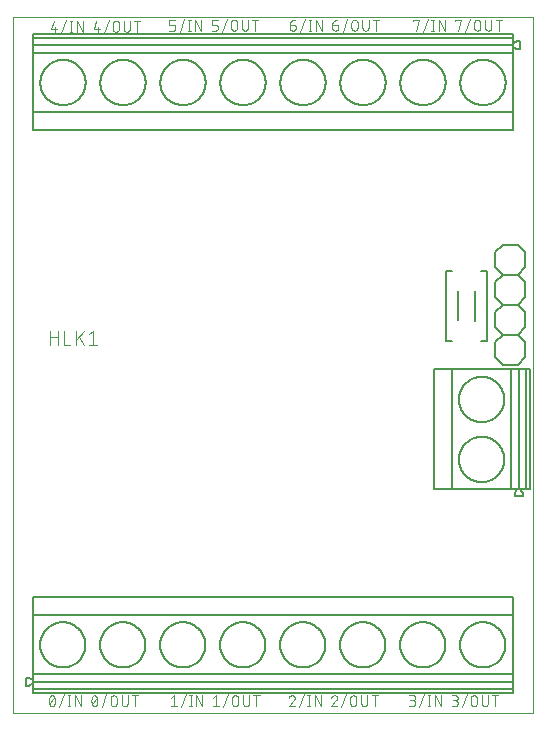
<source format=gto>
G75*
%MOIN*%
%OFA0B0*%
%FSLAX25Y25*%
%IPPOS*%
%LPD*%
%AMOC8*
5,1,8,0,0,1.08239X$1,22.5*
%
%ADD10C,0.00000*%
%ADD11C,0.00300*%
%ADD12C,0.00600*%
%ADD13C,0.00800*%
%ADD14C,0.00400*%
D10*
X0001300Y0001031D02*
X0001300Y0232921D01*
X0174528Y0232921D01*
X0174528Y0001031D01*
X0001300Y0001031D01*
D11*
X0014978Y0003656D02*
X0015022Y0003750D01*
X0015063Y0003847D01*
X0015100Y0003944D01*
X0015134Y0004043D01*
X0015165Y0004143D01*
X0015192Y0004244D01*
X0015216Y0004346D01*
X0015236Y0004449D01*
X0015252Y0004552D01*
X0015265Y0004656D01*
X0015274Y0004760D01*
X0015279Y0004864D01*
X0015281Y0004969D01*
X0013261Y0004969D02*
X0013263Y0005074D01*
X0013268Y0005178D01*
X0013277Y0005282D01*
X0013290Y0005386D01*
X0013306Y0005489D01*
X0013326Y0005592D01*
X0013350Y0005694D01*
X0013377Y0005795D01*
X0013408Y0005895D01*
X0013442Y0005994D01*
X0013479Y0006091D01*
X0013520Y0006187D01*
X0013564Y0006282D01*
X0014271Y0006787D02*
X0014326Y0006785D01*
X0014380Y0006779D01*
X0014433Y0006769D01*
X0014486Y0006755D01*
X0014538Y0006738D01*
X0014588Y0006716D01*
X0014637Y0006692D01*
X0014683Y0006663D01*
X0014728Y0006631D01*
X0014770Y0006597D01*
X0014809Y0006559D01*
X0014845Y0006518D01*
X0014879Y0006475D01*
X0014909Y0006429D01*
X0014936Y0006382D01*
X0014959Y0006333D01*
X0014979Y0006282D01*
X0015080Y0005979D02*
X0013463Y0003958D01*
X0014271Y0003150D02*
X0014326Y0003152D01*
X0014380Y0003158D01*
X0014433Y0003168D01*
X0014486Y0003182D01*
X0014538Y0003199D01*
X0014588Y0003221D01*
X0014637Y0003245D01*
X0014683Y0003274D01*
X0014728Y0003306D01*
X0014770Y0003340D01*
X0014809Y0003378D01*
X0014845Y0003419D01*
X0014879Y0003462D01*
X0014909Y0003508D01*
X0014936Y0003555D01*
X0014959Y0003604D01*
X0014979Y0003655D01*
X0014271Y0003150D02*
X0014216Y0003152D01*
X0014162Y0003158D01*
X0014109Y0003168D01*
X0014056Y0003182D01*
X0014004Y0003199D01*
X0013954Y0003221D01*
X0013905Y0003245D01*
X0013859Y0003274D01*
X0013814Y0003306D01*
X0013772Y0003340D01*
X0013733Y0003378D01*
X0013697Y0003419D01*
X0013663Y0003462D01*
X0013633Y0003508D01*
X0013606Y0003555D01*
X0013583Y0003604D01*
X0013563Y0003655D01*
X0015281Y0004969D02*
X0015279Y0005074D01*
X0015274Y0005178D01*
X0015265Y0005282D01*
X0015252Y0005386D01*
X0015236Y0005489D01*
X0015216Y0005592D01*
X0015192Y0005694D01*
X0015165Y0005795D01*
X0015134Y0005895D01*
X0015100Y0005994D01*
X0015063Y0006091D01*
X0015022Y0006188D01*
X0014978Y0006282D01*
X0014271Y0006787D02*
X0014216Y0006785D01*
X0014162Y0006779D01*
X0014109Y0006769D01*
X0014056Y0006755D01*
X0014004Y0006738D01*
X0013954Y0006716D01*
X0013905Y0006692D01*
X0013859Y0006663D01*
X0013814Y0006631D01*
X0013772Y0006597D01*
X0013733Y0006559D01*
X0013697Y0006518D01*
X0013663Y0006475D01*
X0013633Y0006429D01*
X0013606Y0006382D01*
X0013583Y0006333D01*
X0013563Y0006282D01*
X0013261Y0004969D02*
X0013263Y0004864D01*
X0013268Y0004760D01*
X0013277Y0004656D01*
X0013290Y0004552D01*
X0013306Y0004449D01*
X0013326Y0004346D01*
X0013350Y0004244D01*
X0013377Y0004143D01*
X0013408Y0004043D01*
X0013442Y0003944D01*
X0013479Y0003847D01*
X0013520Y0003751D01*
X0013564Y0003656D01*
X0016652Y0002746D02*
X0018268Y0007191D01*
X0019536Y0006787D02*
X0020345Y0006787D01*
X0019941Y0006787D02*
X0019941Y0003150D01*
X0020345Y0003150D02*
X0019536Y0003150D01*
X0021883Y0003150D02*
X0021883Y0006787D01*
X0023904Y0003150D01*
X0023904Y0006787D01*
X0029455Y0004969D02*
X0029453Y0004864D01*
X0029448Y0004760D01*
X0029439Y0004656D01*
X0029426Y0004552D01*
X0029410Y0004449D01*
X0029390Y0004346D01*
X0029366Y0004244D01*
X0029339Y0004143D01*
X0029308Y0004043D01*
X0029274Y0003944D01*
X0029237Y0003847D01*
X0029196Y0003750D01*
X0029152Y0003656D01*
X0029153Y0003655D02*
X0029133Y0003604D01*
X0029110Y0003555D01*
X0029083Y0003508D01*
X0029053Y0003462D01*
X0029019Y0003419D01*
X0028983Y0003378D01*
X0028944Y0003340D01*
X0028902Y0003306D01*
X0028857Y0003274D01*
X0028811Y0003245D01*
X0028762Y0003221D01*
X0028712Y0003199D01*
X0028660Y0003182D01*
X0028607Y0003168D01*
X0028554Y0003158D01*
X0028500Y0003152D01*
X0028445Y0003150D01*
X0028390Y0003152D01*
X0028336Y0003158D01*
X0028283Y0003168D01*
X0028230Y0003182D01*
X0028178Y0003199D01*
X0028128Y0003221D01*
X0028079Y0003245D01*
X0028033Y0003274D01*
X0027988Y0003306D01*
X0027946Y0003340D01*
X0027907Y0003378D01*
X0027871Y0003419D01*
X0027837Y0003462D01*
X0027807Y0003508D01*
X0027780Y0003555D01*
X0027757Y0003604D01*
X0027737Y0003655D01*
X0027636Y0003958D02*
X0029253Y0005979D01*
X0029153Y0006282D02*
X0029133Y0006333D01*
X0029110Y0006382D01*
X0029083Y0006429D01*
X0029053Y0006475D01*
X0029019Y0006518D01*
X0028983Y0006559D01*
X0028944Y0006597D01*
X0028902Y0006631D01*
X0028857Y0006663D01*
X0028811Y0006692D01*
X0028762Y0006716D01*
X0028712Y0006738D01*
X0028660Y0006755D01*
X0028607Y0006769D01*
X0028554Y0006779D01*
X0028500Y0006785D01*
X0028445Y0006787D01*
X0028390Y0006785D01*
X0028336Y0006779D01*
X0028283Y0006769D01*
X0028230Y0006755D01*
X0028178Y0006738D01*
X0028128Y0006716D01*
X0028079Y0006692D01*
X0028033Y0006663D01*
X0027988Y0006631D01*
X0027946Y0006597D01*
X0027907Y0006559D01*
X0027871Y0006518D01*
X0027837Y0006475D01*
X0027807Y0006429D01*
X0027780Y0006382D01*
X0027757Y0006333D01*
X0027737Y0006282D01*
X0029152Y0006282D02*
X0029196Y0006188D01*
X0029237Y0006091D01*
X0029274Y0005994D01*
X0029308Y0005895D01*
X0029339Y0005795D01*
X0029366Y0005694D01*
X0029390Y0005592D01*
X0029410Y0005489D01*
X0029426Y0005386D01*
X0029439Y0005282D01*
X0029448Y0005178D01*
X0029453Y0005074D01*
X0029455Y0004969D01*
X0027434Y0004969D02*
X0027436Y0005074D01*
X0027441Y0005178D01*
X0027450Y0005282D01*
X0027463Y0005386D01*
X0027479Y0005489D01*
X0027499Y0005592D01*
X0027523Y0005694D01*
X0027550Y0005795D01*
X0027581Y0005895D01*
X0027615Y0005994D01*
X0027652Y0006091D01*
X0027693Y0006187D01*
X0027737Y0006282D01*
X0027435Y0004969D02*
X0027437Y0004864D01*
X0027442Y0004760D01*
X0027451Y0004656D01*
X0027464Y0004552D01*
X0027480Y0004449D01*
X0027500Y0004346D01*
X0027524Y0004244D01*
X0027551Y0004143D01*
X0027582Y0004043D01*
X0027616Y0003944D01*
X0027653Y0003847D01*
X0027694Y0003751D01*
X0027738Y0003656D01*
X0030825Y0002746D02*
X0032442Y0007191D01*
X0033812Y0005777D02*
X0033812Y0004160D01*
X0033814Y0004098D01*
X0033820Y0004036D01*
X0033829Y0003974D01*
X0033843Y0003914D01*
X0033860Y0003854D01*
X0033880Y0003795D01*
X0033904Y0003738D01*
X0033932Y0003682D01*
X0033963Y0003628D01*
X0033998Y0003576D01*
X0034035Y0003527D01*
X0034076Y0003480D01*
X0034119Y0003435D01*
X0034165Y0003393D01*
X0034213Y0003354D01*
X0034264Y0003318D01*
X0034317Y0003285D01*
X0034372Y0003256D01*
X0034428Y0003230D01*
X0034486Y0003207D01*
X0034546Y0003189D01*
X0034606Y0003173D01*
X0034667Y0003162D01*
X0034729Y0003154D01*
X0034791Y0003150D01*
X0034853Y0003150D01*
X0034915Y0003154D01*
X0034977Y0003162D01*
X0035038Y0003173D01*
X0035098Y0003189D01*
X0035158Y0003207D01*
X0035216Y0003230D01*
X0035272Y0003256D01*
X0035327Y0003285D01*
X0035380Y0003318D01*
X0035431Y0003354D01*
X0035479Y0003393D01*
X0035525Y0003435D01*
X0035568Y0003480D01*
X0035609Y0003527D01*
X0035646Y0003576D01*
X0035681Y0003628D01*
X0035712Y0003682D01*
X0035740Y0003738D01*
X0035764Y0003795D01*
X0035784Y0003854D01*
X0035801Y0003914D01*
X0035815Y0003974D01*
X0035824Y0004036D01*
X0035830Y0004098D01*
X0035832Y0004160D01*
X0035833Y0004160D02*
X0035833Y0005777D01*
X0035832Y0005777D02*
X0035830Y0005839D01*
X0035824Y0005901D01*
X0035815Y0005963D01*
X0035801Y0006023D01*
X0035784Y0006083D01*
X0035764Y0006142D01*
X0035740Y0006199D01*
X0035712Y0006255D01*
X0035681Y0006309D01*
X0035646Y0006361D01*
X0035609Y0006410D01*
X0035568Y0006457D01*
X0035525Y0006502D01*
X0035479Y0006544D01*
X0035431Y0006583D01*
X0035380Y0006619D01*
X0035327Y0006652D01*
X0035272Y0006681D01*
X0035216Y0006707D01*
X0035158Y0006730D01*
X0035098Y0006748D01*
X0035038Y0006764D01*
X0034977Y0006775D01*
X0034915Y0006783D01*
X0034853Y0006787D01*
X0034791Y0006787D01*
X0034729Y0006783D01*
X0034667Y0006775D01*
X0034606Y0006764D01*
X0034546Y0006748D01*
X0034486Y0006730D01*
X0034428Y0006707D01*
X0034372Y0006681D01*
X0034317Y0006652D01*
X0034264Y0006619D01*
X0034213Y0006583D01*
X0034165Y0006544D01*
X0034119Y0006502D01*
X0034076Y0006457D01*
X0034035Y0006410D01*
X0033998Y0006361D01*
X0033963Y0006309D01*
X0033932Y0006255D01*
X0033904Y0006199D01*
X0033880Y0006142D01*
X0033860Y0006083D01*
X0033843Y0006023D01*
X0033829Y0005963D01*
X0033820Y0005901D01*
X0033814Y0005839D01*
X0033812Y0005777D01*
X0037474Y0006787D02*
X0037474Y0004160D01*
X0037476Y0004098D01*
X0037482Y0004036D01*
X0037491Y0003974D01*
X0037505Y0003914D01*
X0037522Y0003854D01*
X0037542Y0003795D01*
X0037566Y0003738D01*
X0037594Y0003682D01*
X0037625Y0003628D01*
X0037660Y0003576D01*
X0037697Y0003527D01*
X0037738Y0003480D01*
X0037781Y0003435D01*
X0037827Y0003393D01*
X0037875Y0003354D01*
X0037926Y0003318D01*
X0037979Y0003285D01*
X0038034Y0003256D01*
X0038090Y0003230D01*
X0038148Y0003207D01*
X0038208Y0003189D01*
X0038268Y0003173D01*
X0038329Y0003162D01*
X0038391Y0003154D01*
X0038453Y0003150D01*
X0038515Y0003150D01*
X0038577Y0003154D01*
X0038639Y0003162D01*
X0038700Y0003173D01*
X0038760Y0003189D01*
X0038820Y0003207D01*
X0038878Y0003230D01*
X0038934Y0003256D01*
X0038989Y0003285D01*
X0039042Y0003318D01*
X0039093Y0003354D01*
X0039141Y0003393D01*
X0039187Y0003435D01*
X0039230Y0003480D01*
X0039271Y0003527D01*
X0039308Y0003576D01*
X0039343Y0003628D01*
X0039374Y0003682D01*
X0039402Y0003738D01*
X0039426Y0003795D01*
X0039446Y0003854D01*
X0039463Y0003914D01*
X0039477Y0003974D01*
X0039486Y0004036D01*
X0039492Y0004098D01*
X0039494Y0004160D01*
X0039494Y0006787D01*
X0040899Y0006787D02*
X0042919Y0006787D01*
X0041909Y0006787D02*
X0041909Y0003150D01*
X0053812Y0003150D02*
X0055833Y0003150D01*
X0054822Y0003150D02*
X0054822Y0006787D01*
X0053812Y0005979D01*
X0057203Y0002746D02*
X0058820Y0007191D01*
X0060088Y0006787D02*
X0060896Y0006787D01*
X0060492Y0006787D02*
X0060492Y0003150D01*
X0060088Y0003150D02*
X0060896Y0003150D01*
X0062434Y0003150D02*
X0062434Y0006787D01*
X0064455Y0003150D01*
X0064455Y0006787D01*
X0067985Y0005979D02*
X0068996Y0006787D01*
X0068996Y0003150D01*
X0070006Y0003150D02*
X0067985Y0003150D01*
X0071376Y0002746D02*
X0072993Y0007191D01*
X0074363Y0005777D02*
X0074363Y0004160D01*
X0074364Y0004160D02*
X0074366Y0004098D01*
X0074372Y0004036D01*
X0074381Y0003974D01*
X0074395Y0003914D01*
X0074412Y0003854D01*
X0074432Y0003795D01*
X0074456Y0003738D01*
X0074484Y0003682D01*
X0074515Y0003628D01*
X0074550Y0003576D01*
X0074587Y0003527D01*
X0074628Y0003480D01*
X0074671Y0003435D01*
X0074717Y0003393D01*
X0074765Y0003354D01*
X0074816Y0003318D01*
X0074869Y0003285D01*
X0074924Y0003256D01*
X0074980Y0003230D01*
X0075038Y0003207D01*
X0075098Y0003189D01*
X0075158Y0003173D01*
X0075219Y0003162D01*
X0075281Y0003154D01*
X0075343Y0003150D01*
X0075405Y0003150D01*
X0075467Y0003154D01*
X0075529Y0003162D01*
X0075590Y0003173D01*
X0075650Y0003189D01*
X0075710Y0003207D01*
X0075768Y0003230D01*
X0075824Y0003256D01*
X0075879Y0003285D01*
X0075932Y0003318D01*
X0075983Y0003354D01*
X0076031Y0003393D01*
X0076077Y0003435D01*
X0076120Y0003480D01*
X0076161Y0003527D01*
X0076198Y0003576D01*
X0076233Y0003628D01*
X0076264Y0003682D01*
X0076292Y0003738D01*
X0076316Y0003795D01*
X0076336Y0003854D01*
X0076353Y0003914D01*
X0076367Y0003974D01*
X0076376Y0004036D01*
X0076382Y0004098D01*
X0076384Y0004160D01*
X0076384Y0005777D01*
X0076382Y0005839D01*
X0076376Y0005901D01*
X0076367Y0005963D01*
X0076353Y0006023D01*
X0076336Y0006083D01*
X0076316Y0006142D01*
X0076292Y0006199D01*
X0076264Y0006255D01*
X0076233Y0006309D01*
X0076198Y0006361D01*
X0076161Y0006410D01*
X0076120Y0006457D01*
X0076077Y0006502D01*
X0076031Y0006544D01*
X0075983Y0006583D01*
X0075932Y0006619D01*
X0075879Y0006652D01*
X0075824Y0006681D01*
X0075768Y0006707D01*
X0075710Y0006730D01*
X0075650Y0006748D01*
X0075590Y0006764D01*
X0075529Y0006775D01*
X0075467Y0006783D01*
X0075405Y0006787D01*
X0075343Y0006787D01*
X0075281Y0006783D01*
X0075219Y0006775D01*
X0075158Y0006764D01*
X0075098Y0006748D01*
X0075038Y0006730D01*
X0074980Y0006707D01*
X0074924Y0006681D01*
X0074869Y0006652D01*
X0074816Y0006619D01*
X0074765Y0006583D01*
X0074717Y0006544D01*
X0074671Y0006502D01*
X0074628Y0006457D01*
X0074587Y0006410D01*
X0074550Y0006361D01*
X0074515Y0006309D01*
X0074484Y0006255D01*
X0074456Y0006199D01*
X0074432Y0006142D01*
X0074412Y0006083D01*
X0074395Y0006023D01*
X0074381Y0005963D01*
X0074372Y0005901D01*
X0074366Y0005839D01*
X0074364Y0005777D01*
X0078025Y0006787D02*
X0078025Y0004160D01*
X0078027Y0004098D01*
X0078033Y0004036D01*
X0078042Y0003974D01*
X0078056Y0003914D01*
X0078073Y0003854D01*
X0078093Y0003795D01*
X0078117Y0003738D01*
X0078145Y0003682D01*
X0078176Y0003628D01*
X0078211Y0003576D01*
X0078248Y0003527D01*
X0078289Y0003480D01*
X0078332Y0003435D01*
X0078378Y0003393D01*
X0078426Y0003354D01*
X0078477Y0003318D01*
X0078530Y0003285D01*
X0078585Y0003256D01*
X0078641Y0003230D01*
X0078699Y0003207D01*
X0078759Y0003189D01*
X0078819Y0003173D01*
X0078880Y0003162D01*
X0078942Y0003154D01*
X0079004Y0003150D01*
X0079066Y0003150D01*
X0079128Y0003154D01*
X0079190Y0003162D01*
X0079251Y0003173D01*
X0079311Y0003189D01*
X0079371Y0003207D01*
X0079429Y0003230D01*
X0079485Y0003256D01*
X0079540Y0003285D01*
X0079593Y0003318D01*
X0079644Y0003354D01*
X0079692Y0003393D01*
X0079738Y0003435D01*
X0079781Y0003480D01*
X0079822Y0003527D01*
X0079859Y0003576D01*
X0079894Y0003628D01*
X0079925Y0003682D01*
X0079953Y0003738D01*
X0079977Y0003795D01*
X0079997Y0003854D01*
X0080014Y0003914D01*
X0080028Y0003974D01*
X0080037Y0004036D01*
X0080043Y0004098D01*
X0080045Y0004160D01*
X0080045Y0006787D01*
X0081450Y0006787D02*
X0083470Y0006787D01*
X0082460Y0006787D02*
X0082460Y0003150D01*
X0093182Y0003150D02*
X0095203Y0003150D01*
X0096573Y0002746D02*
X0098190Y0007191D01*
X0099458Y0006787D02*
X0100266Y0006787D01*
X0099862Y0006787D02*
X0099862Y0003150D01*
X0099458Y0003150D02*
X0100266Y0003150D01*
X0101804Y0003150D02*
X0101804Y0006787D01*
X0103825Y0003150D01*
X0103825Y0006787D01*
X0109073Y0005171D02*
X0109116Y0005214D01*
X0109155Y0005260D01*
X0109192Y0005308D01*
X0109226Y0005359D01*
X0109257Y0005411D01*
X0109285Y0005465D01*
X0109309Y0005521D01*
X0109329Y0005579D01*
X0109346Y0005637D01*
X0109359Y0005696D01*
X0109368Y0005757D01*
X0109374Y0005817D01*
X0109376Y0005878D01*
X0109073Y0005171D02*
X0107355Y0003150D01*
X0109376Y0003150D01*
X0110747Y0002746D02*
X0112363Y0007191D01*
X0113733Y0005777D02*
X0113733Y0004160D01*
X0113734Y0004160D02*
X0113736Y0004098D01*
X0113742Y0004036D01*
X0113751Y0003974D01*
X0113765Y0003914D01*
X0113782Y0003854D01*
X0113802Y0003795D01*
X0113826Y0003738D01*
X0113854Y0003682D01*
X0113885Y0003628D01*
X0113920Y0003576D01*
X0113957Y0003527D01*
X0113998Y0003480D01*
X0114041Y0003435D01*
X0114087Y0003393D01*
X0114135Y0003354D01*
X0114186Y0003318D01*
X0114239Y0003285D01*
X0114294Y0003256D01*
X0114350Y0003230D01*
X0114408Y0003207D01*
X0114468Y0003189D01*
X0114528Y0003173D01*
X0114589Y0003162D01*
X0114651Y0003154D01*
X0114713Y0003150D01*
X0114775Y0003150D01*
X0114837Y0003154D01*
X0114899Y0003162D01*
X0114960Y0003173D01*
X0115020Y0003189D01*
X0115080Y0003207D01*
X0115138Y0003230D01*
X0115194Y0003256D01*
X0115249Y0003285D01*
X0115302Y0003318D01*
X0115353Y0003354D01*
X0115401Y0003393D01*
X0115447Y0003435D01*
X0115490Y0003480D01*
X0115531Y0003527D01*
X0115568Y0003576D01*
X0115603Y0003628D01*
X0115634Y0003682D01*
X0115662Y0003738D01*
X0115686Y0003795D01*
X0115706Y0003854D01*
X0115723Y0003914D01*
X0115737Y0003974D01*
X0115746Y0004036D01*
X0115752Y0004098D01*
X0115754Y0004160D01*
X0115754Y0005777D01*
X0115752Y0005839D01*
X0115746Y0005901D01*
X0115737Y0005963D01*
X0115723Y0006023D01*
X0115706Y0006083D01*
X0115686Y0006142D01*
X0115662Y0006199D01*
X0115634Y0006255D01*
X0115603Y0006309D01*
X0115568Y0006361D01*
X0115531Y0006410D01*
X0115490Y0006457D01*
X0115447Y0006502D01*
X0115401Y0006544D01*
X0115353Y0006583D01*
X0115302Y0006619D01*
X0115249Y0006652D01*
X0115194Y0006681D01*
X0115138Y0006707D01*
X0115080Y0006730D01*
X0115020Y0006748D01*
X0114960Y0006764D01*
X0114899Y0006775D01*
X0114837Y0006783D01*
X0114775Y0006787D01*
X0114713Y0006787D01*
X0114651Y0006783D01*
X0114589Y0006775D01*
X0114528Y0006764D01*
X0114468Y0006748D01*
X0114408Y0006730D01*
X0114350Y0006707D01*
X0114294Y0006681D01*
X0114239Y0006652D01*
X0114186Y0006619D01*
X0114135Y0006583D01*
X0114087Y0006544D01*
X0114041Y0006502D01*
X0113998Y0006457D01*
X0113957Y0006410D01*
X0113920Y0006361D01*
X0113885Y0006309D01*
X0113854Y0006255D01*
X0113826Y0006199D01*
X0113802Y0006142D01*
X0113782Y0006083D01*
X0113765Y0006023D01*
X0113751Y0005963D01*
X0113742Y0005901D01*
X0113736Y0005839D01*
X0113734Y0005777D01*
X0117395Y0006787D02*
X0117395Y0004160D01*
X0117397Y0004098D01*
X0117403Y0004036D01*
X0117412Y0003974D01*
X0117426Y0003914D01*
X0117443Y0003854D01*
X0117463Y0003795D01*
X0117487Y0003738D01*
X0117515Y0003682D01*
X0117546Y0003628D01*
X0117581Y0003576D01*
X0117618Y0003527D01*
X0117659Y0003480D01*
X0117702Y0003435D01*
X0117748Y0003393D01*
X0117796Y0003354D01*
X0117847Y0003318D01*
X0117900Y0003285D01*
X0117955Y0003256D01*
X0118011Y0003230D01*
X0118069Y0003207D01*
X0118129Y0003189D01*
X0118189Y0003173D01*
X0118250Y0003162D01*
X0118312Y0003154D01*
X0118374Y0003150D01*
X0118436Y0003150D01*
X0118498Y0003154D01*
X0118560Y0003162D01*
X0118621Y0003173D01*
X0118681Y0003189D01*
X0118741Y0003207D01*
X0118799Y0003230D01*
X0118855Y0003256D01*
X0118910Y0003285D01*
X0118963Y0003318D01*
X0119014Y0003354D01*
X0119062Y0003393D01*
X0119108Y0003435D01*
X0119151Y0003480D01*
X0119192Y0003527D01*
X0119229Y0003576D01*
X0119264Y0003628D01*
X0119295Y0003682D01*
X0119323Y0003738D01*
X0119347Y0003795D01*
X0119367Y0003854D01*
X0119384Y0003914D01*
X0119398Y0003974D01*
X0119407Y0004036D01*
X0119413Y0004098D01*
X0119415Y0004160D01*
X0119415Y0006787D01*
X0120820Y0006787D02*
X0122841Y0006787D01*
X0121830Y0006787D02*
X0121830Y0003150D01*
X0133340Y0003150D02*
X0134350Y0003150D01*
X0134412Y0003152D01*
X0134474Y0003158D01*
X0134536Y0003167D01*
X0134596Y0003181D01*
X0134656Y0003198D01*
X0134715Y0003218D01*
X0134772Y0003242D01*
X0134828Y0003270D01*
X0134882Y0003301D01*
X0134934Y0003336D01*
X0134983Y0003373D01*
X0135030Y0003414D01*
X0135075Y0003457D01*
X0135117Y0003503D01*
X0135156Y0003551D01*
X0135192Y0003602D01*
X0135225Y0003655D01*
X0135254Y0003710D01*
X0135280Y0003766D01*
X0135303Y0003824D01*
X0135321Y0003884D01*
X0135337Y0003944D01*
X0135348Y0004005D01*
X0135356Y0004067D01*
X0135360Y0004129D01*
X0135360Y0004191D01*
X0135356Y0004253D01*
X0135348Y0004315D01*
X0135337Y0004376D01*
X0135321Y0004436D01*
X0135303Y0004496D01*
X0135280Y0004554D01*
X0135254Y0004610D01*
X0135225Y0004665D01*
X0135192Y0004718D01*
X0135156Y0004769D01*
X0135117Y0004817D01*
X0135075Y0004863D01*
X0135030Y0004906D01*
X0134983Y0004947D01*
X0134934Y0004984D01*
X0134882Y0005019D01*
X0134828Y0005050D01*
X0134772Y0005078D01*
X0134715Y0005102D01*
X0134656Y0005122D01*
X0134596Y0005139D01*
X0134536Y0005153D01*
X0134474Y0005162D01*
X0134412Y0005168D01*
X0134350Y0005170D01*
X0134552Y0005171D02*
X0133744Y0005171D01*
X0134552Y0005171D02*
X0134607Y0005173D01*
X0134662Y0005179D01*
X0134716Y0005188D01*
X0134770Y0005201D01*
X0134823Y0005218D01*
X0134874Y0005238D01*
X0134924Y0005262D01*
X0134972Y0005289D01*
X0135018Y0005319D01*
X0135062Y0005352D01*
X0135104Y0005388D01*
X0135143Y0005427D01*
X0135179Y0005469D01*
X0135212Y0005513D01*
X0135242Y0005559D01*
X0135269Y0005607D01*
X0135293Y0005657D01*
X0135313Y0005708D01*
X0135330Y0005761D01*
X0135343Y0005815D01*
X0135352Y0005869D01*
X0135358Y0005924D01*
X0135360Y0005979D01*
X0135358Y0006034D01*
X0135352Y0006089D01*
X0135343Y0006143D01*
X0135330Y0006197D01*
X0135313Y0006250D01*
X0135293Y0006301D01*
X0135269Y0006351D01*
X0135242Y0006399D01*
X0135212Y0006445D01*
X0135179Y0006489D01*
X0135143Y0006531D01*
X0135104Y0006570D01*
X0135062Y0006606D01*
X0135018Y0006639D01*
X0134972Y0006669D01*
X0134924Y0006696D01*
X0134874Y0006720D01*
X0134823Y0006740D01*
X0134770Y0006757D01*
X0134716Y0006770D01*
X0134662Y0006779D01*
X0134607Y0006785D01*
X0134552Y0006787D01*
X0133340Y0006787D01*
X0138347Y0007191D02*
X0136731Y0002746D01*
X0139615Y0003150D02*
X0140423Y0003150D01*
X0140019Y0003150D02*
X0140019Y0006787D01*
X0139615Y0006787D02*
X0140423Y0006787D01*
X0141962Y0006787D02*
X0141962Y0003150D01*
X0143982Y0003150D02*
X0141962Y0006787D01*
X0143982Y0006787D02*
X0143982Y0003150D01*
X0147513Y0003150D02*
X0148523Y0003150D01*
X0148585Y0003152D01*
X0148647Y0003158D01*
X0148709Y0003167D01*
X0148769Y0003181D01*
X0148829Y0003198D01*
X0148888Y0003218D01*
X0148945Y0003242D01*
X0149001Y0003270D01*
X0149055Y0003301D01*
X0149107Y0003336D01*
X0149156Y0003373D01*
X0149203Y0003414D01*
X0149248Y0003457D01*
X0149290Y0003503D01*
X0149329Y0003551D01*
X0149365Y0003602D01*
X0149398Y0003655D01*
X0149427Y0003710D01*
X0149453Y0003766D01*
X0149476Y0003824D01*
X0149494Y0003884D01*
X0149510Y0003944D01*
X0149521Y0004005D01*
X0149529Y0004067D01*
X0149533Y0004129D01*
X0149533Y0004191D01*
X0149529Y0004253D01*
X0149521Y0004315D01*
X0149510Y0004376D01*
X0149494Y0004436D01*
X0149476Y0004496D01*
X0149453Y0004554D01*
X0149427Y0004610D01*
X0149398Y0004665D01*
X0149365Y0004718D01*
X0149329Y0004769D01*
X0149290Y0004817D01*
X0149248Y0004863D01*
X0149203Y0004906D01*
X0149156Y0004947D01*
X0149107Y0004984D01*
X0149055Y0005019D01*
X0149001Y0005050D01*
X0148945Y0005078D01*
X0148888Y0005102D01*
X0148829Y0005122D01*
X0148769Y0005139D01*
X0148709Y0005153D01*
X0148647Y0005162D01*
X0148585Y0005168D01*
X0148523Y0005170D01*
X0148725Y0005171D02*
X0147917Y0005171D01*
X0148725Y0005171D02*
X0148780Y0005173D01*
X0148835Y0005179D01*
X0148889Y0005188D01*
X0148943Y0005201D01*
X0148996Y0005218D01*
X0149047Y0005238D01*
X0149097Y0005262D01*
X0149145Y0005289D01*
X0149191Y0005319D01*
X0149235Y0005352D01*
X0149277Y0005388D01*
X0149316Y0005427D01*
X0149352Y0005469D01*
X0149385Y0005513D01*
X0149415Y0005559D01*
X0149442Y0005607D01*
X0149466Y0005657D01*
X0149486Y0005708D01*
X0149503Y0005761D01*
X0149516Y0005815D01*
X0149525Y0005869D01*
X0149531Y0005924D01*
X0149533Y0005979D01*
X0149531Y0006034D01*
X0149525Y0006089D01*
X0149516Y0006143D01*
X0149503Y0006197D01*
X0149486Y0006250D01*
X0149466Y0006301D01*
X0149442Y0006351D01*
X0149415Y0006399D01*
X0149385Y0006445D01*
X0149352Y0006489D01*
X0149316Y0006531D01*
X0149277Y0006570D01*
X0149235Y0006606D01*
X0149191Y0006639D01*
X0149145Y0006669D01*
X0149097Y0006696D01*
X0149047Y0006720D01*
X0148996Y0006740D01*
X0148943Y0006757D01*
X0148889Y0006770D01*
X0148835Y0006779D01*
X0148780Y0006785D01*
X0148725Y0006787D01*
X0147513Y0006787D01*
X0152520Y0007191D02*
X0150904Y0002746D01*
X0153891Y0004160D02*
X0153891Y0005777D01*
X0153893Y0005839D01*
X0153899Y0005901D01*
X0153908Y0005963D01*
X0153922Y0006023D01*
X0153939Y0006083D01*
X0153959Y0006142D01*
X0153983Y0006199D01*
X0154011Y0006255D01*
X0154042Y0006309D01*
X0154077Y0006361D01*
X0154114Y0006410D01*
X0154155Y0006457D01*
X0154198Y0006502D01*
X0154244Y0006544D01*
X0154292Y0006583D01*
X0154343Y0006619D01*
X0154396Y0006652D01*
X0154451Y0006681D01*
X0154507Y0006707D01*
X0154565Y0006730D01*
X0154625Y0006748D01*
X0154685Y0006764D01*
X0154746Y0006775D01*
X0154808Y0006783D01*
X0154870Y0006787D01*
X0154932Y0006787D01*
X0154994Y0006783D01*
X0155056Y0006775D01*
X0155117Y0006764D01*
X0155177Y0006748D01*
X0155237Y0006730D01*
X0155295Y0006707D01*
X0155351Y0006681D01*
X0155406Y0006652D01*
X0155459Y0006619D01*
X0155510Y0006583D01*
X0155558Y0006544D01*
X0155604Y0006502D01*
X0155647Y0006457D01*
X0155688Y0006410D01*
X0155725Y0006361D01*
X0155760Y0006309D01*
X0155791Y0006255D01*
X0155819Y0006199D01*
X0155843Y0006142D01*
X0155863Y0006083D01*
X0155880Y0006023D01*
X0155894Y0005963D01*
X0155903Y0005901D01*
X0155909Y0005839D01*
X0155911Y0005777D01*
X0155911Y0004160D01*
X0155909Y0004098D01*
X0155903Y0004036D01*
X0155894Y0003974D01*
X0155880Y0003914D01*
X0155863Y0003854D01*
X0155843Y0003795D01*
X0155819Y0003738D01*
X0155791Y0003682D01*
X0155760Y0003628D01*
X0155725Y0003576D01*
X0155688Y0003527D01*
X0155647Y0003480D01*
X0155604Y0003435D01*
X0155558Y0003393D01*
X0155510Y0003354D01*
X0155459Y0003318D01*
X0155406Y0003285D01*
X0155351Y0003256D01*
X0155295Y0003230D01*
X0155237Y0003207D01*
X0155177Y0003189D01*
X0155117Y0003173D01*
X0155056Y0003162D01*
X0154994Y0003154D01*
X0154932Y0003150D01*
X0154870Y0003150D01*
X0154808Y0003154D01*
X0154746Y0003162D01*
X0154685Y0003173D01*
X0154625Y0003189D01*
X0154565Y0003207D01*
X0154507Y0003230D01*
X0154451Y0003256D01*
X0154396Y0003285D01*
X0154343Y0003318D01*
X0154292Y0003354D01*
X0154244Y0003393D01*
X0154198Y0003435D01*
X0154155Y0003480D01*
X0154114Y0003527D01*
X0154077Y0003576D01*
X0154042Y0003628D01*
X0154011Y0003682D01*
X0153983Y0003738D01*
X0153959Y0003795D01*
X0153939Y0003854D01*
X0153922Y0003914D01*
X0153908Y0003974D01*
X0153899Y0004036D01*
X0153893Y0004098D01*
X0153891Y0004160D01*
X0157552Y0004160D02*
X0157552Y0006787D01*
X0159573Y0006787D02*
X0159573Y0004160D01*
X0159571Y0004098D01*
X0159565Y0004036D01*
X0159556Y0003974D01*
X0159542Y0003914D01*
X0159525Y0003854D01*
X0159505Y0003795D01*
X0159481Y0003738D01*
X0159453Y0003682D01*
X0159422Y0003628D01*
X0159387Y0003576D01*
X0159350Y0003527D01*
X0159309Y0003480D01*
X0159266Y0003435D01*
X0159220Y0003393D01*
X0159172Y0003354D01*
X0159121Y0003318D01*
X0159068Y0003285D01*
X0159013Y0003256D01*
X0158957Y0003230D01*
X0158899Y0003207D01*
X0158839Y0003189D01*
X0158779Y0003173D01*
X0158718Y0003162D01*
X0158656Y0003154D01*
X0158594Y0003150D01*
X0158532Y0003150D01*
X0158470Y0003154D01*
X0158408Y0003162D01*
X0158347Y0003173D01*
X0158287Y0003189D01*
X0158227Y0003207D01*
X0158169Y0003230D01*
X0158113Y0003256D01*
X0158058Y0003285D01*
X0158005Y0003318D01*
X0157954Y0003354D01*
X0157906Y0003393D01*
X0157860Y0003435D01*
X0157817Y0003480D01*
X0157776Y0003527D01*
X0157739Y0003576D01*
X0157704Y0003628D01*
X0157673Y0003682D01*
X0157645Y0003738D01*
X0157621Y0003795D01*
X0157601Y0003854D01*
X0157584Y0003914D01*
X0157570Y0003974D01*
X0157561Y0004036D01*
X0157555Y0004098D01*
X0157553Y0004160D01*
X0160977Y0006787D02*
X0162998Y0006787D01*
X0161988Y0006787D02*
X0161988Y0003150D01*
X0108467Y0006787D02*
X0108400Y0006785D01*
X0108334Y0006779D01*
X0108268Y0006770D01*
X0108202Y0006757D01*
X0108138Y0006740D01*
X0108074Y0006719D01*
X0108012Y0006695D01*
X0107951Y0006667D01*
X0107892Y0006636D01*
X0107835Y0006601D01*
X0107780Y0006564D01*
X0107727Y0006523D01*
X0107677Y0006479D01*
X0107629Y0006433D01*
X0107584Y0006383D01*
X0107542Y0006332D01*
X0107502Y0006278D01*
X0107466Y0006221D01*
X0107434Y0006163D01*
X0107404Y0006103D01*
X0107378Y0006042D01*
X0107356Y0005979D01*
X0108467Y0006787D02*
X0108526Y0006785D01*
X0108586Y0006779D01*
X0108644Y0006770D01*
X0108702Y0006756D01*
X0108759Y0006739D01*
X0108815Y0006718D01*
X0108869Y0006693D01*
X0108922Y0006665D01*
X0108972Y0006634D01*
X0109020Y0006599D01*
X0109066Y0006561D01*
X0109110Y0006521D01*
X0109150Y0006477D01*
X0109188Y0006431D01*
X0109223Y0006383D01*
X0109254Y0006333D01*
X0109282Y0006280D01*
X0109307Y0006226D01*
X0109328Y0006170D01*
X0109345Y0006113D01*
X0109359Y0006055D01*
X0109368Y0005997D01*
X0109374Y0005937D01*
X0109376Y0005878D01*
X0094900Y0005171D02*
X0093182Y0003150D01*
X0093183Y0005979D02*
X0093205Y0006042D01*
X0093231Y0006103D01*
X0093261Y0006163D01*
X0093293Y0006221D01*
X0093329Y0006278D01*
X0093369Y0006332D01*
X0093411Y0006383D01*
X0093456Y0006433D01*
X0093504Y0006479D01*
X0093554Y0006523D01*
X0093607Y0006564D01*
X0093662Y0006601D01*
X0093719Y0006636D01*
X0093778Y0006667D01*
X0093839Y0006695D01*
X0093901Y0006719D01*
X0093965Y0006740D01*
X0094029Y0006757D01*
X0094095Y0006770D01*
X0094161Y0006779D01*
X0094227Y0006785D01*
X0094294Y0006787D01*
X0094353Y0006785D01*
X0094413Y0006779D01*
X0094471Y0006770D01*
X0094529Y0006756D01*
X0094586Y0006739D01*
X0094642Y0006718D01*
X0094696Y0006693D01*
X0094749Y0006665D01*
X0094799Y0006634D01*
X0094847Y0006599D01*
X0094893Y0006561D01*
X0094937Y0006521D01*
X0094977Y0006477D01*
X0095015Y0006431D01*
X0095050Y0006383D01*
X0095081Y0006333D01*
X0095109Y0006280D01*
X0095134Y0006226D01*
X0095155Y0006170D01*
X0095172Y0006113D01*
X0095186Y0006055D01*
X0095195Y0005997D01*
X0095201Y0005937D01*
X0095203Y0005878D01*
X0095201Y0005817D01*
X0095195Y0005757D01*
X0095186Y0005696D01*
X0095173Y0005637D01*
X0095156Y0005579D01*
X0095136Y0005521D01*
X0095112Y0005465D01*
X0095084Y0005411D01*
X0095053Y0005359D01*
X0095019Y0005308D01*
X0094982Y0005260D01*
X0094943Y0005214D01*
X0094900Y0005171D01*
X0031613Y0227549D02*
X0033229Y0231994D01*
X0034600Y0230580D02*
X0034600Y0228963D01*
X0034602Y0228901D01*
X0034608Y0228839D01*
X0034617Y0228777D01*
X0034631Y0228717D01*
X0034648Y0228657D01*
X0034668Y0228598D01*
X0034692Y0228541D01*
X0034720Y0228485D01*
X0034751Y0228431D01*
X0034786Y0228379D01*
X0034823Y0228330D01*
X0034864Y0228283D01*
X0034907Y0228238D01*
X0034953Y0228196D01*
X0035001Y0228157D01*
X0035052Y0228121D01*
X0035105Y0228088D01*
X0035160Y0228059D01*
X0035216Y0228033D01*
X0035274Y0228010D01*
X0035334Y0227992D01*
X0035394Y0227976D01*
X0035455Y0227965D01*
X0035517Y0227957D01*
X0035579Y0227953D01*
X0035641Y0227953D01*
X0035703Y0227957D01*
X0035765Y0227965D01*
X0035826Y0227976D01*
X0035886Y0227992D01*
X0035946Y0228010D01*
X0036004Y0228033D01*
X0036060Y0228059D01*
X0036115Y0228088D01*
X0036168Y0228121D01*
X0036219Y0228157D01*
X0036267Y0228196D01*
X0036313Y0228238D01*
X0036356Y0228283D01*
X0036397Y0228330D01*
X0036434Y0228379D01*
X0036469Y0228431D01*
X0036500Y0228485D01*
X0036528Y0228541D01*
X0036552Y0228598D01*
X0036572Y0228657D01*
X0036589Y0228717D01*
X0036603Y0228777D01*
X0036612Y0228839D01*
X0036618Y0228901D01*
X0036620Y0228963D01*
X0036620Y0230580D01*
X0036618Y0230642D01*
X0036612Y0230704D01*
X0036603Y0230766D01*
X0036589Y0230826D01*
X0036572Y0230886D01*
X0036552Y0230945D01*
X0036528Y0231002D01*
X0036500Y0231058D01*
X0036469Y0231112D01*
X0036434Y0231164D01*
X0036397Y0231213D01*
X0036356Y0231260D01*
X0036313Y0231305D01*
X0036267Y0231347D01*
X0036219Y0231386D01*
X0036168Y0231422D01*
X0036115Y0231455D01*
X0036060Y0231484D01*
X0036004Y0231510D01*
X0035946Y0231533D01*
X0035886Y0231551D01*
X0035826Y0231567D01*
X0035765Y0231578D01*
X0035703Y0231586D01*
X0035641Y0231590D01*
X0035579Y0231590D01*
X0035517Y0231586D01*
X0035455Y0231578D01*
X0035394Y0231567D01*
X0035334Y0231551D01*
X0035274Y0231533D01*
X0035216Y0231510D01*
X0035160Y0231484D01*
X0035105Y0231455D01*
X0035052Y0231422D01*
X0035001Y0231386D01*
X0034953Y0231347D01*
X0034907Y0231305D01*
X0034864Y0231260D01*
X0034823Y0231213D01*
X0034786Y0231164D01*
X0034751Y0231112D01*
X0034720Y0231058D01*
X0034692Y0231002D01*
X0034668Y0230945D01*
X0034648Y0230886D01*
X0034631Y0230826D01*
X0034617Y0230766D01*
X0034608Y0230704D01*
X0034602Y0230642D01*
X0034600Y0230580D01*
X0038261Y0231590D02*
X0038261Y0228963D01*
X0038263Y0228901D01*
X0038269Y0228839D01*
X0038278Y0228777D01*
X0038292Y0228717D01*
X0038309Y0228657D01*
X0038329Y0228598D01*
X0038353Y0228541D01*
X0038381Y0228485D01*
X0038412Y0228431D01*
X0038447Y0228379D01*
X0038484Y0228330D01*
X0038525Y0228283D01*
X0038568Y0228238D01*
X0038614Y0228196D01*
X0038662Y0228157D01*
X0038713Y0228121D01*
X0038766Y0228088D01*
X0038821Y0228059D01*
X0038877Y0228033D01*
X0038935Y0228010D01*
X0038995Y0227992D01*
X0039055Y0227976D01*
X0039116Y0227965D01*
X0039178Y0227957D01*
X0039240Y0227953D01*
X0039302Y0227953D01*
X0039364Y0227957D01*
X0039426Y0227965D01*
X0039487Y0227976D01*
X0039547Y0227992D01*
X0039607Y0228010D01*
X0039665Y0228033D01*
X0039721Y0228059D01*
X0039776Y0228088D01*
X0039829Y0228121D01*
X0039880Y0228157D01*
X0039928Y0228196D01*
X0039974Y0228238D01*
X0040017Y0228283D01*
X0040058Y0228330D01*
X0040095Y0228379D01*
X0040130Y0228431D01*
X0040161Y0228485D01*
X0040189Y0228541D01*
X0040213Y0228598D01*
X0040233Y0228657D01*
X0040250Y0228717D01*
X0040264Y0228777D01*
X0040273Y0228839D01*
X0040279Y0228901D01*
X0040281Y0228963D01*
X0040282Y0228963D02*
X0040282Y0231590D01*
X0041686Y0231590D02*
X0043707Y0231590D01*
X0042696Y0231590D02*
X0042696Y0227953D01*
X0053419Y0228347D02*
X0054631Y0228347D01*
X0054686Y0228349D01*
X0054741Y0228355D01*
X0054795Y0228364D01*
X0054849Y0228377D01*
X0054902Y0228394D01*
X0054953Y0228414D01*
X0055003Y0228438D01*
X0055051Y0228465D01*
X0055097Y0228495D01*
X0055141Y0228528D01*
X0055182Y0228564D01*
X0055222Y0228603D01*
X0055258Y0228645D01*
X0055291Y0228689D01*
X0055321Y0228735D01*
X0055348Y0228783D01*
X0055372Y0228833D01*
X0055392Y0228884D01*
X0055409Y0228937D01*
X0055422Y0228991D01*
X0055431Y0229045D01*
X0055437Y0229100D01*
X0055439Y0229155D01*
X0055439Y0229559D01*
X0055437Y0229614D01*
X0055431Y0229669D01*
X0055422Y0229723D01*
X0055409Y0229777D01*
X0055392Y0229830D01*
X0055372Y0229881D01*
X0055348Y0229931D01*
X0055321Y0229979D01*
X0055291Y0230025D01*
X0055258Y0230069D01*
X0055222Y0230111D01*
X0055183Y0230150D01*
X0055141Y0230186D01*
X0055097Y0230219D01*
X0055051Y0230249D01*
X0055003Y0230276D01*
X0054953Y0230300D01*
X0054902Y0230320D01*
X0054849Y0230337D01*
X0054795Y0230350D01*
X0054741Y0230359D01*
X0054686Y0230365D01*
X0054631Y0230367D01*
X0053419Y0230367D01*
X0053419Y0231984D01*
X0055439Y0231984D01*
X0058426Y0232388D02*
X0056810Y0227943D01*
X0059694Y0228347D02*
X0060502Y0228347D01*
X0060098Y0228347D02*
X0060098Y0231984D01*
X0059694Y0231984D02*
X0060502Y0231984D01*
X0062041Y0231984D02*
X0062041Y0228347D01*
X0064061Y0228347D02*
X0062041Y0231984D01*
X0064061Y0231984D02*
X0064061Y0228347D01*
X0067592Y0228347D02*
X0068804Y0228347D01*
X0068859Y0228349D01*
X0068914Y0228355D01*
X0068968Y0228364D01*
X0069022Y0228377D01*
X0069075Y0228394D01*
X0069126Y0228414D01*
X0069176Y0228438D01*
X0069224Y0228465D01*
X0069270Y0228495D01*
X0069314Y0228528D01*
X0069355Y0228564D01*
X0069395Y0228603D01*
X0069431Y0228645D01*
X0069464Y0228689D01*
X0069494Y0228735D01*
X0069521Y0228783D01*
X0069545Y0228833D01*
X0069565Y0228884D01*
X0069582Y0228937D01*
X0069595Y0228991D01*
X0069604Y0229045D01*
X0069610Y0229100D01*
X0069612Y0229155D01*
X0069612Y0229559D01*
X0069610Y0229614D01*
X0069604Y0229669D01*
X0069595Y0229723D01*
X0069582Y0229777D01*
X0069565Y0229830D01*
X0069545Y0229881D01*
X0069521Y0229931D01*
X0069494Y0229979D01*
X0069464Y0230025D01*
X0069431Y0230069D01*
X0069395Y0230111D01*
X0069356Y0230150D01*
X0069314Y0230186D01*
X0069270Y0230219D01*
X0069224Y0230249D01*
X0069176Y0230276D01*
X0069126Y0230300D01*
X0069075Y0230320D01*
X0069022Y0230337D01*
X0068968Y0230350D01*
X0068914Y0230359D01*
X0068859Y0230365D01*
X0068804Y0230367D01*
X0067592Y0230367D01*
X0067592Y0231984D01*
X0069612Y0231984D01*
X0072599Y0232388D02*
X0070983Y0227943D01*
X0073970Y0229357D02*
X0073970Y0230974D01*
X0073972Y0231036D01*
X0073978Y0231098D01*
X0073987Y0231160D01*
X0074001Y0231220D01*
X0074018Y0231280D01*
X0074038Y0231339D01*
X0074062Y0231396D01*
X0074090Y0231452D01*
X0074121Y0231506D01*
X0074156Y0231558D01*
X0074193Y0231607D01*
X0074234Y0231654D01*
X0074277Y0231699D01*
X0074323Y0231741D01*
X0074371Y0231780D01*
X0074422Y0231816D01*
X0074475Y0231849D01*
X0074530Y0231878D01*
X0074586Y0231904D01*
X0074644Y0231927D01*
X0074704Y0231945D01*
X0074764Y0231961D01*
X0074825Y0231972D01*
X0074887Y0231980D01*
X0074949Y0231984D01*
X0075011Y0231984D01*
X0075073Y0231980D01*
X0075135Y0231972D01*
X0075196Y0231961D01*
X0075256Y0231945D01*
X0075316Y0231927D01*
X0075374Y0231904D01*
X0075430Y0231878D01*
X0075485Y0231849D01*
X0075538Y0231816D01*
X0075589Y0231780D01*
X0075637Y0231741D01*
X0075683Y0231699D01*
X0075726Y0231654D01*
X0075767Y0231607D01*
X0075804Y0231558D01*
X0075839Y0231506D01*
X0075870Y0231452D01*
X0075898Y0231396D01*
X0075922Y0231339D01*
X0075942Y0231280D01*
X0075959Y0231220D01*
X0075973Y0231160D01*
X0075982Y0231098D01*
X0075988Y0231036D01*
X0075990Y0230974D01*
X0075990Y0229357D01*
X0075988Y0229295D01*
X0075982Y0229233D01*
X0075973Y0229171D01*
X0075959Y0229111D01*
X0075942Y0229051D01*
X0075922Y0228992D01*
X0075898Y0228935D01*
X0075870Y0228879D01*
X0075839Y0228825D01*
X0075804Y0228773D01*
X0075767Y0228724D01*
X0075726Y0228677D01*
X0075683Y0228632D01*
X0075637Y0228590D01*
X0075589Y0228551D01*
X0075538Y0228515D01*
X0075485Y0228482D01*
X0075430Y0228453D01*
X0075374Y0228427D01*
X0075316Y0228404D01*
X0075256Y0228386D01*
X0075196Y0228370D01*
X0075135Y0228359D01*
X0075073Y0228351D01*
X0075011Y0228347D01*
X0074949Y0228347D01*
X0074887Y0228351D01*
X0074825Y0228359D01*
X0074764Y0228370D01*
X0074704Y0228386D01*
X0074644Y0228404D01*
X0074586Y0228427D01*
X0074530Y0228453D01*
X0074475Y0228482D01*
X0074422Y0228515D01*
X0074371Y0228551D01*
X0074323Y0228590D01*
X0074277Y0228632D01*
X0074234Y0228677D01*
X0074193Y0228724D01*
X0074156Y0228773D01*
X0074121Y0228825D01*
X0074090Y0228879D01*
X0074062Y0228935D01*
X0074038Y0228992D01*
X0074018Y0229051D01*
X0074001Y0229111D01*
X0073987Y0229171D01*
X0073978Y0229233D01*
X0073972Y0229295D01*
X0073970Y0229357D01*
X0077631Y0229357D02*
X0077631Y0231984D01*
X0079652Y0231984D02*
X0079652Y0229357D01*
X0079651Y0229357D02*
X0079649Y0229295D01*
X0079643Y0229233D01*
X0079634Y0229171D01*
X0079620Y0229111D01*
X0079603Y0229051D01*
X0079583Y0228992D01*
X0079559Y0228935D01*
X0079531Y0228879D01*
X0079500Y0228825D01*
X0079465Y0228773D01*
X0079428Y0228724D01*
X0079387Y0228677D01*
X0079344Y0228632D01*
X0079298Y0228590D01*
X0079250Y0228551D01*
X0079199Y0228515D01*
X0079146Y0228482D01*
X0079091Y0228453D01*
X0079035Y0228427D01*
X0078977Y0228404D01*
X0078917Y0228386D01*
X0078857Y0228370D01*
X0078796Y0228359D01*
X0078734Y0228351D01*
X0078672Y0228347D01*
X0078610Y0228347D01*
X0078548Y0228351D01*
X0078486Y0228359D01*
X0078425Y0228370D01*
X0078365Y0228386D01*
X0078305Y0228404D01*
X0078247Y0228427D01*
X0078191Y0228453D01*
X0078136Y0228482D01*
X0078083Y0228515D01*
X0078032Y0228551D01*
X0077984Y0228590D01*
X0077938Y0228632D01*
X0077895Y0228677D01*
X0077854Y0228724D01*
X0077817Y0228773D01*
X0077782Y0228825D01*
X0077751Y0228879D01*
X0077723Y0228935D01*
X0077699Y0228992D01*
X0077679Y0229051D01*
X0077662Y0229111D01*
X0077648Y0229171D01*
X0077639Y0229233D01*
X0077633Y0229295D01*
X0077631Y0229357D01*
X0081056Y0231984D02*
X0083077Y0231984D01*
X0082067Y0231984D02*
X0082067Y0228347D01*
X0093576Y0229357D02*
X0093576Y0230367D01*
X0094788Y0230367D01*
X0093576Y0230367D02*
X0093578Y0230446D01*
X0093584Y0230525D01*
X0093593Y0230604D01*
X0093607Y0230682D01*
X0093624Y0230760D01*
X0093646Y0230836D01*
X0093670Y0230911D01*
X0093699Y0230985D01*
X0093731Y0231058D01*
X0093767Y0231129D01*
X0093806Y0231198D01*
X0093848Y0231265D01*
X0093894Y0231330D01*
X0093943Y0231392D01*
X0093995Y0231452D01*
X0094049Y0231510D01*
X0094107Y0231564D01*
X0094167Y0231616D01*
X0094229Y0231665D01*
X0094294Y0231711D01*
X0094361Y0231753D01*
X0094430Y0231792D01*
X0094501Y0231828D01*
X0094574Y0231860D01*
X0094648Y0231889D01*
X0094723Y0231913D01*
X0094799Y0231935D01*
X0094877Y0231952D01*
X0094955Y0231966D01*
X0095034Y0231975D01*
X0095113Y0231981D01*
X0095192Y0231983D01*
X0094788Y0230367D02*
X0094843Y0230365D01*
X0094898Y0230359D01*
X0094952Y0230350D01*
X0095006Y0230337D01*
X0095059Y0230320D01*
X0095110Y0230300D01*
X0095160Y0230276D01*
X0095208Y0230249D01*
X0095254Y0230219D01*
X0095298Y0230186D01*
X0095340Y0230150D01*
X0095379Y0230111D01*
X0095415Y0230069D01*
X0095448Y0230025D01*
X0095478Y0229979D01*
X0095505Y0229931D01*
X0095529Y0229881D01*
X0095549Y0229830D01*
X0095566Y0229777D01*
X0095579Y0229723D01*
X0095588Y0229669D01*
X0095594Y0229614D01*
X0095596Y0229559D01*
X0095597Y0229559D02*
X0095597Y0229357D01*
X0095596Y0229357D02*
X0095594Y0229295D01*
X0095588Y0229233D01*
X0095579Y0229171D01*
X0095565Y0229111D01*
X0095548Y0229051D01*
X0095528Y0228992D01*
X0095504Y0228935D01*
X0095476Y0228879D01*
X0095445Y0228825D01*
X0095410Y0228773D01*
X0095373Y0228724D01*
X0095332Y0228677D01*
X0095289Y0228632D01*
X0095243Y0228590D01*
X0095195Y0228551D01*
X0095144Y0228515D01*
X0095091Y0228482D01*
X0095036Y0228453D01*
X0094980Y0228427D01*
X0094922Y0228404D01*
X0094862Y0228386D01*
X0094802Y0228370D01*
X0094741Y0228359D01*
X0094679Y0228351D01*
X0094617Y0228347D01*
X0094555Y0228347D01*
X0094493Y0228351D01*
X0094431Y0228359D01*
X0094370Y0228370D01*
X0094310Y0228386D01*
X0094250Y0228404D01*
X0094192Y0228427D01*
X0094136Y0228453D01*
X0094081Y0228482D01*
X0094028Y0228515D01*
X0093977Y0228551D01*
X0093929Y0228590D01*
X0093883Y0228632D01*
X0093840Y0228677D01*
X0093799Y0228724D01*
X0093762Y0228773D01*
X0093727Y0228825D01*
X0093696Y0228879D01*
X0093668Y0228935D01*
X0093644Y0228992D01*
X0093624Y0229051D01*
X0093607Y0229111D01*
X0093593Y0229171D01*
X0093584Y0229233D01*
X0093578Y0229295D01*
X0093576Y0229357D01*
X0096967Y0227943D02*
X0098583Y0232388D01*
X0099851Y0231984D02*
X0100660Y0231984D01*
X0100256Y0231984D02*
X0100256Y0228347D01*
X0100660Y0228347D02*
X0099851Y0228347D01*
X0102198Y0228347D02*
X0102198Y0231984D01*
X0104219Y0228347D01*
X0104219Y0231984D01*
X0107749Y0230367D02*
X0107749Y0229357D01*
X0107749Y0230367D02*
X0108962Y0230367D01*
X0107750Y0230367D02*
X0107752Y0230446D01*
X0107758Y0230525D01*
X0107767Y0230604D01*
X0107781Y0230682D01*
X0107798Y0230760D01*
X0107820Y0230836D01*
X0107844Y0230911D01*
X0107873Y0230985D01*
X0107905Y0231058D01*
X0107941Y0231129D01*
X0107980Y0231198D01*
X0108022Y0231265D01*
X0108068Y0231330D01*
X0108117Y0231392D01*
X0108169Y0231452D01*
X0108223Y0231510D01*
X0108281Y0231564D01*
X0108341Y0231616D01*
X0108403Y0231665D01*
X0108468Y0231711D01*
X0108535Y0231753D01*
X0108604Y0231792D01*
X0108675Y0231828D01*
X0108748Y0231860D01*
X0108822Y0231889D01*
X0108897Y0231913D01*
X0108973Y0231935D01*
X0109051Y0231952D01*
X0109129Y0231966D01*
X0109208Y0231975D01*
X0109287Y0231981D01*
X0109366Y0231983D01*
X0109770Y0229559D02*
X0109770Y0229357D01*
X0109770Y0229559D02*
X0109768Y0229614D01*
X0109762Y0229669D01*
X0109753Y0229723D01*
X0109740Y0229777D01*
X0109723Y0229830D01*
X0109703Y0229881D01*
X0109679Y0229931D01*
X0109652Y0229979D01*
X0109622Y0230025D01*
X0109589Y0230069D01*
X0109553Y0230111D01*
X0109514Y0230150D01*
X0109472Y0230186D01*
X0109428Y0230219D01*
X0109382Y0230249D01*
X0109334Y0230276D01*
X0109284Y0230300D01*
X0109233Y0230320D01*
X0109180Y0230337D01*
X0109126Y0230350D01*
X0109072Y0230359D01*
X0109017Y0230365D01*
X0108962Y0230367D01*
X0109769Y0229357D02*
X0109767Y0229295D01*
X0109761Y0229233D01*
X0109752Y0229171D01*
X0109738Y0229111D01*
X0109721Y0229051D01*
X0109701Y0228992D01*
X0109677Y0228935D01*
X0109649Y0228879D01*
X0109618Y0228825D01*
X0109583Y0228773D01*
X0109546Y0228724D01*
X0109505Y0228677D01*
X0109462Y0228632D01*
X0109416Y0228590D01*
X0109368Y0228551D01*
X0109317Y0228515D01*
X0109264Y0228482D01*
X0109209Y0228453D01*
X0109153Y0228427D01*
X0109095Y0228404D01*
X0109035Y0228386D01*
X0108975Y0228370D01*
X0108914Y0228359D01*
X0108852Y0228351D01*
X0108790Y0228347D01*
X0108728Y0228347D01*
X0108666Y0228351D01*
X0108604Y0228359D01*
X0108543Y0228370D01*
X0108483Y0228386D01*
X0108423Y0228404D01*
X0108365Y0228427D01*
X0108309Y0228453D01*
X0108254Y0228482D01*
X0108201Y0228515D01*
X0108150Y0228551D01*
X0108102Y0228590D01*
X0108056Y0228632D01*
X0108013Y0228677D01*
X0107972Y0228724D01*
X0107935Y0228773D01*
X0107900Y0228825D01*
X0107869Y0228879D01*
X0107841Y0228935D01*
X0107817Y0228992D01*
X0107797Y0229051D01*
X0107780Y0229111D01*
X0107766Y0229171D01*
X0107757Y0229233D01*
X0107751Y0229295D01*
X0107749Y0229357D01*
X0111140Y0227943D02*
X0112757Y0232388D01*
X0114127Y0230974D02*
X0114127Y0229357D01*
X0114129Y0229295D01*
X0114135Y0229233D01*
X0114144Y0229171D01*
X0114158Y0229111D01*
X0114175Y0229051D01*
X0114195Y0228992D01*
X0114219Y0228935D01*
X0114247Y0228879D01*
X0114278Y0228825D01*
X0114313Y0228773D01*
X0114350Y0228724D01*
X0114391Y0228677D01*
X0114434Y0228632D01*
X0114480Y0228590D01*
X0114528Y0228551D01*
X0114579Y0228515D01*
X0114632Y0228482D01*
X0114687Y0228453D01*
X0114743Y0228427D01*
X0114801Y0228404D01*
X0114861Y0228386D01*
X0114921Y0228370D01*
X0114982Y0228359D01*
X0115044Y0228351D01*
X0115106Y0228347D01*
X0115168Y0228347D01*
X0115230Y0228351D01*
X0115292Y0228359D01*
X0115353Y0228370D01*
X0115413Y0228386D01*
X0115473Y0228404D01*
X0115531Y0228427D01*
X0115587Y0228453D01*
X0115642Y0228482D01*
X0115695Y0228515D01*
X0115746Y0228551D01*
X0115794Y0228590D01*
X0115840Y0228632D01*
X0115883Y0228677D01*
X0115924Y0228724D01*
X0115961Y0228773D01*
X0115996Y0228825D01*
X0116027Y0228879D01*
X0116055Y0228935D01*
X0116079Y0228992D01*
X0116099Y0229051D01*
X0116116Y0229111D01*
X0116130Y0229171D01*
X0116139Y0229233D01*
X0116145Y0229295D01*
X0116147Y0229357D01*
X0116148Y0229357D02*
X0116148Y0230974D01*
X0116147Y0230974D02*
X0116145Y0231036D01*
X0116139Y0231098D01*
X0116130Y0231160D01*
X0116116Y0231220D01*
X0116099Y0231280D01*
X0116079Y0231339D01*
X0116055Y0231396D01*
X0116027Y0231452D01*
X0115996Y0231506D01*
X0115961Y0231558D01*
X0115924Y0231607D01*
X0115883Y0231654D01*
X0115840Y0231699D01*
X0115794Y0231741D01*
X0115746Y0231780D01*
X0115695Y0231816D01*
X0115642Y0231849D01*
X0115587Y0231878D01*
X0115531Y0231904D01*
X0115473Y0231927D01*
X0115413Y0231945D01*
X0115353Y0231961D01*
X0115292Y0231972D01*
X0115230Y0231980D01*
X0115168Y0231984D01*
X0115106Y0231984D01*
X0115044Y0231980D01*
X0114982Y0231972D01*
X0114921Y0231961D01*
X0114861Y0231945D01*
X0114801Y0231927D01*
X0114743Y0231904D01*
X0114687Y0231878D01*
X0114632Y0231849D01*
X0114579Y0231816D01*
X0114528Y0231780D01*
X0114480Y0231741D01*
X0114434Y0231699D01*
X0114391Y0231654D01*
X0114350Y0231607D01*
X0114313Y0231558D01*
X0114278Y0231506D01*
X0114247Y0231452D01*
X0114219Y0231396D01*
X0114195Y0231339D01*
X0114175Y0231280D01*
X0114158Y0231220D01*
X0114144Y0231160D01*
X0114135Y0231098D01*
X0114129Y0231036D01*
X0114127Y0230974D01*
X0117789Y0231984D02*
X0117789Y0229357D01*
X0117791Y0229295D01*
X0117797Y0229233D01*
X0117806Y0229171D01*
X0117820Y0229111D01*
X0117837Y0229051D01*
X0117857Y0228992D01*
X0117881Y0228935D01*
X0117909Y0228879D01*
X0117940Y0228825D01*
X0117975Y0228773D01*
X0118012Y0228724D01*
X0118053Y0228677D01*
X0118096Y0228632D01*
X0118142Y0228590D01*
X0118190Y0228551D01*
X0118241Y0228515D01*
X0118294Y0228482D01*
X0118349Y0228453D01*
X0118405Y0228427D01*
X0118463Y0228404D01*
X0118523Y0228386D01*
X0118583Y0228370D01*
X0118644Y0228359D01*
X0118706Y0228351D01*
X0118768Y0228347D01*
X0118830Y0228347D01*
X0118892Y0228351D01*
X0118954Y0228359D01*
X0119015Y0228370D01*
X0119075Y0228386D01*
X0119135Y0228404D01*
X0119193Y0228427D01*
X0119249Y0228453D01*
X0119304Y0228482D01*
X0119357Y0228515D01*
X0119408Y0228551D01*
X0119456Y0228590D01*
X0119502Y0228632D01*
X0119545Y0228677D01*
X0119586Y0228724D01*
X0119623Y0228773D01*
X0119658Y0228825D01*
X0119689Y0228879D01*
X0119717Y0228935D01*
X0119741Y0228992D01*
X0119761Y0229051D01*
X0119778Y0229111D01*
X0119792Y0229171D01*
X0119801Y0229233D01*
X0119807Y0229295D01*
X0119809Y0229357D01*
X0119809Y0231984D01*
X0121214Y0231984D02*
X0123234Y0231984D01*
X0122224Y0231984D02*
X0122224Y0228347D01*
X0134521Y0231580D02*
X0134521Y0231984D01*
X0136541Y0231984D01*
X0135531Y0228347D01*
X0137912Y0227943D02*
X0139528Y0232388D01*
X0140796Y0231984D02*
X0141605Y0231984D01*
X0141200Y0231984D02*
X0141200Y0228347D01*
X0140796Y0228347D02*
X0141605Y0228347D01*
X0143143Y0228347D02*
X0143143Y0231984D01*
X0145163Y0228347D01*
X0145163Y0231984D01*
X0148694Y0231984D02*
X0150715Y0231984D01*
X0149704Y0228347D01*
X0152085Y0227943D02*
X0153702Y0232388D01*
X0155072Y0230974D02*
X0155072Y0229357D01*
X0155074Y0229295D01*
X0155080Y0229233D01*
X0155089Y0229171D01*
X0155103Y0229111D01*
X0155120Y0229051D01*
X0155140Y0228992D01*
X0155164Y0228935D01*
X0155192Y0228879D01*
X0155223Y0228825D01*
X0155258Y0228773D01*
X0155295Y0228724D01*
X0155336Y0228677D01*
X0155379Y0228632D01*
X0155425Y0228590D01*
X0155473Y0228551D01*
X0155524Y0228515D01*
X0155577Y0228482D01*
X0155632Y0228453D01*
X0155688Y0228427D01*
X0155746Y0228404D01*
X0155806Y0228386D01*
X0155866Y0228370D01*
X0155927Y0228359D01*
X0155989Y0228351D01*
X0156051Y0228347D01*
X0156113Y0228347D01*
X0156175Y0228351D01*
X0156237Y0228359D01*
X0156298Y0228370D01*
X0156358Y0228386D01*
X0156418Y0228404D01*
X0156476Y0228427D01*
X0156532Y0228453D01*
X0156587Y0228482D01*
X0156640Y0228515D01*
X0156691Y0228551D01*
X0156739Y0228590D01*
X0156785Y0228632D01*
X0156828Y0228677D01*
X0156869Y0228724D01*
X0156906Y0228773D01*
X0156941Y0228825D01*
X0156972Y0228879D01*
X0157000Y0228935D01*
X0157024Y0228992D01*
X0157044Y0229051D01*
X0157061Y0229111D01*
X0157075Y0229171D01*
X0157084Y0229233D01*
X0157090Y0229295D01*
X0157092Y0229357D01*
X0157093Y0229357D02*
X0157093Y0230974D01*
X0157092Y0230974D02*
X0157090Y0231036D01*
X0157084Y0231098D01*
X0157075Y0231160D01*
X0157061Y0231220D01*
X0157044Y0231280D01*
X0157024Y0231339D01*
X0157000Y0231396D01*
X0156972Y0231452D01*
X0156941Y0231506D01*
X0156906Y0231558D01*
X0156869Y0231607D01*
X0156828Y0231654D01*
X0156785Y0231699D01*
X0156739Y0231741D01*
X0156691Y0231780D01*
X0156640Y0231816D01*
X0156587Y0231849D01*
X0156532Y0231878D01*
X0156476Y0231904D01*
X0156418Y0231927D01*
X0156358Y0231945D01*
X0156298Y0231961D01*
X0156237Y0231972D01*
X0156175Y0231980D01*
X0156113Y0231984D01*
X0156051Y0231984D01*
X0155989Y0231980D01*
X0155927Y0231972D01*
X0155866Y0231961D01*
X0155806Y0231945D01*
X0155746Y0231927D01*
X0155688Y0231904D01*
X0155632Y0231878D01*
X0155577Y0231849D01*
X0155524Y0231816D01*
X0155473Y0231780D01*
X0155425Y0231741D01*
X0155379Y0231699D01*
X0155336Y0231654D01*
X0155295Y0231607D01*
X0155258Y0231558D01*
X0155223Y0231506D01*
X0155192Y0231452D01*
X0155164Y0231396D01*
X0155140Y0231339D01*
X0155120Y0231280D01*
X0155103Y0231220D01*
X0155089Y0231160D01*
X0155080Y0231098D01*
X0155074Y0231036D01*
X0155072Y0230974D01*
X0158733Y0231984D02*
X0158733Y0229357D01*
X0158734Y0229357D02*
X0158736Y0229295D01*
X0158742Y0229233D01*
X0158751Y0229171D01*
X0158765Y0229111D01*
X0158782Y0229051D01*
X0158802Y0228992D01*
X0158826Y0228935D01*
X0158854Y0228879D01*
X0158885Y0228825D01*
X0158920Y0228773D01*
X0158957Y0228724D01*
X0158998Y0228677D01*
X0159041Y0228632D01*
X0159087Y0228590D01*
X0159135Y0228551D01*
X0159186Y0228515D01*
X0159239Y0228482D01*
X0159294Y0228453D01*
X0159350Y0228427D01*
X0159408Y0228404D01*
X0159468Y0228386D01*
X0159528Y0228370D01*
X0159589Y0228359D01*
X0159651Y0228351D01*
X0159713Y0228347D01*
X0159775Y0228347D01*
X0159837Y0228351D01*
X0159899Y0228359D01*
X0159960Y0228370D01*
X0160020Y0228386D01*
X0160080Y0228404D01*
X0160138Y0228427D01*
X0160194Y0228453D01*
X0160249Y0228482D01*
X0160302Y0228515D01*
X0160353Y0228551D01*
X0160401Y0228590D01*
X0160447Y0228632D01*
X0160490Y0228677D01*
X0160531Y0228724D01*
X0160568Y0228773D01*
X0160603Y0228825D01*
X0160634Y0228879D01*
X0160662Y0228935D01*
X0160686Y0228992D01*
X0160706Y0229051D01*
X0160723Y0229111D01*
X0160737Y0229171D01*
X0160746Y0229233D01*
X0160752Y0229295D01*
X0160754Y0229357D01*
X0160754Y0231984D01*
X0162159Y0231984D02*
X0164179Y0231984D01*
X0163169Y0231984D02*
X0163169Y0228347D01*
X0148694Y0231580D02*
X0148694Y0231984D01*
X0030242Y0228761D02*
X0028222Y0228761D01*
X0029030Y0231590D01*
X0029636Y0229570D02*
X0029636Y0227953D01*
X0024691Y0227953D02*
X0024691Y0231590D01*
X0022670Y0231590D02*
X0024691Y0227953D01*
X0022670Y0227953D02*
X0022670Y0231590D01*
X0021132Y0231590D02*
X0020324Y0231590D01*
X0020728Y0231590D02*
X0020728Y0227953D01*
X0020324Y0227953D02*
X0021132Y0227953D01*
X0017439Y0227549D02*
X0019056Y0231994D01*
X0016069Y0228761D02*
X0014048Y0228761D01*
X0014857Y0231590D01*
X0015463Y0229570D02*
X0015463Y0227953D01*
D12*
X0162087Y0154476D02*
X0162087Y0149476D01*
X0164587Y0146976D01*
X0169587Y0146976D01*
X0172087Y0149476D01*
X0172087Y0154476D01*
X0169587Y0156976D01*
X0164587Y0156976D01*
X0162087Y0154476D01*
X0164587Y0146976D02*
X0162087Y0144476D01*
X0162087Y0139476D01*
X0164587Y0136976D01*
X0169587Y0136976D01*
X0172087Y0134476D01*
X0172087Y0129476D01*
X0169587Y0126976D01*
X0172087Y0124476D01*
X0172087Y0119476D01*
X0169587Y0116976D01*
X0164587Y0116976D01*
X0162087Y0119476D01*
X0162087Y0124476D01*
X0164587Y0126976D01*
X0162087Y0129476D01*
X0162087Y0134476D01*
X0164587Y0136976D01*
X0169587Y0136976D02*
X0172087Y0139476D01*
X0172087Y0144476D01*
X0169587Y0146976D01*
X0169587Y0126976D02*
X0164587Y0126976D01*
D13*
X0159371Y0124732D02*
X0157402Y0124732D01*
X0159371Y0124732D02*
X0159371Y0148354D01*
X0157402Y0148354D01*
X0155434Y0141465D02*
X0155434Y0131622D01*
X0149528Y0131819D02*
X0149528Y0141465D01*
X0147560Y0148354D02*
X0145591Y0148354D01*
X0145591Y0124732D01*
X0147560Y0124732D01*
X0147661Y0115437D02*
X0141654Y0115437D01*
X0141654Y0075437D01*
X0147661Y0075437D01*
X0149563Y0075437D01*
X0165298Y0075437D01*
X0167237Y0075437D01*
X0167237Y0115437D01*
X0169914Y0115437D01*
X0172363Y0115437D01*
X0173544Y0115437D01*
X0173544Y0075437D01*
X0172363Y0075437D01*
X0172363Y0115437D01*
X0169914Y0115437D02*
X0169914Y0075437D01*
X0170698Y0075437D01*
X0172363Y0075437D01*
X0171288Y0074228D02*
X0170698Y0074930D01*
X0170698Y0075437D01*
X0169914Y0075437D02*
X0169068Y0075437D01*
X0167237Y0075437D01*
X0168477Y0074228D02*
X0169068Y0074930D01*
X0169068Y0075437D01*
X0168477Y0074228D02*
X0168477Y0073193D01*
X0171288Y0073193D01*
X0171288Y0074228D01*
X0149962Y0085437D02*
X0149964Y0085622D01*
X0149971Y0085807D01*
X0149982Y0085992D01*
X0149998Y0086176D01*
X0150019Y0086360D01*
X0150044Y0086543D01*
X0150073Y0086726D01*
X0150107Y0086908D01*
X0150145Y0087089D01*
X0150188Y0087269D01*
X0150235Y0087448D01*
X0150287Y0087625D01*
X0150343Y0087802D01*
X0150403Y0087977D01*
X0150467Y0088150D01*
X0150536Y0088322D01*
X0150609Y0088492D01*
X0150686Y0088660D01*
X0150767Y0088827D01*
X0150852Y0088991D01*
X0150941Y0089153D01*
X0151035Y0089313D01*
X0151132Y0089470D01*
X0151233Y0089625D01*
X0151337Y0089778D01*
X0151446Y0089928D01*
X0151558Y0090075D01*
X0151673Y0090220D01*
X0151792Y0090361D01*
X0151915Y0090500D01*
X0152041Y0090635D01*
X0152170Y0090768D01*
X0152303Y0090897D01*
X0152438Y0091023D01*
X0152577Y0091146D01*
X0152718Y0091265D01*
X0152863Y0091380D01*
X0153010Y0091492D01*
X0153160Y0091601D01*
X0153313Y0091705D01*
X0153468Y0091806D01*
X0153625Y0091903D01*
X0153785Y0091997D01*
X0153947Y0092086D01*
X0154111Y0092171D01*
X0154278Y0092252D01*
X0154446Y0092329D01*
X0154616Y0092402D01*
X0154788Y0092471D01*
X0154961Y0092535D01*
X0155136Y0092595D01*
X0155313Y0092651D01*
X0155490Y0092703D01*
X0155669Y0092750D01*
X0155849Y0092793D01*
X0156030Y0092831D01*
X0156212Y0092865D01*
X0156395Y0092894D01*
X0156578Y0092919D01*
X0156762Y0092940D01*
X0156946Y0092956D01*
X0157131Y0092967D01*
X0157316Y0092974D01*
X0157501Y0092976D01*
X0157686Y0092974D01*
X0157871Y0092967D01*
X0158056Y0092956D01*
X0158240Y0092940D01*
X0158424Y0092919D01*
X0158607Y0092894D01*
X0158790Y0092865D01*
X0158972Y0092831D01*
X0159153Y0092793D01*
X0159333Y0092750D01*
X0159512Y0092703D01*
X0159689Y0092651D01*
X0159866Y0092595D01*
X0160041Y0092535D01*
X0160214Y0092471D01*
X0160386Y0092402D01*
X0160556Y0092329D01*
X0160724Y0092252D01*
X0160891Y0092171D01*
X0161055Y0092086D01*
X0161217Y0091997D01*
X0161377Y0091903D01*
X0161534Y0091806D01*
X0161689Y0091705D01*
X0161842Y0091601D01*
X0161992Y0091492D01*
X0162139Y0091380D01*
X0162284Y0091265D01*
X0162425Y0091146D01*
X0162564Y0091023D01*
X0162699Y0090897D01*
X0162832Y0090768D01*
X0162961Y0090635D01*
X0163087Y0090500D01*
X0163210Y0090361D01*
X0163329Y0090220D01*
X0163444Y0090075D01*
X0163556Y0089928D01*
X0163665Y0089778D01*
X0163769Y0089625D01*
X0163870Y0089470D01*
X0163967Y0089313D01*
X0164061Y0089153D01*
X0164150Y0088991D01*
X0164235Y0088827D01*
X0164316Y0088660D01*
X0164393Y0088492D01*
X0164466Y0088322D01*
X0164535Y0088150D01*
X0164599Y0087977D01*
X0164659Y0087802D01*
X0164715Y0087625D01*
X0164767Y0087448D01*
X0164814Y0087269D01*
X0164857Y0087089D01*
X0164895Y0086908D01*
X0164929Y0086726D01*
X0164958Y0086543D01*
X0164983Y0086360D01*
X0165004Y0086176D01*
X0165020Y0085992D01*
X0165031Y0085807D01*
X0165038Y0085622D01*
X0165040Y0085437D01*
X0165038Y0085252D01*
X0165031Y0085067D01*
X0165020Y0084882D01*
X0165004Y0084698D01*
X0164983Y0084514D01*
X0164958Y0084331D01*
X0164929Y0084148D01*
X0164895Y0083966D01*
X0164857Y0083785D01*
X0164814Y0083605D01*
X0164767Y0083426D01*
X0164715Y0083249D01*
X0164659Y0083072D01*
X0164599Y0082897D01*
X0164535Y0082724D01*
X0164466Y0082552D01*
X0164393Y0082382D01*
X0164316Y0082214D01*
X0164235Y0082047D01*
X0164150Y0081883D01*
X0164061Y0081721D01*
X0163967Y0081561D01*
X0163870Y0081404D01*
X0163769Y0081249D01*
X0163665Y0081096D01*
X0163556Y0080946D01*
X0163444Y0080799D01*
X0163329Y0080654D01*
X0163210Y0080513D01*
X0163087Y0080374D01*
X0162961Y0080239D01*
X0162832Y0080106D01*
X0162699Y0079977D01*
X0162564Y0079851D01*
X0162425Y0079728D01*
X0162284Y0079609D01*
X0162139Y0079494D01*
X0161992Y0079382D01*
X0161842Y0079273D01*
X0161689Y0079169D01*
X0161534Y0079068D01*
X0161377Y0078971D01*
X0161217Y0078877D01*
X0161055Y0078788D01*
X0160891Y0078703D01*
X0160724Y0078622D01*
X0160556Y0078545D01*
X0160386Y0078472D01*
X0160214Y0078403D01*
X0160041Y0078339D01*
X0159866Y0078279D01*
X0159689Y0078223D01*
X0159512Y0078171D01*
X0159333Y0078124D01*
X0159153Y0078081D01*
X0158972Y0078043D01*
X0158790Y0078009D01*
X0158607Y0077980D01*
X0158424Y0077955D01*
X0158240Y0077934D01*
X0158056Y0077918D01*
X0157871Y0077907D01*
X0157686Y0077900D01*
X0157501Y0077898D01*
X0157316Y0077900D01*
X0157131Y0077907D01*
X0156946Y0077918D01*
X0156762Y0077934D01*
X0156578Y0077955D01*
X0156395Y0077980D01*
X0156212Y0078009D01*
X0156030Y0078043D01*
X0155849Y0078081D01*
X0155669Y0078124D01*
X0155490Y0078171D01*
X0155313Y0078223D01*
X0155136Y0078279D01*
X0154961Y0078339D01*
X0154788Y0078403D01*
X0154616Y0078472D01*
X0154446Y0078545D01*
X0154278Y0078622D01*
X0154111Y0078703D01*
X0153947Y0078788D01*
X0153785Y0078877D01*
X0153625Y0078971D01*
X0153468Y0079068D01*
X0153313Y0079169D01*
X0153160Y0079273D01*
X0153010Y0079382D01*
X0152863Y0079494D01*
X0152718Y0079609D01*
X0152577Y0079728D01*
X0152438Y0079851D01*
X0152303Y0079977D01*
X0152170Y0080106D01*
X0152041Y0080239D01*
X0151915Y0080374D01*
X0151792Y0080513D01*
X0151673Y0080654D01*
X0151558Y0080799D01*
X0151446Y0080946D01*
X0151337Y0081096D01*
X0151233Y0081249D01*
X0151132Y0081404D01*
X0151035Y0081561D01*
X0150941Y0081721D01*
X0150852Y0081883D01*
X0150767Y0082047D01*
X0150686Y0082214D01*
X0150609Y0082382D01*
X0150536Y0082552D01*
X0150467Y0082724D01*
X0150403Y0082897D01*
X0150343Y0083072D01*
X0150287Y0083249D01*
X0150235Y0083426D01*
X0150188Y0083605D01*
X0150145Y0083785D01*
X0150107Y0083966D01*
X0150073Y0084148D01*
X0150044Y0084331D01*
X0150019Y0084514D01*
X0149998Y0084698D01*
X0149982Y0084882D01*
X0149971Y0085067D01*
X0149964Y0085252D01*
X0149962Y0085437D01*
X0147661Y0075437D02*
X0147661Y0115437D01*
X0149563Y0115437D01*
X0165298Y0115437D01*
X0167237Y0115437D01*
X0149962Y0105437D02*
X0149964Y0105622D01*
X0149971Y0105807D01*
X0149982Y0105992D01*
X0149998Y0106176D01*
X0150019Y0106360D01*
X0150044Y0106543D01*
X0150073Y0106726D01*
X0150107Y0106908D01*
X0150145Y0107089D01*
X0150188Y0107269D01*
X0150235Y0107448D01*
X0150287Y0107625D01*
X0150343Y0107802D01*
X0150403Y0107977D01*
X0150467Y0108150D01*
X0150536Y0108322D01*
X0150609Y0108492D01*
X0150686Y0108660D01*
X0150767Y0108827D01*
X0150852Y0108991D01*
X0150941Y0109153D01*
X0151035Y0109313D01*
X0151132Y0109470D01*
X0151233Y0109625D01*
X0151337Y0109778D01*
X0151446Y0109928D01*
X0151558Y0110075D01*
X0151673Y0110220D01*
X0151792Y0110361D01*
X0151915Y0110500D01*
X0152041Y0110635D01*
X0152170Y0110768D01*
X0152303Y0110897D01*
X0152438Y0111023D01*
X0152577Y0111146D01*
X0152718Y0111265D01*
X0152863Y0111380D01*
X0153010Y0111492D01*
X0153160Y0111601D01*
X0153313Y0111705D01*
X0153468Y0111806D01*
X0153625Y0111903D01*
X0153785Y0111997D01*
X0153947Y0112086D01*
X0154111Y0112171D01*
X0154278Y0112252D01*
X0154446Y0112329D01*
X0154616Y0112402D01*
X0154788Y0112471D01*
X0154961Y0112535D01*
X0155136Y0112595D01*
X0155313Y0112651D01*
X0155490Y0112703D01*
X0155669Y0112750D01*
X0155849Y0112793D01*
X0156030Y0112831D01*
X0156212Y0112865D01*
X0156395Y0112894D01*
X0156578Y0112919D01*
X0156762Y0112940D01*
X0156946Y0112956D01*
X0157131Y0112967D01*
X0157316Y0112974D01*
X0157501Y0112976D01*
X0157686Y0112974D01*
X0157871Y0112967D01*
X0158056Y0112956D01*
X0158240Y0112940D01*
X0158424Y0112919D01*
X0158607Y0112894D01*
X0158790Y0112865D01*
X0158972Y0112831D01*
X0159153Y0112793D01*
X0159333Y0112750D01*
X0159512Y0112703D01*
X0159689Y0112651D01*
X0159866Y0112595D01*
X0160041Y0112535D01*
X0160214Y0112471D01*
X0160386Y0112402D01*
X0160556Y0112329D01*
X0160724Y0112252D01*
X0160891Y0112171D01*
X0161055Y0112086D01*
X0161217Y0111997D01*
X0161377Y0111903D01*
X0161534Y0111806D01*
X0161689Y0111705D01*
X0161842Y0111601D01*
X0161992Y0111492D01*
X0162139Y0111380D01*
X0162284Y0111265D01*
X0162425Y0111146D01*
X0162564Y0111023D01*
X0162699Y0110897D01*
X0162832Y0110768D01*
X0162961Y0110635D01*
X0163087Y0110500D01*
X0163210Y0110361D01*
X0163329Y0110220D01*
X0163444Y0110075D01*
X0163556Y0109928D01*
X0163665Y0109778D01*
X0163769Y0109625D01*
X0163870Y0109470D01*
X0163967Y0109313D01*
X0164061Y0109153D01*
X0164150Y0108991D01*
X0164235Y0108827D01*
X0164316Y0108660D01*
X0164393Y0108492D01*
X0164466Y0108322D01*
X0164535Y0108150D01*
X0164599Y0107977D01*
X0164659Y0107802D01*
X0164715Y0107625D01*
X0164767Y0107448D01*
X0164814Y0107269D01*
X0164857Y0107089D01*
X0164895Y0106908D01*
X0164929Y0106726D01*
X0164958Y0106543D01*
X0164983Y0106360D01*
X0165004Y0106176D01*
X0165020Y0105992D01*
X0165031Y0105807D01*
X0165038Y0105622D01*
X0165040Y0105437D01*
X0165038Y0105252D01*
X0165031Y0105067D01*
X0165020Y0104882D01*
X0165004Y0104698D01*
X0164983Y0104514D01*
X0164958Y0104331D01*
X0164929Y0104148D01*
X0164895Y0103966D01*
X0164857Y0103785D01*
X0164814Y0103605D01*
X0164767Y0103426D01*
X0164715Y0103249D01*
X0164659Y0103072D01*
X0164599Y0102897D01*
X0164535Y0102724D01*
X0164466Y0102552D01*
X0164393Y0102382D01*
X0164316Y0102214D01*
X0164235Y0102047D01*
X0164150Y0101883D01*
X0164061Y0101721D01*
X0163967Y0101561D01*
X0163870Y0101404D01*
X0163769Y0101249D01*
X0163665Y0101096D01*
X0163556Y0100946D01*
X0163444Y0100799D01*
X0163329Y0100654D01*
X0163210Y0100513D01*
X0163087Y0100374D01*
X0162961Y0100239D01*
X0162832Y0100106D01*
X0162699Y0099977D01*
X0162564Y0099851D01*
X0162425Y0099728D01*
X0162284Y0099609D01*
X0162139Y0099494D01*
X0161992Y0099382D01*
X0161842Y0099273D01*
X0161689Y0099169D01*
X0161534Y0099068D01*
X0161377Y0098971D01*
X0161217Y0098877D01*
X0161055Y0098788D01*
X0160891Y0098703D01*
X0160724Y0098622D01*
X0160556Y0098545D01*
X0160386Y0098472D01*
X0160214Y0098403D01*
X0160041Y0098339D01*
X0159866Y0098279D01*
X0159689Y0098223D01*
X0159512Y0098171D01*
X0159333Y0098124D01*
X0159153Y0098081D01*
X0158972Y0098043D01*
X0158790Y0098009D01*
X0158607Y0097980D01*
X0158424Y0097955D01*
X0158240Y0097934D01*
X0158056Y0097918D01*
X0157871Y0097907D01*
X0157686Y0097900D01*
X0157501Y0097898D01*
X0157316Y0097900D01*
X0157131Y0097907D01*
X0156946Y0097918D01*
X0156762Y0097934D01*
X0156578Y0097955D01*
X0156395Y0097980D01*
X0156212Y0098009D01*
X0156030Y0098043D01*
X0155849Y0098081D01*
X0155669Y0098124D01*
X0155490Y0098171D01*
X0155313Y0098223D01*
X0155136Y0098279D01*
X0154961Y0098339D01*
X0154788Y0098403D01*
X0154616Y0098472D01*
X0154446Y0098545D01*
X0154278Y0098622D01*
X0154111Y0098703D01*
X0153947Y0098788D01*
X0153785Y0098877D01*
X0153625Y0098971D01*
X0153468Y0099068D01*
X0153313Y0099169D01*
X0153160Y0099273D01*
X0153010Y0099382D01*
X0152863Y0099494D01*
X0152718Y0099609D01*
X0152577Y0099728D01*
X0152438Y0099851D01*
X0152303Y0099977D01*
X0152170Y0100106D01*
X0152041Y0100239D01*
X0151915Y0100374D01*
X0151792Y0100513D01*
X0151673Y0100654D01*
X0151558Y0100799D01*
X0151446Y0100946D01*
X0151337Y0101096D01*
X0151233Y0101249D01*
X0151132Y0101404D01*
X0151035Y0101561D01*
X0150941Y0101721D01*
X0150852Y0101883D01*
X0150767Y0102047D01*
X0150686Y0102214D01*
X0150609Y0102382D01*
X0150536Y0102552D01*
X0150467Y0102724D01*
X0150403Y0102897D01*
X0150343Y0103072D01*
X0150287Y0103249D01*
X0150235Y0103426D01*
X0150188Y0103605D01*
X0150145Y0103785D01*
X0150107Y0103966D01*
X0150073Y0104148D01*
X0150044Y0104331D01*
X0150019Y0104514D01*
X0149998Y0104698D01*
X0149982Y0104882D01*
X0149971Y0105067D01*
X0149964Y0105252D01*
X0149962Y0105437D01*
X0167870Y0039496D02*
X0007870Y0039496D01*
X0007870Y0033489D01*
X0007870Y0031588D01*
X0007870Y0015852D01*
X0007870Y0013914D01*
X0167870Y0013914D01*
X0167870Y0011237D01*
X0167870Y0008787D01*
X0167870Y0007606D01*
X0007870Y0007606D01*
X0007870Y0008787D01*
X0167870Y0008787D01*
X0167870Y0011237D02*
X0007870Y0011237D01*
X0007870Y0010453D01*
X0007870Y0008787D01*
X0006662Y0009862D02*
X0007364Y0010453D01*
X0007870Y0010453D01*
X0007870Y0011237D02*
X0007870Y0012083D01*
X0007870Y0013914D01*
X0006662Y0012673D02*
X0007364Y0012083D01*
X0007870Y0012083D01*
X0006662Y0012673D02*
X0005626Y0012673D01*
X0005626Y0009862D01*
X0006662Y0009862D01*
X0010331Y0023650D02*
X0010333Y0023835D01*
X0010340Y0024020D01*
X0010351Y0024205D01*
X0010367Y0024389D01*
X0010388Y0024573D01*
X0010413Y0024756D01*
X0010442Y0024939D01*
X0010476Y0025121D01*
X0010514Y0025302D01*
X0010557Y0025482D01*
X0010604Y0025661D01*
X0010656Y0025838D01*
X0010712Y0026015D01*
X0010772Y0026190D01*
X0010836Y0026363D01*
X0010905Y0026535D01*
X0010978Y0026705D01*
X0011055Y0026873D01*
X0011136Y0027040D01*
X0011221Y0027204D01*
X0011310Y0027366D01*
X0011404Y0027526D01*
X0011501Y0027683D01*
X0011602Y0027838D01*
X0011706Y0027991D01*
X0011815Y0028141D01*
X0011927Y0028288D01*
X0012042Y0028433D01*
X0012161Y0028574D01*
X0012284Y0028713D01*
X0012410Y0028848D01*
X0012539Y0028981D01*
X0012672Y0029110D01*
X0012807Y0029236D01*
X0012946Y0029359D01*
X0013087Y0029478D01*
X0013232Y0029593D01*
X0013379Y0029705D01*
X0013529Y0029814D01*
X0013682Y0029918D01*
X0013837Y0030019D01*
X0013994Y0030116D01*
X0014154Y0030210D01*
X0014316Y0030299D01*
X0014480Y0030384D01*
X0014647Y0030465D01*
X0014815Y0030542D01*
X0014985Y0030615D01*
X0015157Y0030684D01*
X0015330Y0030748D01*
X0015505Y0030808D01*
X0015682Y0030864D01*
X0015859Y0030916D01*
X0016038Y0030963D01*
X0016218Y0031006D01*
X0016399Y0031044D01*
X0016581Y0031078D01*
X0016764Y0031107D01*
X0016947Y0031132D01*
X0017131Y0031153D01*
X0017315Y0031169D01*
X0017500Y0031180D01*
X0017685Y0031187D01*
X0017870Y0031189D01*
X0018055Y0031187D01*
X0018240Y0031180D01*
X0018425Y0031169D01*
X0018609Y0031153D01*
X0018793Y0031132D01*
X0018976Y0031107D01*
X0019159Y0031078D01*
X0019341Y0031044D01*
X0019522Y0031006D01*
X0019702Y0030963D01*
X0019881Y0030916D01*
X0020058Y0030864D01*
X0020235Y0030808D01*
X0020410Y0030748D01*
X0020583Y0030684D01*
X0020755Y0030615D01*
X0020925Y0030542D01*
X0021093Y0030465D01*
X0021260Y0030384D01*
X0021424Y0030299D01*
X0021586Y0030210D01*
X0021746Y0030116D01*
X0021903Y0030019D01*
X0022058Y0029918D01*
X0022211Y0029814D01*
X0022361Y0029705D01*
X0022508Y0029593D01*
X0022653Y0029478D01*
X0022794Y0029359D01*
X0022933Y0029236D01*
X0023068Y0029110D01*
X0023201Y0028981D01*
X0023330Y0028848D01*
X0023456Y0028713D01*
X0023579Y0028574D01*
X0023698Y0028433D01*
X0023813Y0028288D01*
X0023925Y0028141D01*
X0024034Y0027991D01*
X0024138Y0027838D01*
X0024239Y0027683D01*
X0024336Y0027526D01*
X0024430Y0027366D01*
X0024519Y0027204D01*
X0024604Y0027040D01*
X0024685Y0026873D01*
X0024762Y0026705D01*
X0024835Y0026535D01*
X0024904Y0026363D01*
X0024968Y0026190D01*
X0025028Y0026015D01*
X0025084Y0025838D01*
X0025136Y0025661D01*
X0025183Y0025482D01*
X0025226Y0025302D01*
X0025264Y0025121D01*
X0025298Y0024939D01*
X0025327Y0024756D01*
X0025352Y0024573D01*
X0025373Y0024389D01*
X0025389Y0024205D01*
X0025400Y0024020D01*
X0025407Y0023835D01*
X0025409Y0023650D01*
X0025407Y0023465D01*
X0025400Y0023280D01*
X0025389Y0023095D01*
X0025373Y0022911D01*
X0025352Y0022727D01*
X0025327Y0022544D01*
X0025298Y0022361D01*
X0025264Y0022179D01*
X0025226Y0021998D01*
X0025183Y0021818D01*
X0025136Y0021639D01*
X0025084Y0021462D01*
X0025028Y0021285D01*
X0024968Y0021110D01*
X0024904Y0020937D01*
X0024835Y0020765D01*
X0024762Y0020595D01*
X0024685Y0020427D01*
X0024604Y0020260D01*
X0024519Y0020096D01*
X0024430Y0019934D01*
X0024336Y0019774D01*
X0024239Y0019617D01*
X0024138Y0019462D01*
X0024034Y0019309D01*
X0023925Y0019159D01*
X0023813Y0019012D01*
X0023698Y0018867D01*
X0023579Y0018726D01*
X0023456Y0018587D01*
X0023330Y0018452D01*
X0023201Y0018319D01*
X0023068Y0018190D01*
X0022933Y0018064D01*
X0022794Y0017941D01*
X0022653Y0017822D01*
X0022508Y0017707D01*
X0022361Y0017595D01*
X0022211Y0017486D01*
X0022058Y0017382D01*
X0021903Y0017281D01*
X0021746Y0017184D01*
X0021586Y0017090D01*
X0021424Y0017001D01*
X0021260Y0016916D01*
X0021093Y0016835D01*
X0020925Y0016758D01*
X0020755Y0016685D01*
X0020583Y0016616D01*
X0020410Y0016552D01*
X0020235Y0016492D01*
X0020058Y0016436D01*
X0019881Y0016384D01*
X0019702Y0016337D01*
X0019522Y0016294D01*
X0019341Y0016256D01*
X0019159Y0016222D01*
X0018976Y0016193D01*
X0018793Y0016168D01*
X0018609Y0016147D01*
X0018425Y0016131D01*
X0018240Y0016120D01*
X0018055Y0016113D01*
X0017870Y0016111D01*
X0017685Y0016113D01*
X0017500Y0016120D01*
X0017315Y0016131D01*
X0017131Y0016147D01*
X0016947Y0016168D01*
X0016764Y0016193D01*
X0016581Y0016222D01*
X0016399Y0016256D01*
X0016218Y0016294D01*
X0016038Y0016337D01*
X0015859Y0016384D01*
X0015682Y0016436D01*
X0015505Y0016492D01*
X0015330Y0016552D01*
X0015157Y0016616D01*
X0014985Y0016685D01*
X0014815Y0016758D01*
X0014647Y0016835D01*
X0014480Y0016916D01*
X0014316Y0017001D01*
X0014154Y0017090D01*
X0013994Y0017184D01*
X0013837Y0017281D01*
X0013682Y0017382D01*
X0013529Y0017486D01*
X0013379Y0017595D01*
X0013232Y0017707D01*
X0013087Y0017822D01*
X0012946Y0017941D01*
X0012807Y0018064D01*
X0012672Y0018190D01*
X0012539Y0018319D01*
X0012410Y0018452D01*
X0012284Y0018587D01*
X0012161Y0018726D01*
X0012042Y0018867D01*
X0011927Y0019012D01*
X0011815Y0019159D01*
X0011706Y0019309D01*
X0011602Y0019462D01*
X0011501Y0019617D01*
X0011404Y0019774D01*
X0011310Y0019934D01*
X0011221Y0020096D01*
X0011136Y0020260D01*
X0011055Y0020427D01*
X0010978Y0020595D01*
X0010905Y0020765D01*
X0010836Y0020937D01*
X0010772Y0021110D01*
X0010712Y0021285D01*
X0010656Y0021462D01*
X0010604Y0021639D01*
X0010557Y0021818D01*
X0010514Y0021998D01*
X0010476Y0022179D01*
X0010442Y0022361D01*
X0010413Y0022544D01*
X0010388Y0022727D01*
X0010367Y0022911D01*
X0010351Y0023095D01*
X0010340Y0023280D01*
X0010333Y0023465D01*
X0010331Y0023650D01*
X0007870Y0033489D02*
X0167870Y0033489D01*
X0167870Y0039496D01*
X0167870Y0033489D02*
X0167870Y0031588D01*
X0167870Y0015852D01*
X0167870Y0013914D01*
X0150331Y0023650D02*
X0150333Y0023835D01*
X0150340Y0024020D01*
X0150351Y0024205D01*
X0150367Y0024389D01*
X0150388Y0024573D01*
X0150413Y0024756D01*
X0150442Y0024939D01*
X0150476Y0025121D01*
X0150514Y0025302D01*
X0150557Y0025482D01*
X0150604Y0025661D01*
X0150656Y0025838D01*
X0150712Y0026015D01*
X0150772Y0026190D01*
X0150836Y0026363D01*
X0150905Y0026535D01*
X0150978Y0026705D01*
X0151055Y0026873D01*
X0151136Y0027040D01*
X0151221Y0027204D01*
X0151310Y0027366D01*
X0151404Y0027526D01*
X0151501Y0027683D01*
X0151602Y0027838D01*
X0151706Y0027991D01*
X0151815Y0028141D01*
X0151927Y0028288D01*
X0152042Y0028433D01*
X0152161Y0028574D01*
X0152284Y0028713D01*
X0152410Y0028848D01*
X0152539Y0028981D01*
X0152672Y0029110D01*
X0152807Y0029236D01*
X0152946Y0029359D01*
X0153087Y0029478D01*
X0153232Y0029593D01*
X0153379Y0029705D01*
X0153529Y0029814D01*
X0153682Y0029918D01*
X0153837Y0030019D01*
X0153994Y0030116D01*
X0154154Y0030210D01*
X0154316Y0030299D01*
X0154480Y0030384D01*
X0154647Y0030465D01*
X0154815Y0030542D01*
X0154985Y0030615D01*
X0155157Y0030684D01*
X0155330Y0030748D01*
X0155505Y0030808D01*
X0155682Y0030864D01*
X0155859Y0030916D01*
X0156038Y0030963D01*
X0156218Y0031006D01*
X0156399Y0031044D01*
X0156581Y0031078D01*
X0156764Y0031107D01*
X0156947Y0031132D01*
X0157131Y0031153D01*
X0157315Y0031169D01*
X0157500Y0031180D01*
X0157685Y0031187D01*
X0157870Y0031189D01*
X0158055Y0031187D01*
X0158240Y0031180D01*
X0158425Y0031169D01*
X0158609Y0031153D01*
X0158793Y0031132D01*
X0158976Y0031107D01*
X0159159Y0031078D01*
X0159341Y0031044D01*
X0159522Y0031006D01*
X0159702Y0030963D01*
X0159881Y0030916D01*
X0160058Y0030864D01*
X0160235Y0030808D01*
X0160410Y0030748D01*
X0160583Y0030684D01*
X0160755Y0030615D01*
X0160925Y0030542D01*
X0161093Y0030465D01*
X0161260Y0030384D01*
X0161424Y0030299D01*
X0161586Y0030210D01*
X0161746Y0030116D01*
X0161903Y0030019D01*
X0162058Y0029918D01*
X0162211Y0029814D01*
X0162361Y0029705D01*
X0162508Y0029593D01*
X0162653Y0029478D01*
X0162794Y0029359D01*
X0162933Y0029236D01*
X0163068Y0029110D01*
X0163201Y0028981D01*
X0163330Y0028848D01*
X0163456Y0028713D01*
X0163579Y0028574D01*
X0163698Y0028433D01*
X0163813Y0028288D01*
X0163925Y0028141D01*
X0164034Y0027991D01*
X0164138Y0027838D01*
X0164239Y0027683D01*
X0164336Y0027526D01*
X0164430Y0027366D01*
X0164519Y0027204D01*
X0164604Y0027040D01*
X0164685Y0026873D01*
X0164762Y0026705D01*
X0164835Y0026535D01*
X0164904Y0026363D01*
X0164968Y0026190D01*
X0165028Y0026015D01*
X0165084Y0025838D01*
X0165136Y0025661D01*
X0165183Y0025482D01*
X0165226Y0025302D01*
X0165264Y0025121D01*
X0165298Y0024939D01*
X0165327Y0024756D01*
X0165352Y0024573D01*
X0165373Y0024389D01*
X0165389Y0024205D01*
X0165400Y0024020D01*
X0165407Y0023835D01*
X0165409Y0023650D01*
X0165407Y0023465D01*
X0165400Y0023280D01*
X0165389Y0023095D01*
X0165373Y0022911D01*
X0165352Y0022727D01*
X0165327Y0022544D01*
X0165298Y0022361D01*
X0165264Y0022179D01*
X0165226Y0021998D01*
X0165183Y0021818D01*
X0165136Y0021639D01*
X0165084Y0021462D01*
X0165028Y0021285D01*
X0164968Y0021110D01*
X0164904Y0020937D01*
X0164835Y0020765D01*
X0164762Y0020595D01*
X0164685Y0020427D01*
X0164604Y0020260D01*
X0164519Y0020096D01*
X0164430Y0019934D01*
X0164336Y0019774D01*
X0164239Y0019617D01*
X0164138Y0019462D01*
X0164034Y0019309D01*
X0163925Y0019159D01*
X0163813Y0019012D01*
X0163698Y0018867D01*
X0163579Y0018726D01*
X0163456Y0018587D01*
X0163330Y0018452D01*
X0163201Y0018319D01*
X0163068Y0018190D01*
X0162933Y0018064D01*
X0162794Y0017941D01*
X0162653Y0017822D01*
X0162508Y0017707D01*
X0162361Y0017595D01*
X0162211Y0017486D01*
X0162058Y0017382D01*
X0161903Y0017281D01*
X0161746Y0017184D01*
X0161586Y0017090D01*
X0161424Y0017001D01*
X0161260Y0016916D01*
X0161093Y0016835D01*
X0160925Y0016758D01*
X0160755Y0016685D01*
X0160583Y0016616D01*
X0160410Y0016552D01*
X0160235Y0016492D01*
X0160058Y0016436D01*
X0159881Y0016384D01*
X0159702Y0016337D01*
X0159522Y0016294D01*
X0159341Y0016256D01*
X0159159Y0016222D01*
X0158976Y0016193D01*
X0158793Y0016168D01*
X0158609Y0016147D01*
X0158425Y0016131D01*
X0158240Y0016120D01*
X0158055Y0016113D01*
X0157870Y0016111D01*
X0157685Y0016113D01*
X0157500Y0016120D01*
X0157315Y0016131D01*
X0157131Y0016147D01*
X0156947Y0016168D01*
X0156764Y0016193D01*
X0156581Y0016222D01*
X0156399Y0016256D01*
X0156218Y0016294D01*
X0156038Y0016337D01*
X0155859Y0016384D01*
X0155682Y0016436D01*
X0155505Y0016492D01*
X0155330Y0016552D01*
X0155157Y0016616D01*
X0154985Y0016685D01*
X0154815Y0016758D01*
X0154647Y0016835D01*
X0154480Y0016916D01*
X0154316Y0017001D01*
X0154154Y0017090D01*
X0153994Y0017184D01*
X0153837Y0017281D01*
X0153682Y0017382D01*
X0153529Y0017486D01*
X0153379Y0017595D01*
X0153232Y0017707D01*
X0153087Y0017822D01*
X0152946Y0017941D01*
X0152807Y0018064D01*
X0152672Y0018190D01*
X0152539Y0018319D01*
X0152410Y0018452D01*
X0152284Y0018587D01*
X0152161Y0018726D01*
X0152042Y0018867D01*
X0151927Y0019012D01*
X0151815Y0019159D01*
X0151706Y0019309D01*
X0151602Y0019462D01*
X0151501Y0019617D01*
X0151404Y0019774D01*
X0151310Y0019934D01*
X0151221Y0020096D01*
X0151136Y0020260D01*
X0151055Y0020427D01*
X0150978Y0020595D01*
X0150905Y0020765D01*
X0150836Y0020937D01*
X0150772Y0021110D01*
X0150712Y0021285D01*
X0150656Y0021462D01*
X0150604Y0021639D01*
X0150557Y0021818D01*
X0150514Y0021998D01*
X0150476Y0022179D01*
X0150442Y0022361D01*
X0150413Y0022544D01*
X0150388Y0022727D01*
X0150367Y0022911D01*
X0150351Y0023095D01*
X0150340Y0023280D01*
X0150333Y0023465D01*
X0150331Y0023650D01*
X0130331Y0023650D02*
X0130333Y0023835D01*
X0130340Y0024020D01*
X0130351Y0024205D01*
X0130367Y0024389D01*
X0130388Y0024573D01*
X0130413Y0024756D01*
X0130442Y0024939D01*
X0130476Y0025121D01*
X0130514Y0025302D01*
X0130557Y0025482D01*
X0130604Y0025661D01*
X0130656Y0025838D01*
X0130712Y0026015D01*
X0130772Y0026190D01*
X0130836Y0026363D01*
X0130905Y0026535D01*
X0130978Y0026705D01*
X0131055Y0026873D01*
X0131136Y0027040D01*
X0131221Y0027204D01*
X0131310Y0027366D01*
X0131404Y0027526D01*
X0131501Y0027683D01*
X0131602Y0027838D01*
X0131706Y0027991D01*
X0131815Y0028141D01*
X0131927Y0028288D01*
X0132042Y0028433D01*
X0132161Y0028574D01*
X0132284Y0028713D01*
X0132410Y0028848D01*
X0132539Y0028981D01*
X0132672Y0029110D01*
X0132807Y0029236D01*
X0132946Y0029359D01*
X0133087Y0029478D01*
X0133232Y0029593D01*
X0133379Y0029705D01*
X0133529Y0029814D01*
X0133682Y0029918D01*
X0133837Y0030019D01*
X0133994Y0030116D01*
X0134154Y0030210D01*
X0134316Y0030299D01*
X0134480Y0030384D01*
X0134647Y0030465D01*
X0134815Y0030542D01*
X0134985Y0030615D01*
X0135157Y0030684D01*
X0135330Y0030748D01*
X0135505Y0030808D01*
X0135682Y0030864D01*
X0135859Y0030916D01*
X0136038Y0030963D01*
X0136218Y0031006D01*
X0136399Y0031044D01*
X0136581Y0031078D01*
X0136764Y0031107D01*
X0136947Y0031132D01*
X0137131Y0031153D01*
X0137315Y0031169D01*
X0137500Y0031180D01*
X0137685Y0031187D01*
X0137870Y0031189D01*
X0138055Y0031187D01*
X0138240Y0031180D01*
X0138425Y0031169D01*
X0138609Y0031153D01*
X0138793Y0031132D01*
X0138976Y0031107D01*
X0139159Y0031078D01*
X0139341Y0031044D01*
X0139522Y0031006D01*
X0139702Y0030963D01*
X0139881Y0030916D01*
X0140058Y0030864D01*
X0140235Y0030808D01*
X0140410Y0030748D01*
X0140583Y0030684D01*
X0140755Y0030615D01*
X0140925Y0030542D01*
X0141093Y0030465D01*
X0141260Y0030384D01*
X0141424Y0030299D01*
X0141586Y0030210D01*
X0141746Y0030116D01*
X0141903Y0030019D01*
X0142058Y0029918D01*
X0142211Y0029814D01*
X0142361Y0029705D01*
X0142508Y0029593D01*
X0142653Y0029478D01*
X0142794Y0029359D01*
X0142933Y0029236D01*
X0143068Y0029110D01*
X0143201Y0028981D01*
X0143330Y0028848D01*
X0143456Y0028713D01*
X0143579Y0028574D01*
X0143698Y0028433D01*
X0143813Y0028288D01*
X0143925Y0028141D01*
X0144034Y0027991D01*
X0144138Y0027838D01*
X0144239Y0027683D01*
X0144336Y0027526D01*
X0144430Y0027366D01*
X0144519Y0027204D01*
X0144604Y0027040D01*
X0144685Y0026873D01*
X0144762Y0026705D01*
X0144835Y0026535D01*
X0144904Y0026363D01*
X0144968Y0026190D01*
X0145028Y0026015D01*
X0145084Y0025838D01*
X0145136Y0025661D01*
X0145183Y0025482D01*
X0145226Y0025302D01*
X0145264Y0025121D01*
X0145298Y0024939D01*
X0145327Y0024756D01*
X0145352Y0024573D01*
X0145373Y0024389D01*
X0145389Y0024205D01*
X0145400Y0024020D01*
X0145407Y0023835D01*
X0145409Y0023650D01*
X0145407Y0023465D01*
X0145400Y0023280D01*
X0145389Y0023095D01*
X0145373Y0022911D01*
X0145352Y0022727D01*
X0145327Y0022544D01*
X0145298Y0022361D01*
X0145264Y0022179D01*
X0145226Y0021998D01*
X0145183Y0021818D01*
X0145136Y0021639D01*
X0145084Y0021462D01*
X0145028Y0021285D01*
X0144968Y0021110D01*
X0144904Y0020937D01*
X0144835Y0020765D01*
X0144762Y0020595D01*
X0144685Y0020427D01*
X0144604Y0020260D01*
X0144519Y0020096D01*
X0144430Y0019934D01*
X0144336Y0019774D01*
X0144239Y0019617D01*
X0144138Y0019462D01*
X0144034Y0019309D01*
X0143925Y0019159D01*
X0143813Y0019012D01*
X0143698Y0018867D01*
X0143579Y0018726D01*
X0143456Y0018587D01*
X0143330Y0018452D01*
X0143201Y0018319D01*
X0143068Y0018190D01*
X0142933Y0018064D01*
X0142794Y0017941D01*
X0142653Y0017822D01*
X0142508Y0017707D01*
X0142361Y0017595D01*
X0142211Y0017486D01*
X0142058Y0017382D01*
X0141903Y0017281D01*
X0141746Y0017184D01*
X0141586Y0017090D01*
X0141424Y0017001D01*
X0141260Y0016916D01*
X0141093Y0016835D01*
X0140925Y0016758D01*
X0140755Y0016685D01*
X0140583Y0016616D01*
X0140410Y0016552D01*
X0140235Y0016492D01*
X0140058Y0016436D01*
X0139881Y0016384D01*
X0139702Y0016337D01*
X0139522Y0016294D01*
X0139341Y0016256D01*
X0139159Y0016222D01*
X0138976Y0016193D01*
X0138793Y0016168D01*
X0138609Y0016147D01*
X0138425Y0016131D01*
X0138240Y0016120D01*
X0138055Y0016113D01*
X0137870Y0016111D01*
X0137685Y0016113D01*
X0137500Y0016120D01*
X0137315Y0016131D01*
X0137131Y0016147D01*
X0136947Y0016168D01*
X0136764Y0016193D01*
X0136581Y0016222D01*
X0136399Y0016256D01*
X0136218Y0016294D01*
X0136038Y0016337D01*
X0135859Y0016384D01*
X0135682Y0016436D01*
X0135505Y0016492D01*
X0135330Y0016552D01*
X0135157Y0016616D01*
X0134985Y0016685D01*
X0134815Y0016758D01*
X0134647Y0016835D01*
X0134480Y0016916D01*
X0134316Y0017001D01*
X0134154Y0017090D01*
X0133994Y0017184D01*
X0133837Y0017281D01*
X0133682Y0017382D01*
X0133529Y0017486D01*
X0133379Y0017595D01*
X0133232Y0017707D01*
X0133087Y0017822D01*
X0132946Y0017941D01*
X0132807Y0018064D01*
X0132672Y0018190D01*
X0132539Y0018319D01*
X0132410Y0018452D01*
X0132284Y0018587D01*
X0132161Y0018726D01*
X0132042Y0018867D01*
X0131927Y0019012D01*
X0131815Y0019159D01*
X0131706Y0019309D01*
X0131602Y0019462D01*
X0131501Y0019617D01*
X0131404Y0019774D01*
X0131310Y0019934D01*
X0131221Y0020096D01*
X0131136Y0020260D01*
X0131055Y0020427D01*
X0130978Y0020595D01*
X0130905Y0020765D01*
X0130836Y0020937D01*
X0130772Y0021110D01*
X0130712Y0021285D01*
X0130656Y0021462D01*
X0130604Y0021639D01*
X0130557Y0021818D01*
X0130514Y0021998D01*
X0130476Y0022179D01*
X0130442Y0022361D01*
X0130413Y0022544D01*
X0130388Y0022727D01*
X0130367Y0022911D01*
X0130351Y0023095D01*
X0130340Y0023280D01*
X0130333Y0023465D01*
X0130331Y0023650D01*
X0110331Y0023650D02*
X0110333Y0023835D01*
X0110340Y0024020D01*
X0110351Y0024205D01*
X0110367Y0024389D01*
X0110388Y0024573D01*
X0110413Y0024756D01*
X0110442Y0024939D01*
X0110476Y0025121D01*
X0110514Y0025302D01*
X0110557Y0025482D01*
X0110604Y0025661D01*
X0110656Y0025838D01*
X0110712Y0026015D01*
X0110772Y0026190D01*
X0110836Y0026363D01*
X0110905Y0026535D01*
X0110978Y0026705D01*
X0111055Y0026873D01*
X0111136Y0027040D01*
X0111221Y0027204D01*
X0111310Y0027366D01*
X0111404Y0027526D01*
X0111501Y0027683D01*
X0111602Y0027838D01*
X0111706Y0027991D01*
X0111815Y0028141D01*
X0111927Y0028288D01*
X0112042Y0028433D01*
X0112161Y0028574D01*
X0112284Y0028713D01*
X0112410Y0028848D01*
X0112539Y0028981D01*
X0112672Y0029110D01*
X0112807Y0029236D01*
X0112946Y0029359D01*
X0113087Y0029478D01*
X0113232Y0029593D01*
X0113379Y0029705D01*
X0113529Y0029814D01*
X0113682Y0029918D01*
X0113837Y0030019D01*
X0113994Y0030116D01*
X0114154Y0030210D01*
X0114316Y0030299D01*
X0114480Y0030384D01*
X0114647Y0030465D01*
X0114815Y0030542D01*
X0114985Y0030615D01*
X0115157Y0030684D01*
X0115330Y0030748D01*
X0115505Y0030808D01*
X0115682Y0030864D01*
X0115859Y0030916D01*
X0116038Y0030963D01*
X0116218Y0031006D01*
X0116399Y0031044D01*
X0116581Y0031078D01*
X0116764Y0031107D01*
X0116947Y0031132D01*
X0117131Y0031153D01*
X0117315Y0031169D01*
X0117500Y0031180D01*
X0117685Y0031187D01*
X0117870Y0031189D01*
X0118055Y0031187D01*
X0118240Y0031180D01*
X0118425Y0031169D01*
X0118609Y0031153D01*
X0118793Y0031132D01*
X0118976Y0031107D01*
X0119159Y0031078D01*
X0119341Y0031044D01*
X0119522Y0031006D01*
X0119702Y0030963D01*
X0119881Y0030916D01*
X0120058Y0030864D01*
X0120235Y0030808D01*
X0120410Y0030748D01*
X0120583Y0030684D01*
X0120755Y0030615D01*
X0120925Y0030542D01*
X0121093Y0030465D01*
X0121260Y0030384D01*
X0121424Y0030299D01*
X0121586Y0030210D01*
X0121746Y0030116D01*
X0121903Y0030019D01*
X0122058Y0029918D01*
X0122211Y0029814D01*
X0122361Y0029705D01*
X0122508Y0029593D01*
X0122653Y0029478D01*
X0122794Y0029359D01*
X0122933Y0029236D01*
X0123068Y0029110D01*
X0123201Y0028981D01*
X0123330Y0028848D01*
X0123456Y0028713D01*
X0123579Y0028574D01*
X0123698Y0028433D01*
X0123813Y0028288D01*
X0123925Y0028141D01*
X0124034Y0027991D01*
X0124138Y0027838D01*
X0124239Y0027683D01*
X0124336Y0027526D01*
X0124430Y0027366D01*
X0124519Y0027204D01*
X0124604Y0027040D01*
X0124685Y0026873D01*
X0124762Y0026705D01*
X0124835Y0026535D01*
X0124904Y0026363D01*
X0124968Y0026190D01*
X0125028Y0026015D01*
X0125084Y0025838D01*
X0125136Y0025661D01*
X0125183Y0025482D01*
X0125226Y0025302D01*
X0125264Y0025121D01*
X0125298Y0024939D01*
X0125327Y0024756D01*
X0125352Y0024573D01*
X0125373Y0024389D01*
X0125389Y0024205D01*
X0125400Y0024020D01*
X0125407Y0023835D01*
X0125409Y0023650D01*
X0125407Y0023465D01*
X0125400Y0023280D01*
X0125389Y0023095D01*
X0125373Y0022911D01*
X0125352Y0022727D01*
X0125327Y0022544D01*
X0125298Y0022361D01*
X0125264Y0022179D01*
X0125226Y0021998D01*
X0125183Y0021818D01*
X0125136Y0021639D01*
X0125084Y0021462D01*
X0125028Y0021285D01*
X0124968Y0021110D01*
X0124904Y0020937D01*
X0124835Y0020765D01*
X0124762Y0020595D01*
X0124685Y0020427D01*
X0124604Y0020260D01*
X0124519Y0020096D01*
X0124430Y0019934D01*
X0124336Y0019774D01*
X0124239Y0019617D01*
X0124138Y0019462D01*
X0124034Y0019309D01*
X0123925Y0019159D01*
X0123813Y0019012D01*
X0123698Y0018867D01*
X0123579Y0018726D01*
X0123456Y0018587D01*
X0123330Y0018452D01*
X0123201Y0018319D01*
X0123068Y0018190D01*
X0122933Y0018064D01*
X0122794Y0017941D01*
X0122653Y0017822D01*
X0122508Y0017707D01*
X0122361Y0017595D01*
X0122211Y0017486D01*
X0122058Y0017382D01*
X0121903Y0017281D01*
X0121746Y0017184D01*
X0121586Y0017090D01*
X0121424Y0017001D01*
X0121260Y0016916D01*
X0121093Y0016835D01*
X0120925Y0016758D01*
X0120755Y0016685D01*
X0120583Y0016616D01*
X0120410Y0016552D01*
X0120235Y0016492D01*
X0120058Y0016436D01*
X0119881Y0016384D01*
X0119702Y0016337D01*
X0119522Y0016294D01*
X0119341Y0016256D01*
X0119159Y0016222D01*
X0118976Y0016193D01*
X0118793Y0016168D01*
X0118609Y0016147D01*
X0118425Y0016131D01*
X0118240Y0016120D01*
X0118055Y0016113D01*
X0117870Y0016111D01*
X0117685Y0016113D01*
X0117500Y0016120D01*
X0117315Y0016131D01*
X0117131Y0016147D01*
X0116947Y0016168D01*
X0116764Y0016193D01*
X0116581Y0016222D01*
X0116399Y0016256D01*
X0116218Y0016294D01*
X0116038Y0016337D01*
X0115859Y0016384D01*
X0115682Y0016436D01*
X0115505Y0016492D01*
X0115330Y0016552D01*
X0115157Y0016616D01*
X0114985Y0016685D01*
X0114815Y0016758D01*
X0114647Y0016835D01*
X0114480Y0016916D01*
X0114316Y0017001D01*
X0114154Y0017090D01*
X0113994Y0017184D01*
X0113837Y0017281D01*
X0113682Y0017382D01*
X0113529Y0017486D01*
X0113379Y0017595D01*
X0113232Y0017707D01*
X0113087Y0017822D01*
X0112946Y0017941D01*
X0112807Y0018064D01*
X0112672Y0018190D01*
X0112539Y0018319D01*
X0112410Y0018452D01*
X0112284Y0018587D01*
X0112161Y0018726D01*
X0112042Y0018867D01*
X0111927Y0019012D01*
X0111815Y0019159D01*
X0111706Y0019309D01*
X0111602Y0019462D01*
X0111501Y0019617D01*
X0111404Y0019774D01*
X0111310Y0019934D01*
X0111221Y0020096D01*
X0111136Y0020260D01*
X0111055Y0020427D01*
X0110978Y0020595D01*
X0110905Y0020765D01*
X0110836Y0020937D01*
X0110772Y0021110D01*
X0110712Y0021285D01*
X0110656Y0021462D01*
X0110604Y0021639D01*
X0110557Y0021818D01*
X0110514Y0021998D01*
X0110476Y0022179D01*
X0110442Y0022361D01*
X0110413Y0022544D01*
X0110388Y0022727D01*
X0110367Y0022911D01*
X0110351Y0023095D01*
X0110340Y0023280D01*
X0110333Y0023465D01*
X0110331Y0023650D01*
X0090331Y0023650D02*
X0090333Y0023835D01*
X0090340Y0024020D01*
X0090351Y0024205D01*
X0090367Y0024389D01*
X0090388Y0024573D01*
X0090413Y0024756D01*
X0090442Y0024939D01*
X0090476Y0025121D01*
X0090514Y0025302D01*
X0090557Y0025482D01*
X0090604Y0025661D01*
X0090656Y0025838D01*
X0090712Y0026015D01*
X0090772Y0026190D01*
X0090836Y0026363D01*
X0090905Y0026535D01*
X0090978Y0026705D01*
X0091055Y0026873D01*
X0091136Y0027040D01*
X0091221Y0027204D01*
X0091310Y0027366D01*
X0091404Y0027526D01*
X0091501Y0027683D01*
X0091602Y0027838D01*
X0091706Y0027991D01*
X0091815Y0028141D01*
X0091927Y0028288D01*
X0092042Y0028433D01*
X0092161Y0028574D01*
X0092284Y0028713D01*
X0092410Y0028848D01*
X0092539Y0028981D01*
X0092672Y0029110D01*
X0092807Y0029236D01*
X0092946Y0029359D01*
X0093087Y0029478D01*
X0093232Y0029593D01*
X0093379Y0029705D01*
X0093529Y0029814D01*
X0093682Y0029918D01*
X0093837Y0030019D01*
X0093994Y0030116D01*
X0094154Y0030210D01*
X0094316Y0030299D01*
X0094480Y0030384D01*
X0094647Y0030465D01*
X0094815Y0030542D01*
X0094985Y0030615D01*
X0095157Y0030684D01*
X0095330Y0030748D01*
X0095505Y0030808D01*
X0095682Y0030864D01*
X0095859Y0030916D01*
X0096038Y0030963D01*
X0096218Y0031006D01*
X0096399Y0031044D01*
X0096581Y0031078D01*
X0096764Y0031107D01*
X0096947Y0031132D01*
X0097131Y0031153D01*
X0097315Y0031169D01*
X0097500Y0031180D01*
X0097685Y0031187D01*
X0097870Y0031189D01*
X0098055Y0031187D01*
X0098240Y0031180D01*
X0098425Y0031169D01*
X0098609Y0031153D01*
X0098793Y0031132D01*
X0098976Y0031107D01*
X0099159Y0031078D01*
X0099341Y0031044D01*
X0099522Y0031006D01*
X0099702Y0030963D01*
X0099881Y0030916D01*
X0100058Y0030864D01*
X0100235Y0030808D01*
X0100410Y0030748D01*
X0100583Y0030684D01*
X0100755Y0030615D01*
X0100925Y0030542D01*
X0101093Y0030465D01*
X0101260Y0030384D01*
X0101424Y0030299D01*
X0101586Y0030210D01*
X0101746Y0030116D01*
X0101903Y0030019D01*
X0102058Y0029918D01*
X0102211Y0029814D01*
X0102361Y0029705D01*
X0102508Y0029593D01*
X0102653Y0029478D01*
X0102794Y0029359D01*
X0102933Y0029236D01*
X0103068Y0029110D01*
X0103201Y0028981D01*
X0103330Y0028848D01*
X0103456Y0028713D01*
X0103579Y0028574D01*
X0103698Y0028433D01*
X0103813Y0028288D01*
X0103925Y0028141D01*
X0104034Y0027991D01*
X0104138Y0027838D01*
X0104239Y0027683D01*
X0104336Y0027526D01*
X0104430Y0027366D01*
X0104519Y0027204D01*
X0104604Y0027040D01*
X0104685Y0026873D01*
X0104762Y0026705D01*
X0104835Y0026535D01*
X0104904Y0026363D01*
X0104968Y0026190D01*
X0105028Y0026015D01*
X0105084Y0025838D01*
X0105136Y0025661D01*
X0105183Y0025482D01*
X0105226Y0025302D01*
X0105264Y0025121D01*
X0105298Y0024939D01*
X0105327Y0024756D01*
X0105352Y0024573D01*
X0105373Y0024389D01*
X0105389Y0024205D01*
X0105400Y0024020D01*
X0105407Y0023835D01*
X0105409Y0023650D01*
X0105407Y0023465D01*
X0105400Y0023280D01*
X0105389Y0023095D01*
X0105373Y0022911D01*
X0105352Y0022727D01*
X0105327Y0022544D01*
X0105298Y0022361D01*
X0105264Y0022179D01*
X0105226Y0021998D01*
X0105183Y0021818D01*
X0105136Y0021639D01*
X0105084Y0021462D01*
X0105028Y0021285D01*
X0104968Y0021110D01*
X0104904Y0020937D01*
X0104835Y0020765D01*
X0104762Y0020595D01*
X0104685Y0020427D01*
X0104604Y0020260D01*
X0104519Y0020096D01*
X0104430Y0019934D01*
X0104336Y0019774D01*
X0104239Y0019617D01*
X0104138Y0019462D01*
X0104034Y0019309D01*
X0103925Y0019159D01*
X0103813Y0019012D01*
X0103698Y0018867D01*
X0103579Y0018726D01*
X0103456Y0018587D01*
X0103330Y0018452D01*
X0103201Y0018319D01*
X0103068Y0018190D01*
X0102933Y0018064D01*
X0102794Y0017941D01*
X0102653Y0017822D01*
X0102508Y0017707D01*
X0102361Y0017595D01*
X0102211Y0017486D01*
X0102058Y0017382D01*
X0101903Y0017281D01*
X0101746Y0017184D01*
X0101586Y0017090D01*
X0101424Y0017001D01*
X0101260Y0016916D01*
X0101093Y0016835D01*
X0100925Y0016758D01*
X0100755Y0016685D01*
X0100583Y0016616D01*
X0100410Y0016552D01*
X0100235Y0016492D01*
X0100058Y0016436D01*
X0099881Y0016384D01*
X0099702Y0016337D01*
X0099522Y0016294D01*
X0099341Y0016256D01*
X0099159Y0016222D01*
X0098976Y0016193D01*
X0098793Y0016168D01*
X0098609Y0016147D01*
X0098425Y0016131D01*
X0098240Y0016120D01*
X0098055Y0016113D01*
X0097870Y0016111D01*
X0097685Y0016113D01*
X0097500Y0016120D01*
X0097315Y0016131D01*
X0097131Y0016147D01*
X0096947Y0016168D01*
X0096764Y0016193D01*
X0096581Y0016222D01*
X0096399Y0016256D01*
X0096218Y0016294D01*
X0096038Y0016337D01*
X0095859Y0016384D01*
X0095682Y0016436D01*
X0095505Y0016492D01*
X0095330Y0016552D01*
X0095157Y0016616D01*
X0094985Y0016685D01*
X0094815Y0016758D01*
X0094647Y0016835D01*
X0094480Y0016916D01*
X0094316Y0017001D01*
X0094154Y0017090D01*
X0093994Y0017184D01*
X0093837Y0017281D01*
X0093682Y0017382D01*
X0093529Y0017486D01*
X0093379Y0017595D01*
X0093232Y0017707D01*
X0093087Y0017822D01*
X0092946Y0017941D01*
X0092807Y0018064D01*
X0092672Y0018190D01*
X0092539Y0018319D01*
X0092410Y0018452D01*
X0092284Y0018587D01*
X0092161Y0018726D01*
X0092042Y0018867D01*
X0091927Y0019012D01*
X0091815Y0019159D01*
X0091706Y0019309D01*
X0091602Y0019462D01*
X0091501Y0019617D01*
X0091404Y0019774D01*
X0091310Y0019934D01*
X0091221Y0020096D01*
X0091136Y0020260D01*
X0091055Y0020427D01*
X0090978Y0020595D01*
X0090905Y0020765D01*
X0090836Y0020937D01*
X0090772Y0021110D01*
X0090712Y0021285D01*
X0090656Y0021462D01*
X0090604Y0021639D01*
X0090557Y0021818D01*
X0090514Y0021998D01*
X0090476Y0022179D01*
X0090442Y0022361D01*
X0090413Y0022544D01*
X0090388Y0022727D01*
X0090367Y0022911D01*
X0090351Y0023095D01*
X0090340Y0023280D01*
X0090333Y0023465D01*
X0090331Y0023650D01*
X0070331Y0023650D02*
X0070333Y0023835D01*
X0070340Y0024020D01*
X0070351Y0024205D01*
X0070367Y0024389D01*
X0070388Y0024573D01*
X0070413Y0024756D01*
X0070442Y0024939D01*
X0070476Y0025121D01*
X0070514Y0025302D01*
X0070557Y0025482D01*
X0070604Y0025661D01*
X0070656Y0025838D01*
X0070712Y0026015D01*
X0070772Y0026190D01*
X0070836Y0026363D01*
X0070905Y0026535D01*
X0070978Y0026705D01*
X0071055Y0026873D01*
X0071136Y0027040D01*
X0071221Y0027204D01*
X0071310Y0027366D01*
X0071404Y0027526D01*
X0071501Y0027683D01*
X0071602Y0027838D01*
X0071706Y0027991D01*
X0071815Y0028141D01*
X0071927Y0028288D01*
X0072042Y0028433D01*
X0072161Y0028574D01*
X0072284Y0028713D01*
X0072410Y0028848D01*
X0072539Y0028981D01*
X0072672Y0029110D01*
X0072807Y0029236D01*
X0072946Y0029359D01*
X0073087Y0029478D01*
X0073232Y0029593D01*
X0073379Y0029705D01*
X0073529Y0029814D01*
X0073682Y0029918D01*
X0073837Y0030019D01*
X0073994Y0030116D01*
X0074154Y0030210D01*
X0074316Y0030299D01*
X0074480Y0030384D01*
X0074647Y0030465D01*
X0074815Y0030542D01*
X0074985Y0030615D01*
X0075157Y0030684D01*
X0075330Y0030748D01*
X0075505Y0030808D01*
X0075682Y0030864D01*
X0075859Y0030916D01*
X0076038Y0030963D01*
X0076218Y0031006D01*
X0076399Y0031044D01*
X0076581Y0031078D01*
X0076764Y0031107D01*
X0076947Y0031132D01*
X0077131Y0031153D01*
X0077315Y0031169D01*
X0077500Y0031180D01*
X0077685Y0031187D01*
X0077870Y0031189D01*
X0078055Y0031187D01*
X0078240Y0031180D01*
X0078425Y0031169D01*
X0078609Y0031153D01*
X0078793Y0031132D01*
X0078976Y0031107D01*
X0079159Y0031078D01*
X0079341Y0031044D01*
X0079522Y0031006D01*
X0079702Y0030963D01*
X0079881Y0030916D01*
X0080058Y0030864D01*
X0080235Y0030808D01*
X0080410Y0030748D01*
X0080583Y0030684D01*
X0080755Y0030615D01*
X0080925Y0030542D01*
X0081093Y0030465D01*
X0081260Y0030384D01*
X0081424Y0030299D01*
X0081586Y0030210D01*
X0081746Y0030116D01*
X0081903Y0030019D01*
X0082058Y0029918D01*
X0082211Y0029814D01*
X0082361Y0029705D01*
X0082508Y0029593D01*
X0082653Y0029478D01*
X0082794Y0029359D01*
X0082933Y0029236D01*
X0083068Y0029110D01*
X0083201Y0028981D01*
X0083330Y0028848D01*
X0083456Y0028713D01*
X0083579Y0028574D01*
X0083698Y0028433D01*
X0083813Y0028288D01*
X0083925Y0028141D01*
X0084034Y0027991D01*
X0084138Y0027838D01*
X0084239Y0027683D01*
X0084336Y0027526D01*
X0084430Y0027366D01*
X0084519Y0027204D01*
X0084604Y0027040D01*
X0084685Y0026873D01*
X0084762Y0026705D01*
X0084835Y0026535D01*
X0084904Y0026363D01*
X0084968Y0026190D01*
X0085028Y0026015D01*
X0085084Y0025838D01*
X0085136Y0025661D01*
X0085183Y0025482D01*
X0085226Y0025302D01*
X0085264Y0025121D01*
X0085298Y0024939D01*
X0085327Y0024756D01*
X0085352Y0024573D01*
X0085373Y0024389D01*
X0085389Y0024205D01*
X0085400Y0024020D01*
X0085407Y0023835D01*
X0085409Y0023650D01*
X0085407Y0023465D01*
X0085400Y0023280D01*
X0085389Y0023095D01*
X0085373Y0022911D01*
X0085352Y0022727D01*
X0085327Y0022544D01*
X0085298Y0022361D01*
X0085264Y0022179D01*
X0085226Y0021998D01*
X0085183Y0021818D01*
X0085136Y0021639D01*
X0085084Y0021462D01*
X0085028Y0021285D01*
X0084968Y0021110D01*
X0084904Y0020937D01*
X0084835Y0020765D01*
X0084762Y0020595D01*
X0084685Y0020427D01*
X0084604Y0020260D01*
X0084519Y0020096D01*
X0084430Y0019934D01*
X0084336Y0019774D01*
X0084239Y0019617D01*
X0084138Y0019462D01*
X0084034Y0019309D01*
X0083925Y0019159D01*
X0083813Y0019012D01*
X0083698Y0018867D01*
X0083579Y0018726D01*
X0083456Y0018587D01*
X0083330Y0018452D01*
X0083201Y0018319D01*
X0083068Y0018190D01*
X0082933Y0018064D01*
X0082794Y0017941D01*
X0082653Y0017822D01*
X0082508Y0017707D01*
X0082361Y0017595D01*
X0082211Y0017486D01*
X0082058Y0017382D01*
X0081903Y0017281D01*
X0081746Y0017184D01*
X0081586Y0017090D01*
X0081424Y0017001D01*
X0081260Y0016916D01*
X0081093Y0016835D01*
X0080925Y0016758D01*
X0080755Y0016685D01*
X0080583Y0016616D01*
X0080410Y0016552D01*
X0080235Y0016492D01*
X0080058Y0016436D01*
X0079881Y0016384D01*
X0079702Y0016337D01*
X0079522Y0016294D01*
X0079341Y0016256D01*
X0079159Y0016222D01*
X0078976Y0016193D01*
X0078793Y0016168D01*
X0078609Y0016147D01*
X0078425Y0016131D01*
X0078240Y0016120D01*
X0078055Y0016113D01*
X0077870Y0016111D01*
X0077685Y0016113D01*
X0077500Y0016120D01*
X0077315Y0016131D01*
X0077131Y0016147D01*
X0076947Y0016168D01*
X0076764Y0016193D01*
X0076581Y0016222D01*
X0076399Y0016256D01*
X0076218Y0016294D01*
X0076038Y0016337D01*
X0075859Y0016384D01*
X0075682Y0016436D01*
X0075505Y0016492D01*
X0075330Y0016552D01*
X0075157Y0016616D01*
X0074985Y0016685D01*
X0074815Y0016758D01*
X0074647Y0016835D01*
X0074480Y0016916D01*
X0074316Y0017001D01*
X0074154Y0017090D01*
X0073994Y0017184D01*
X0073837Y0017281D01*
X0073682Y0017382D01*
X0073529Y0017486D01*
X0073379Y0017595D01*
X0073232Y0017707D01*
X0073087Y0017822D01*
X0072946Y0017941D01*
X0072807Y0018064D01*
X0072672Y0018190D01*
X0072539Y0018319D01*
X0072410Y0018452D01*
X0072284Y0018587D01*
X0072161Y0018726D01*
X0072042Y0018867D01*
X0071927Y0019012D01*
X0071815Y0019159D01*
X0071706Y0019309D01*
X0071602Y0019462D01*
X0071501Y0019617D01*
X0071404Y0019774D01*
X0071310Y0019934D01*
X0071221Y0020096D01*
X0071136Y0020260D01*
X0071055Y0020427D01*
X0070978Y0020595D01*
X0070905Y0020765D01*
X0070836Y0020937D01*
X0070772Y0021110D01*
X0070712Y0021285D01*
X0070656Y0021462D01*
X0070604Y0021639D01*
X0070557Y0021818D01*
X0070514Y0021998D01*
X0070476Y0022179D01*
X0070442Y0022361D01*
X0070413Y0022544D01*
X0070388Y0022727D01*
X0070367Y0022911D01*
X0070351Y0023095D01*
X0070340Y0023280D01*
X0070333Y0023465D01*
X0070331Y0023650D01*
X0050331Y0023650D02*
X0050333Y0023835D01*
X0050340Y0024020D01*
X0050351Y0024205D01*
X0050367Y0024389D01*
X0050388Y0024573D01*
X0050413Y0024756D01*
X0050442Y0024939D01*
X0050476Y0025121D01*
X0050514Y0025302D01*
X0050557Y0025482D01*
X0050604Y0025661D01*
X0050656Y0025838D01*
X0050712Y0026015D01*
X0050772Y0026190D01*
X0050836Y0026363D01*
X0050905Y0026535D01*
X0050978Y0026705D01*
X0051055Y0026873D01*
X0051136Y0027040D01*
X0051221Y0027204D01*
X0051310Y0027366D01*
X0051404Y0027526D01*
X0051501Y0027683D01*
X0051602Y0027838D01*
X0051706Y0027991D01*
X0051815Y0028141D01*
X0051927Y0028288D01*
X0052042Y0028433D01*
X0052161Y0028574D01*
X0052284Y0028713D01*
X0052410Y0028848D01*
X0052539Y0028981D01*
X0052672Y0029110D01*
X0052807Y0029236D01*
X0052946Y0029359D01*
X0053087Y0029478D01*
X0053232Y0029593D01*
X0053379Y0029705D01*
X0053529Y0029814D01*
X0053682Y0029918D01*
X0053837Y0030019D01*
X0053994Y0030116D01*
X0054154Y0030210D01*
X0054316Y0030299D01*
X0054480Y0030384D01*
X0054647Y0030465D01*
X0054815Y0030542D01*
X0054985Y0030615D01*
X0055157Y0030684D01*
X0055330Y0030748D01*
X0055505Y0030808D01*
X0055682Y0030864D01*
X0055859Y0030916D01*
X0056038Y0030963D01*
X0056218Y0031006D01*
X0056399Y0031044D01*
X0056581Y0031078D01*
X0056764Y0031107D01*
X0056947Y0031132D01*
X0057131Y0031153D01*
X0057315Y0031169D01*
X0057500Y0031180D01*
X0057685Y0031187D01*
X0057870Y0031189D01*
X0058055Y0031187D01*
X0058240Y0031180D01*
X0058425Y0031169D01*
X0058609Y0031153D01*
X0058793Y0031132D01*
X0058976Y0031107D01*
X0059159Y0031078D01*
X0059341Y0031044D01*
X0059522Y0031006D01*
X0059702Y0030963D01*
X0059881Y0030916D01*
X0060058Y0030864D01*
X0060235Y0030808D01*
X0060410Y0030748D01*
X0060583Y0030684D01*
X0060755Y0030615D01*
X0060925Y0030542D01*
X0061093Y0030465D01*
X0061260Y0030384D01*
X0061424Y0030299D01*
X0061586Y0030210D01*
X0061746Y0030116D01*
X0061903Y0030019D01*
X0062058Y0029918D01*
X0062211Y0029814D01*
X0062361Y0029705D01*
X0062508Y0029593D01*
X0062653Y0029478D01*
X0062794Y0029359D01*
X0062933Y0029236D01*
X0063068Y0029110D01*
X0063201Y0028981D01*
X0063330Y0028848D01*
X0063456Y0028713D01*
X0063579Y0028574D01*
X0063698Y0028433D01*
X0063813Y0028288D01*
X0063925Y0028141D01*
X0064034Y0027991D01*
X0064138Y0027838D01*
X0064239Y0027683D01*
X0064336Y0027526D01*
X0064430Y0027366D01*
X0064519Y0027204D01*
X0064604Y0027040D01*
X0064685Y0026873D01*
X0064762Y0026705D01*
X0064835Y0026535D01*
X0064904Y0026363D01*
X0064968Y0026190D01*
X0065028Y0026015D01*
X0065084Y0025838D01*
X0065136Y0025661D01*
X0065183Y0025482D01*
X0065226Y0025302D01*
X0065264Y0025121D01*
X0065298Y0024939D01*
X0065327Y0024756D01*
X0065352Y0024573D01*
X0065373Y0024389D01*
X0065389Y0024205D01*
X0065400Y0024020D01*
X0065407Y0023835D01*
X0065409Y0023650D01*
X0065407Y0023465D01*
X0065400Y0023280D01*
X0065389Y0023095D01*
X0065373Y0022911D01*
X0065352Y0022727D01*
X0065327Y0022544D01*
X0065298Y0022361D01*
X0065264Y0022179D01*
X0065226Y0021998D01*
X0065183Y0021818D01*
X0065136Y0021639D01*
X0065084Y0021462D01*
X0065028Y0021285D01*
X0064968Y0021110D01*
X0064904Y0020937D01*
X0064835Y0020765D01*
X0064762Y0020595D01*
X0064685Y0020427D01*
X0064604Y0020260D01*
X0064519Y0020096D01*
X0064430Y0019934D01*
X0064336Y0019774D01*
X0064239Y0019617D01*
X0064138Y0019462D01*
X0064034Y0019309D01*
X0063925Y0019159D01*
X0063813Y0019012D01*
X0063698Y0018867D01*
X0063579Y0018726D01*
X0063456Y0018587D01*
X0063330Y0018452D01*
X0063201Y0018319D01*
X0063068Y0018190D01*
X0062933Y0018064D01*
X0062794Y0017941D01*
X0062653Y0017822D01*
X0062508Y0017707D01*
X0062361Y0017595D01*
X0062211Y0017486D01*
X0062058Y0017382D01*
X0061903Y0017281D01*
X0061746Y0017184D01*
X0061586Y0017090D01*
X0061424Y0017001D01*
X0061260Y0016916D01*
X0061093Y0016835D01*
X0060925Y0016758D01*
X0060755Y0016685D01*
X0060583Y0016616D01*
X0060410Y0016552D01*
X0060235Y0016492D01*
X0060058Y0016436D01*
X0059881Y0016384D01*
X0059702Y0016337D01*
X0059522Y0016294D01*
X0059341Y0016256D01*
X0059159Y0016222D01*
X0058976Y0016193D01*
X0058793Y0016168D01*
X0058609Y0016147D01*
X0058425Y0016131D01*
X0058240Y0016120D01*
X0058055Y0016113D01*
X0057870Y0016111D01*
X0057685Y0016113D01*
X0057500Y0016120D01*
X0057315Y0016131D01*
X0057131Y0016147D01*
X0056947Y0016168D01*
X0056764Y0016193D01*
X0056581Y0016222D01*
X0056399Y0016256D01*
X0056218Y0016294D01*
X0056038Y0016337D01*
X0055859Y0016384D01*
X0055682Y0016436D01*
X0055505Y0016492D01*
X0055330Y0016552D01*
X0055157Y0016616D01*
X0054985Y0016685D01*
X0054815Y0016758D01*
X0054647Y0016835D01*
X0054480Y0016916D01*
X0054316Y0017001D01*
X0054154Y0017090D01*
X0053994Y0017184D01*
X0053837Y0017281D01*
X0053682Y0017382D01*
X0053529Y0017486D01*
X0053379Y0017595D01*
X0053232Y0017707D01*
X0053087Y0017822D01*
X0052946Y0017941D01*
X0052807Y0018064D01*
X0052672Y0018190D01*
X0052539Y0018319D01*
X0052410Y0018452D01*
X0052284Y0018587D01*
X0052161Y0018726D01*
X0052042Y0018867D01*
X0051927Y0019012D01*
X0051815Y0019159D01*
X0051706Y0019309D01*
X0051602Y0019462D01*
X0051501Y0019617D01*
X0051404Y0019774D01*
X0051310Y0019934D01*
X0051221Y0020096D01*
X0051136Y0020260D01*
X0051055Y0020427D01*
X0050978Y0020595D01*
X0050905Y0020765D01*
X0050836Y0020937D01*
X0050772Y0021110D01*
X0050712Y0021285D01*
X0050656Y0021462D01*
X0050604Y0021639D01*
X0050557Y0021818D01*
X0050514Y0021998D01*
X0050476Y0022179D01*
X0050442Y0022361D01*
X0050413Y0022544D01*
X0050388Y0022727D01*
X0050367Y0022911D01*
X0050351Y0023095D01*
X0050340Y0023280D01*
X0050333Y0023465D01*
X0050331Y0023650D01*
X0030331Y0023650D02*
X0030333Y0023835D01*
X0030340Y0024020D01*
X0030351Y0024205D01*
X0030367Y0024389D01*
X0030388Y0024573D01*
X0030413Y0024756D01*
X0030442Y0024939D01*
X0030476Y0025121D01*
X0030514Y0025302D01*
X0030557Y0025482D01*
X0030604Y0025661D01*
X0030656Y0025838D01*
X0030712Y0026015D01*
X0030772Y0026190D01*
X0030836Y0026363D01*
X0030905Y0026535D01*
X0030978Y0026705D01*
X0031055Y0026873D01*
X0031136Y0027040D01*
X0031221Y0027204D01*
X0031310Y0027366D01*
X0031404Y0027526D01*
X0031501Y0027683D01*
X0031602Y0027838D01*
X0031706Y0027991D01*
X0031815Y0028141D01*
X0031927Y0028288D01*
X0032042Y0028433D01*
X0032161Y0028574D01*
X0032284Y0028713D01*
X0032410Y0028848D01*
X0032539Y0028981D01*
X0032672Y0029110D01*
X0032807Y0029236D01*
X0032946Y0029359D01*
X0033087Y0029478D01*
X0033232Y0029593D01*
X0033379Y0029705D01*
X0033529Y0029814D01*
X0033682Y0029918D01*
X0033837Y0030019D01*
X0033994Y0030116D01*
X0034154Y0030210D01*
X0034316Y0030299D01*
X0034480Y0030384D01*
X0034647Y0030465D01*
X0034815Y0030542D01*
X0034985Y0030615D01*
X0035157Y0030684D01*
X0035330Y0030748D01*
X0035505Y0030808D01*
X0035682Y0030864D01*
X0035859Y0030916D01*
X0036038Y0030963D01*
X0036218Y0031006D01*
X0036399Y0031044D01*
X0036581Y0031078D01*
X0036764Y0031107D01*
X0036947Y0031132D01*
X0037131Y0031153D01*
X0037315Y0031169D01*
X0037500Y0031180D01*
X0037685Y0031187D01*
X0037870Y0031189D01*
X0038055Y0031187D01*
X0038240Y0031180D01*
X0038425Y0031169D01*
X0038609Y0031153D01*
X0038793Y0031132D01*
X0038976Y0031107D01*
X0039159Y0031078D01*
X0039341Y0031044D01*
X0039522Y0031006D01*
X0039702Y0030963D01*
X0039881Y0030916D01*
X0040058Y0030864D01*
X0040235Y0030808D01*
X0040410Y0030748D01*
X0040583Y0030684D01*
X0040755Y0030615D01*
X0040925Y0030542D01*
X0041093Y0030465D01*
X0041260Y0030384D01*
X0041424Y0030299D01*
X0041586Y0030210D01*
X0041746Y0030116D01*
X0041903Y0030019D01*
X0042058Y0029918D01*
X0042211Y0029814D01*
X0042361Y0029705D01*
X0042508Y0029593D01*
X0042653Y0029478D01*
X0042794Y0029359D01*
X0042933Y0029236D01*
X0043068Y0029110D01*
X0043201Y0028981D01*
X0043330Y0028848D01*
X0043456Y0028713D01*
X0043579Y0028574D01*
X0043698Y0028433D01*
X0043813Y0028288D01*
X0043925Y0028141D01*
X0044034Y0027991D01*
X0044138Y0027838D01*
X0044239Y0027683D01*
X0044336Y0027526D01*
X0044430Y0027366D01*
X0044519Y0027204D01*
X0044604Y0027040D01*
X0044685Y0026873D01*
X0044762Y0026705D01*
X0044835Y0026535D01*
X0044904Y0026363D01*
X0044968Y0026190D01*
X0045028Y0026015D01*
X0045084Y0025838D01*
X0045136Y0025661D01*
X0045183Y0025482D01*
X0045226Y0025302D01*
X0045264Y0025121D01*
X0045298Y0024939D01*
X0045327Y0024756D01*
X0045352Y0024573D01*
X0045373Y0024389D01*
X0045389Y0024205D01*
X0045400Y0024020D01*
X0045407Y0023835D01*
X0045409Y0023650D01*
X0045407Y0023465D01*
X0045400Y0023280D01*
X0045389Y0023095D01*
X0045373Y0022911D01*
X0045352Y0022727D01*
X0045327Y0022544D01*
X0045298Y0022361D01*
X0045264Y0022179D01*
X0045226Y0021998D01*
X0045183Y0021818D01*
X0045136Y0021639D01*
X0045084Y0021462D01*
X0045028Y0021285D01*
X0044968Y0021110D01*
X0044904Y0020937D01*
X0044835Y0020765D01*
X0044762Y0020595D01*
X0044685Y0020427D01*
X0044604Y0020260D01*
X0044519Y0020096D01*
X0044430Y0019934D01*
X0044336Y0019774D01*
X0044239Y0019617D01*
X0044138Y0019462D01*
X0044034Y0019309D01*
X0043925Y0019159D01*
X0043813Y0019012D01*
X0043698Y0018867D01*
X0043579Y0018726D01*
X0043456Y0018587D01*
X0043330Y0018452D01*
X0043201Y0018319D01*
X0043068Y0018190D01*
X0042933Y0018064D01*
X0042794Y0017941D01*
X0042653Y0017822D01*
X0042508Y0017707D01*
X0042361Y0017595D01*
X0042211Y0017486D01*
X0042058Y0017382D01*
X0041903Y0017281D01*
X0041746Y0017184D01*
X0041586Y0017090D01*
X0041424Y0017001D01*
X0041260Y0016916D01*
X0041093Y0016835D01*
X0040925Y0016758D01*
X0040755Y0016685D01*
X0040583Y0016616D01*
X0040410Y0016552D01*
X0040235Y0016492D01*
X0040058Y0016436D01*
X0039881Y0016384D01*
X0039702Y0016337D01*
X0039522Y0016294D01*
X0039341Y0016256D01*
X0039159Y0016222D01*
X0038976Y0016193D01*
X0038793Y0016168D01*
X0038609Y0016147D01*
X0038425Y0016131D01*
X0038240Y0016120D01*
X0038055Y0016113D01*
X0037870Y0016111D01*
X0037685Y0016113D01*
X0037500Y0016120D01*
X0037315Y0016131D01*
X0037131Y0016147D01*
X0036947Y0016168D01*
X0036764Y0016193D01*
X0036581Y0016222D01*
X0036399Y0016256D01*
X0036218Y0016294D01*
X0036038Y0016337D01*
X0035859Y0016384D01*
X0035682Y0016436D01*
X0035505Y0016492D01*
X0035330Y0016552D01*
X0035157Y0016616D01*
X0034985Y0016685D01*
X0034815Y0016758D01*
X0034647Y0016835D01*
X0034480Y0016916D01*
X0034316Y0017001D01*
X0034154Y0017090D01*
X0033994Y0017184D01*
X0033837Y0017281D01*
X0033682Y0017382D01*
X0033529Y0017486D01*
X0033379Y0017595D01*
X0033232Y0017707D01*
X0033087Y0017822D01*
X0032946Y0017941D01*
X0032807Y0018064D01*
X0032672Y0018190D01*
X0032539Y0018319D01*
X0032410Y0018452D01*
X0032284Y0018587D01*
X0032161Y0018726D01*
X0032042Y0018867D01*
X0031927Y0019012D01*
X0031815Y0019159D01*
X0031706Y0019309D01*
X0031602Y0019462D01*
X0031501Y0019617D01*
X0031404Y0019774D01*
X0031310Y0019934D01*
X0031221Y0020096D01*
X0031136Y0020260D01*
X0031055Y0020427D01*
X0030978Y0020595D01*
X0030905Y0020765D01*
X0030836Y0020937D01*
X0030772Y0021110D01*
X0030712Y0021285D01*
X0030656Y0021462D01*
X0030604Y0021639D01*
X0030557Y0021818D01*
X0030514Y0021998D01*
X0030476Y0022179D01*
X0030442Y0022361D01*
X0030413Y0022544D01*
X0030388Y0022727D01*
X0030367Y0022911D01*
X0030351Y0023095D01*
X0030340Y0023280D01*
X0030333Y0023465D01*
X0030331Y0023650D01*
X0007958Y0195244D02*
X0167958Y0195244D01*
X0167958Y0201251D01*
X0167958Y0203152D01*
X0167958Y0218888D01*
X0167958Y0220826D01*
X0007958Y0220826D01*
X0007958Y0223504D01*
X0007958Y0225953D01*
X0007958Y0227134D01*
X0167958Y0227134D01*
X0167958Y0225953D01*
X0007958Y0225953D01*
X0007958Y0223504D02*
X0167958Y0223504D01*
X0167958Y0224287D01*
X0167958Y0225953D01*
X0169167Y0224878D02*
X0168465Y0224287D01*
X0167958Y0224287D01*
X0167958Y0223504D02*
X0167958Y0222657D01*
X0167958Y0220826D01*
X0169167Y0222067D02*
X0168465Y0222657D01*
X0167958Y0222657D01*
X0169167Y0222067D02*
X0170202Y0222067D01*
X0170202Y0224878D01*
X0169167Y0224878D01*
X0150419Y0211091D02*
X0150421Y0211276D01*
X0150428Y0211461D01*
X0150439Y0211646D01*
X0150455Y0211830D01*
X0150476Y0212014D01*
X0150501Y0212197D01*
X0150530Y0212380D01*
X0150564Y0212562D01*
X0150602Y0212743D01*
X0150645Y0212923D01*
X0150692Y0213102D01*
X0150744Y0213279D01*
X0150800Y0213456D01*
X0150860Y0213631D01*
X0150924Y0213804D01*
X0150993Y0213976D01*
X0151066Y0214146D01*
X0151143Y0214314D01*
X0151224Y0214481D01*
X0151309Y0214645D01*
X0151398Y0214807D01*
X0151492Y0214967D01*
X0151589Y0215124D01*
X0151690Y0215279D01*
X0151794Y0215432D01*
X0151903Y0215582D01*
X0152015Y0215729D01*
X0152130Y0215874D01*
X0152249Y0216015D01*
X0152372Y0216154D01*
X0152498Y0216289D01*
X0152627Y0216422D01*
X0152760Y0216551D01*
X0152895Y0216677D01*
X0153034Y0216800D01*
X0153175Y0216919D01*
X0153320Y0217034D01*
X0153467Y0217146D01*
X0153617Y0217255D01*
X0153770Y0217359D01*
X0153925Y0217460D01*
X0154082Y0217557D01*
X0154242Y0217651D01*
X0154404Y0217740D01*
X0154568Y0217825D01*
X0154735Y0217906D01*
X0154903Y0217983D01*
X0155073Y0218056D01*
X0155245Y0218125D01*
X0155418Y0218189D01*
X0155593Y0218249D01*
X0155770Y0218305D01*
X0155947Y0218357D01*
X0156126Y0218404D01*
X0156306Y0218447D01*
X0156487Y0218485D01*
X0156669Y0218519D01*
X0156852Y0218548D01*
X0157035Y0218573D01*
X0157219Y0218594D01*
X0157403Y0218610D01*
X0157588Y0218621D01*
X0157773Y0218628D01*
X0157958Y0218630D01*
X0158143Y0218628D01*
X0158328Y0218621D01*
X0158513Y0218610D01*
X0158697Y0218594D01*
X0158881Y0218573D01*
X0159064Y0218548D01*
X0159247Y0218519D01*
X0159429Y0218485D01*
X0159610Y0218447D01*
X0159790Y0218404D01*
X0159969Y0218357D01*
X0160146Y0218305D01*
X0160323Y0218249D01*
X0160498Y0218189D01*
X0160671Y0218125D01*
X0160843Y0218056D01*
X0161013Y0217983D01*
X0161181Y0217906D01*
X0161348Y0217825D01*
X0161512Y0217740D01*
X0161674Y0217651D01*
X0161834Y0217557D01*
X0161991Y0217460D01*
X0162146Y0217359D01*
X0162299Y0217255D01*
X0162449Y0217146D01*
X0162596Y0217034D01*
X0162741Y0216919D01*
X0162882Y0216800D01*
X0163021Y0216677D01*
X0163156Y0216551D01*
X0163289Y0216422D01*
X0163418Y0216289D01*
X0163544Y0216154D01*
X0163667Y0216015D01*
X0163786Y0215874D01*
X0163901Y0215729D01*
X0164013Y0215582D01*
X0164122Y0215432D01*
X0164226Y0215279D01*
X0164327Y0215124D01*
X0164424Y0214967D01*
X0164518Y0214807D01*
X0164607Y0214645D01*
X0164692Y0214481D01*
X0164773Y0214314D01*
X0164850Y0214146D01*
X0164923Y0213976D01*
X0164992Y0213804D01*
X0165056Y0213631D01*
X0165116Y0213456D01*
X0165172Y0213279D01*
X0165224Y0213102D01*
X0165271Y0212923D01*
X0165314Y0212743D01*
X0165352Y0212562D01*
X0165386Y0212380D01*
X0165415Y0212197D01*
X0165440Y0212014D01*
X0165461Y0211830D01*
X0165477Y0211646D01*
X0165488Y0211461D01*
X0165495Y0211276D01*
X0165497Y0211091D01*
X0165495Y0210906D01*
X0165488Y0210721D01*
X0165477Y0210536D01*
X0165461Y0210352D01*
X0165440Y0210168D01*
X0165415Y0209985D01*
X0165386Y0209802D01*
X0165352Y0209620D01*
X0165314Y0209439D01*
X0165271Y0209259D01*
X0165224Y0209080D01*
X0165172Y0208903D01*
X0165116Y0208726D01*
X0165056Y0208551D01*
X0164992Y0208378D01*
X0164923Y0208206D01*
X0164850Y0208036D01*
X0164773Y0207868D01*
X0164692Y0207701D01*
X0164607Y0207537D01*
X0164518Y0207375D01*
X0164424Y0207215D01*
X0164327Y0207058D01*
X0164226Y0206903D01*
X0164122Y0206750D01*
X0164013Y0206600D01*
X0163901Y0206453D01*
X0163786Y0206308D01*
X0163667Y0206167D01*
X0163544Y0206028D01*
X0163418Y0205893D01*
X0163289Y0205760D01*
X0163156Y0205631D01*
X0163021Y0205505D01*
X0162882Y0205382D01*
X0162741Y0205263D01*
X0162596Y0205148D01*
X0162449Y0205036D01*
X0162299Y0204927D01*
X0162146Y0204823D01*
X0161991Y0204722D01*
X0161834Y0204625D01*
X0161674Y0204531D01*
X0161512Y0204442D01*
X0161348Y0204357D01*
X0161181Y0204276D01*
X0161013Y0204199D01*
X0160843Y0204126D01*
X0160671Y0204057D01*
X0160498Y0203993D01*
X0160323Y0203933D01*
X0160146Y0203877D01*
X0159969Y0203825D01*
X0159790Y0203778D01*
X0159610Y0203735D01*
X0159429Y0203697D01*
X0159247Y0203663D01*
X0159064Y0203634D01*
X0158881Y0203609D01*
X0158697Y0203588D01*
X0158513Y0203572D01*
X0158328Y0203561D01*
X0158143Y0203554D01*
X0157958Y0203552D01*
X0157773Y0203554D01*
X0157588Y0203561D01*
X0157403Y0203572D01*
X0157219Y0203588D01*
X0157035Y0203609D01*
X0156852Y0203634D01*
X0156669Y0203663D01*
X0156487Y0203697D01*
X0156306Y0203735D01*
X0156126Y0203778D01*
X0155947Y0203825D01*
X0155770Y0203877D01*
X0155593Y0203933D01*
X0155418Y0203993D01*
X0155245Y0204057D01*
X0155073Y0204126D01*
X0154903Y0204199D01*
X0154735Y0204276D01*
X0154568Y0204357D01*
X0154404Y0204442D01*
X0154242Y0204531D01*
X0154082Y0204625D01*
X0153925Y0204722D01*
X0153770Y0204823D01*
X0153617Y0204927D01*
X0153467Y0205036D01*
X0153320Y0205148D01*
X0153175Y0205263D01*
X0153034Y0205382D01*
X0152895Y0205505D01*
X0152760Y0205631D01*
X0152627Y0205760D01*
X0152498Y0205893D01*
X0152372Y0206028D01*
X0152249Y0206167D01*
X0152130Y0206308D01*
X0152015Y0206453D01*
X0151903Y0206600D01*
X0151794Y0206750D01*
X0151690Y0206903D01*
X0151589Y0207058D01*
X0151492Y0207215D01*
X0151398Y0207375D01*
X0151309Y0207537D01*
X0151224Y0207701D01*
X0151143Y0207868D01*
X0151066Y0208036D01*
X0150993Y0208206D01*
X0150924Y0208378D01*
X0150860Y0208551D01*
X0150800Y0208726D01*
X0150744Y0208903D01*
X0150692Y0209080D01*
X0150645Y0209259D01*
X0150602Y0209439D01*
X0150564Y0209620D01*
X0150530Y0209802D01*
X0150501Y0209985D01*
X0150476Y0210168D01*
X0150455Y0210352D01*
X0150439Y0210536D01*
X0150428Y0210721D01*
X0150421Y0210906D01*
X0150419Y0211091D01*
X0130419Y0211091D02*
X0130421Y0211276D01*
X0130428Y0211461D01*
X0130439Y0211646D01*
X0130455Y0211830D01*
X0130476Y0212014D01*
X0130501Y0212197D01*
X0130530Y0212380D01*
X0130564Y0212562D01*
X0130602Y0212743D01*
X0130645Y0212923D01*
X0130692Y0213102D01*
X0130744Y0213279D01*
X0130800Y0213456D01*
X0130860Y0213631D01*
X0130924Y0213804D01*
X0130993Y0213976D01*
X0131066Y0214146D01*
X0131143Y0214314D01*
X0131224Y0214481D01*
X0131309Y0214645D01*
X0131398Y0214807D01*
X0131492Y0214967D01*
X0131589Y0215124D01*
X0131690Y0215279D01*
X0131794Y0215432D01*
X0131903Y0215582D01*
X0132015Y0215729D01*
X0132130Y0215874D01*
X0132249Y0216015D01*
X0132372Y0216154D01*
X0132498Y0216289D01*
X0132627Y0216422D01*
X0132760Y0216551D01*
X0132895Y0216677D01*
X0133034Y0216800D01*
X0133175Y0216919D01*
X0133320Y0217034D01*
X0133467Y0217146D01*
X0133617Y0217255D01*
X0133770Y0217359D01*
X0133925Y0217460D01*
X0134082Y0217557D01*
X0134242Y0217651D01*
X0134404Y0217740D01*
X0134568Y0217825D01*
X0134735Y0217906D01*
X0134903Y0217983D01*
X0135073Y0218056D01*
X0135245Y0218125D01*
X0135418Y0218189D01*
X0135593Y0218249D01*
X0135770Y0218305D01*
X0135947Y0218357D01*
X0136126Y0218404D01*
X0136306Y0218447D01*
X0136487Y0218485D01*
X0136669Y0218519D01*
X0136852Y0218548D01*
X0137035Y0218573D01*
X0137219Y0218594D01*
X0137403Y0218610D01*
X0137588Y0218621D01*
X0137773Y0218628D01*
X0137958Y0218630D01*
X0138143Y0218628D01*
X0138328Y0218621D01*
X0138513Y0218610D01*
X0138697Y0218594D01*
X0138881Y0218573D01*
X0139064Y0218548D01*
X0139247Y0218519D01*
X0139429Y0218485D01*
X0139610Y0218447D01*
X0139790Y0218404D01*
X0139969Y0218357D01*
X0140146Y0218305D01*
X0140323Y0218249D01*
X0140498Y0218189D01*
X0140671Y0218125D01*
X0140843Y0218056D01*
X0141013Y0217983D01*
X0141181Y0217906D01*
X0141348Y0217825D01*
X0141512Y0217740D01*
X0141674Y0217651D01*
X0141834Y0217557D01*
X0141991Y0217460D01*
X0142146Y0217359D01*
X0142299Y0217255D01*
X0142449Y0217146D01*
X0142596Y0217034D01*
X0142741Y0216919D01*
X0142882Y0216800D01*
X0143021Y0216677D01*
X0143156Y0216551D01*
X0143289Y0216422D01*
X0143418Y0216289D01*
X0143544Y0216154D01*
X0143667Y0216015D01*
X0143786Y0215874D01*
X0143901Y0215729D01*
X0144013Y0215582D01*
X0144122Y0215432D01*
X0144226Y0215279D01*
X0144327Y0215124D01*
X0144424Y0214967D01*
X0144518Y0214807D01*
X0144607Y0214645D01*
X0144692Y0214481D01*
X0144773Y0214314D01*
X0144850Y0214146D01*
X0144923Y0213976D01*
X0144992Y0213804D01*
X0145056Y0213631D01*
X0145116Y0213456D01*
X0145172Y0213279D01*
X0145224Y0213102D01*
X0145271Y0212923D01*
X0145314Y0212743D01*
X0145352Y0212562D01*
X0145386Y0212380D01*
X0145415Y0212197D01*
X0145440Y0212014D01*
X0145461Y0211830D01*
X0145477Y0211646D01*
X0145488Y0211461D01*
X0145495Y0211276D01*
X0145497Y0211091D01*
X0145495Y0210906D01*
X0145488Y0210721D01*
X0145477Y0210536D01*
X0145461Y0210352D01*
X0145440Y0210168D01*
X0145415Y0209985D01*
X0145386Y0209802D01*
X0145352Y0209620D01*
X0145314Y0209439D01*
X0145271Y0209259D01*
X0145224Y0209080D01*
X0145172Y0208903D01*
X0145116Y0208726D01*
X0145056Y0208551D01*
X0144992Y0208378D01*
X0144923Y0208206D01*
X0144850Y0208036D01*
X0144773Y0207868D01*
X0144692Y0207701D01*
X0144607Y0207537D01*
X0144518Y0207375D01*
X0144424Y0207215D01*
X0144327Y0207058D01*
X0144226Y0206903D01*
X0144122Y0206750D01*
X0144013Y0206600D01*
X0143901Y0206453D01*
X0143786Y0206308D01*
X0143667Y0206167D01*
X0143544Y0206028D01*
X0143418Y0205893D01*
X0143289Y0205760D01*
X0143156Y0205631D01*
X0143021Y0205505D01*
X0142882Y0205382D01*
X0142741Y0205263D01*
X0142596Y0205148D01*
X0142449Y0205036D01*
X0142299Y0204927D01*
X0142146Y0204823D01*
X0141991Y0204722D01*
X0141834Y0204625D01*
X0141674Y0204531D01*
X0141512Y0204442D01*
X0141348Y0204357D01*
X0141181Y0204276D01*
X0141013Y0204199D01*
X0140843Y0204126D01*
X0140671Y0204057D01*
X0140498Y0203993D01*
X0140323Y0203933D01*
X0140146Y0203877D01*
X0139969Y0203825D01*
X0139790Y0203778D01*
X0139610Y0203735D01*
X0139429Y0203697D01*
X0139247Y0203663D01*
X0139064Y0203634D01*
X0138881Y0203609D01*
X0138697Y0203588D01*
X0138513Y0203572D01*
X0138328Y0203561D01*
X0138143Y0203554D01*
X0137958Y0203552D01*
X0137773Y0203554D01*
X0137588Y0203561D01*
X0137403Y0203572D01*
X0137219Y0203588D01*
X0137035Y0203609D01*
X0136852Y0203634D01*
X0136669Y0203663D01*
X0136487Y0203697D01*
X0136306Y0203735D01*
X0136126Y0203778D01*
X0135947Y0203825D01*
X0135770Y0203877D01*
X0135593Y0203933D01*
X0135418Y0203993D01*
X0135245Y0204057D01*
X0135073Y0204126D01*
X0134903Y0204199D01*
X0134735Y0204276D01*
X0134568Y0204357D01*
X0134404Y0204442D01*
X0134242Y0204531D01*
X0134082Y0204625D01*
X0133925Y0204722D01*
X0133770Y0204823D01*
X0133617Y0204927D01*
X0133467Y0205036D01*
X0133320Y0205148D01*
X0133175Y0205263D01*
X0133034Y0205382D01*
X0132895Y0205505D01*
X0132760Y0205631D01*
X0132627Y0205760D01*
X0132498Y0205893D01*
X0132372Y0206028D01*
X0132249Y0206167D01*
X0132130Y0206308D01*
X0132015Y0206453D01*
X0131903Y0206600D01*
X0131794Y0206750D01*
X0131690Y0206903D01*
X0131589Y0207058D01*
X0131492Y0207215D01*
X0131398Y0207375D01*
X0131309Y0207537D01*
X0131224Y0207701D01*
X0131143Y0207868D01*
X0131066Y0208036D01*
X0130993Y0208206D01*
X0130924Y0208378D01*
X0130860Y0208551D01*
X0130800Y0208726D01*
X0130744Y0208903D01*
X0130692Y0209080D01*
X0130645Y0209259D01*
X0130602Y0209439D01*
X0130564Y0209620D01*
X0130530Y0209802D01*
X0130501Y0209985D01*
X0130476Y0210168D01*
X0130455Y0210352D01*
X0130439Y0210536D01*
X0130428Y0210721D01*
X0130421Y0210906D01*
X0130419Y0211091D01*
X0110419Y0211091D02*
X0110421Y0211276D01*
X0110428Y0211461D01*
X0110439Y0211646D01*
X0110455Y0211830D01*
X0110476Y0212014D01*
X0110501Y0212197D01*
X0110530Y0212380D01*
X0110564Y0212562D01*
X0110602Y0212743D01*
X0110645Y0212923D01*
X0110692Y0213102D01*
X0110744Y0213279D01*
X0110800Y0213456D01*
X0110860Y0213631D01*
X0110924Y0213804D01*
X0110993Y0213976D01*
X0111066Y0214146D01*
X0111143Y0214314D01*
X0111224Y0214481D01*
X0111309Y0214645D01*
X0111398Y0214807D01*
X0111492Y0214967D01*
X0111589Y0215124D01*
X0111690Y0215279D01*
X0111794Y0215432D01*
X0111903Y0215582D01*
X0112015Y0215729D01*
X0112130Y0215874D01*
X0112249Y0216015D01*
X0112372Y0216154D01*
X0112498Y0216289D01*
X0112627Y0216422D01*
X0112760Y0216551D01*
X0112895Y0216677D01*
X0113034Y0216800D01*
X0113175Y0216919D01*
X0113320Y0217034D01*
X0113467Y0217146D01*
X0113617Y0217255D01*
X0113770Y0217359D01*
X0113925Y0217460D01*
X0114082Y0217557D01*
X0114242Y0217651D01*
X0114404Y0217740D01*
X0114568Y0217825D01*
X0114735Y0217906D01*
X0114903Y0217983D01*
X0115073Y0218056D01*
X0115245Y0218125D01*
X0115418Y0218189D01*
X0115593Y0218249D01*
X0115770Y0218305D01*
X0115947Y0218357D01*
X0116126Y0218404D01*
X0116306Y0218447D01*
X0116487Y0218485D01*
X0116669Y0218519D01*
X0116852Y0218548D01*
X0117035Y0218573D01*
X0117219Y0218594D01*
X0117403Y0218610D01*
X0117588Y0218621D01*
X0117773Y0218628D01*
X0117958Y0218630D01*
X0118143Y0218628D01*
X0118328Y0218621D01*
X0118513Y0218610D01*
X0118697Y0218594D01*
X0118881Y0218573D01*
X0119064Y0218548D01*
X0119247Y0218519D01*
X0119429Y0218485D01*
X0119610Y0218447D01*
X0119790Y0218404D01*
X0119969Y0218357D01*
X0120146Y0218305D01*
X0120323Y0218249D01*
X0120498Y0218189D01*
X0120671Y0218125D01*
X0120843Y0218056D01*
X0121013Y0217983D01*
X0121181Y0217906D01*
X0121348Y0217825D01*
X0121512Y0217740D01*
X0121674Y0217651D01*
X0121834Y0217557D01*
X0121991Y0217460D01*
X0122146Y0217359D01*
X0122299Y0217255D01*
X0122449Y0217146D01*
X0122596Y0217034D01*
X0122741Y0216919D01*
X0122882Y0216800D01*
X0123021Y0216677D01*
X0123156Y0216551D01*
X0123289Y0216422D01*
X0123418Y0216289D01*
X0123544Y0216154D01*
X0123667Y0216015D01*
X0123786Y0215874D01*
X0123901Y0215729D01*
X0124013Y0215582D01*
X0124122Y0215432D01*
X0124226Y0215279D01*
X0124327Y0215124D01*
X0124424Y0214967D01*
X0124518Y0214807D01*
X0124607Y0214645D01*
X0124692Y0214481D01*
X0124773Y0214314D01*
X0124850Y0214146D01*
X0124923Y0213976D01*
X0124992Y0213804D01*
X0125056Y0213631D01*
X0125116Y0213456D01*
X0125172Y0213279D01*
X0125224Y0213102D01*
X0125271Y0212923D01*
X0125314Y0212743D01*
X0125352Y0212562D01*
X0125386Y0212380D01*
X0125415Y0212197D01*
X0125440Y0212014D01*
X0125461Y0211830D01*
X0125477Y0211646D01*
X0125488Y0211461D01*
X0125495Y0211276D01*
X0125497Y0211091D01*
X0125495Y0210906D01*
X0125488Y0210721D01*
X0125477Y0210536D01*
X0125461Y0210352D01*
X0125440Y0210168D01*
X0125415Y0209985D01*
X0125386Y0209802D01*
X0125352Y0209620D01*
X0125314Y0209439D01*
X0125271Y0209259D01*
X0125224Y0209080D01*
X0125172Y0208903D01*
X0125116Y0208726D01*
X0125056Y0208551D01*
X0124992Y0208378D01*
X0124923Y0208206D01*
X0124850Y0208036D01*
X0124773Y0207868D01*
X0124692Y0207701D01*
X0124607Y0207537D01*
X0124518Y0207375D01*
X0124424Y0207215D01*
X0124327Y0207058D01*
X0124226Y0206903D01*
X0124122Y0206750D01*
X0124013Y0206600D01*
X0123901Y0206453D01*
X0123786Y0206308D01*
X0123667Y0206167D01*
X0123544Y0206028D01*
X0123418Y0205893D01*
X0123289Y0205760D01*
X0123156Y0205631D01*
X0123021Y0205505D01*
X0122882Y0205382D01*
X0122741Y0205263D01*
X0122596Y0205148D01*
X0122449Y0205036D01*
X0122299Y0204927D01*
X0122146Y0204823D01*
X0121991Y0204722D01*
X0121834Y0204625D01*
X0121674Y0204531D01*
X0121512Y0204442D01*
X0121348Y0204357D01*
X0121181Y0204276D01*
X0121013Y0204199D01*
X0120843Y0204126D01*
X0120671Y0204057D01*
X0120498Y0203993D01*
X0120323Y0203933D01*
X0120146Y0203877D01*
X0119969Y0203825D01*
X0119790Y0203778D01*
X0119610Y0203735D01*
X0119429Y0203697D01*
X0119247Y0203663D01*
X0119064Y0203634D01*
X0118881Y0203609D01*
X0118697Y0203588D01*
X0118513Y0203572D01*
X0118328Y0203561D01*
X0118143Y0203554D01*
X0117958Y0203552D01*
X0117773Y0203554D01*
X0117588Y0203561D01*
X0117403Y0203572D01*
X0117219Y0203588D01*
X0117035Y0203609D01*
X0116852Y0203634D01*
X0116669Y0203663D01*
X0116487Y0203697D01*
X0116306Y0203735D01*
X0116126Y0203778D01*
X0115947Y0203825D01*
X0115770Y0203877D01*
X0115593Y0203933D01*
X0115418Y0203993D01*
X0115245Y0204057D01*
X0115073Y0204126D01*
X0114903Y0204199D01*
X0114735Y0204276D01*
X0114568Y0204357D01*
X0114404Y0204442D01*
X0114242Y0204531D01*
X0114082Y0204625D01*
X0113925Y0204722D01*
X0113770Y0204823D01*
X0113617Y0204927D01*
X0113467Y0205036D01*
X0113320Y0205148D01*
X0113175Y0205263D01*
X0113034Y0205382D01*
X0112895Y0205505D01*
X0112760Y0205631D01*
X0112627Y0205760D01*
X0112498Y0205893D01*
X0112372Y0206028D01*
X0112249Y0206167D01*
X0112130Y0206308D01*
X0112015Y0206453D01*
X0111903Y0206600D01*
X0111794Y0206750D01*
X0111690Y0206903D01*
X0111589Y0207058D01*
X0111492Y0207215D01*
X0111398Y0207375D01*
X0111309Y0207537D01*
X0111224Y0207701D01*
X0111143Y0207868D01*
X0111066Y0208036D01*
X0110993Y0208206D01*
X0110924Y0208378D01*
X0110860Y0208551D01*
X0110800Y0208726D01*
X0110744Y0208903D01*
X0110692Y0209080D01*
X0110645Y0209259D01*
X0110602Y0209439D01*
X0110564Y0209620D01*
X0110530Y0209802D01*
X0110501Y0209985D01*
X0110476Y0210168D01*
X0110455Y0210352D01*
X0110439Y0210536D01*
X0110428Y0210721D01*
X0110421Y0210906D01*
X0110419Y0211091D01*
X0090419Y0211091D02*
X0090421Y0211276D01*
X0090428Y0211461D01*
X0090439Y0211646D01*
X0090455Y0211830D01*
X0090476Y0212014D01*
X0090501Y0212197D01*
X0090530Y0212380D01*
X0090564Y0212562D01*
X0090602Y0212743D01*
X0090645Y0212923D01*
X0090692Y0213102D01*
X0090744Y0213279D01*
X0090800Y0213456D01*
X0090860Y0213631D01*
X0090924Y0213804D01*
X0090993Y0213976D01*
X0091066Y0214146D01*
X0091143Y0214314D01*
X0091224Y0214481D01*
X0091309Y0214645D01*
X0091398Y0214807D01*
X0091492Y0214967D01*
X0091589Y0215124D01*
X0091690Y0215279D01*
X0091794Y0215432D01*
X0091903Y0215582D01*
X0092015Y0215729D01*
X0092130Y0215874D01*
X0092249Y0216015D01*
X0092372Y0216154D01*
X0092498Y0216289D01*
X0092627Y0216422D01*
X0092760Y0216551D01*
X0092895Y0216677D01*
X0093034Y0216800D01*
X0093175Y0216919D01*
X0093320Y0217034D01*
X0093467Y0217146D01*
X0093617Y0217255D01*
X0093770Y0217359D01*
X0093925Y0217460D01*
X0094082Y0217557D01*
X0094242Y0217651D01*
X0094404Y0217740D01*
X0094568Y0217825D01*
X0094735Y0217906D01*
X0094903Y0217983D01*
X0095073Y0218056D01*
X0095245Y0218125D01*
X0095418Y0218189D01*
X0095593Y0218249D01*
X0095770Y0218305D01*
X0095947Y0218357D01*
X0096126Y0218404D01*
X0096306Y0218447D01*
X0096487Y0218485D01*
X0096669Y0218519D01*
X0096852Y0218548D01*
X0097035Y0218573D01*
X0097219Y0218594D01*
X0097403Y0218610D01*
X0097588Y0218621D01*
X0097773Y0218628D01*
X0097958Y0218630D01*
X0098143Y0218628D01*
X0098328Y0218621D01*
X0098513Y0218610D01*
X0098697Y0218594D01*
X0098881Y0218573D01*
X0099064Y0218548D01*
X0099247Y0218519D01*
X0099429Y0218485D01*
X0099610Y0218447D01*
X0099790Y0218404D01*
X0099969Y0218357D01*
X0100146Y0218305D01*
X0100323Y0218249D01*
X0100498Y0218189D01*
X0100671Y0218125D01*
X0100843Y0218056D01*
X0101013Y0217983D01*
X0101181Y0217906D01*
X0101348Y0217825D01*
X0101512Y0217740D01*
X0101674Y0217651D01*
X0101834Y0217557D01*
X0101991Y0217460D01*
X0102146Y0217359D01*
X0102299Y0217255D01*
X0102449Y0217146D01*
X0102596Y0217034D01*
X0102741Y0216919D01*
X0102882Y0216800D01*
X0103021Y0216677D01*
X0103156Y0216551D01*
X0103289Y0216422D01*
X0103418Y0216289D01*
X0103544Y0216154D01*
X0103667Y0216015D01*
X0103786Y0215874D01*
X0103901Y0215729D01*
X0104013Y0215582D01*
X0104122Y0215432D01*
X0104226Y0215279D01*
X0104327Y0215124D01*
X0104424Y0214967D01*
X0104518Y0214807D01*
X0104607Y0214645D01*
X0104692Y0214481D01*
X0104773Y0214314D01*
X0104850Y0214146D01*
X0104923Y0213976D01*
X0104992Y0213804D01*
X0105056Y0213631D01*
X0105116Y0213456D01*
X0105172Y0213279D01*
X0105224Y0213102D01*
X0105271Y0212923D01*
X0105314Y0212743D01*
X0105352Y0212562D01*
X0105386Y0212380D01*
X0105415Y0212197D01*
X0105440Y0212014D01*
X0105461Y0211830D01*
X0105477Y0211646D01*
X0105488Y0211461D01*
X0105495Y0211276D01*
X0105497Y0211091D01*
X0105495Y0210906D01*
X0105488Y0210721D01*
X0105477Y0210536D01*
X0105461Y0210352D01*
X0105440Y0210168D01*
X0105415Y0209985D01*
X0105386Y0209802D01*
X0105352Y0209620D01*
X0105314Y0209439D01*
X0105271Y0209259D01*
X0105224Y0209080D01*
X0105172Y0208903D01*
X0105116Y0208726D01*
X0105056Y0208551D01*
X0104992Y0208378D01*
X0104923Y0208206D01*
X0104850Y0208036D01*
X0104773Y0207868D01*
X0104692Y0207701D01*
X0104607Y0207537D01*
X0104518Y0207375D01*
X0104424Y0207215D01*
X0104327Y0207058D01*
X0104226Y0206903D01*
X0104122Y0206750D01*
X0104013Y0206600D01*
X0103901Y0206453D01*
X0103786Y0206308D01*
X0103667Y0206167D01*
X0103544Y0206028D01*
X0103418Y0205893D01*
X0103289Y0205760D01*
X0103156Y0205631D01*
X0103021Y0205505D01*
X0102882Y0205382D01*
X0102741Y0205263D01*
X0102596Y0205148D01*
X0102449Y0205036D01*
X0102299Y0204927D01*
X0102146Y0204823D01*
X0101991Y0204722D01*
X0101834Y0204625D01*
X0101674Y0204531D01*
X0101512Y0204442D01*
X0101348Y0204357D01*
X0101181Y0204276D01*
X0101013Y0204199D01*
X0100843Y0204126D01*
X0100671Y0204057D01*
X0100498Y0203993D01*
X0100323Y0203933D01*
X0100146Y0203877D01*
X0099969Y0203825D01*
X0099790Y0203778D01*
X0099610Y0203735D01*
X0099429Y0203697D01*
X0099247Y0203663D01*
X0099064Y0203634D01*
X0098881Y0203609D01*
X0098697Y0203588D01*
X0098513Y0203572D01*
X0098328Y0203561D01*
X0098143Y0203554D01*
X0097958Y0203552D01*
X0097773Y0203554D01*
X0097588Y0203561D01*
X0097403Y0203572D01*
X0097219Y0203588D01*
X0097035Y0203609D01*
X0096852Y0203634D01*
X0096669Y0203663D01*
X0096487Y0203697D01*
X0096306Y0203735D01*
X0096126Y0203778D01*
X0095947Y0203825D01*
X0095770Y0203877D01*
X0095593Y0203933D01*
X0095418Y0203993D01*
X0095245Y0204057D01*
X0095073Y0204126D01*
X0094903Y0204199D01*
X0094735Y0204276D01*
X0094568Y0204357D01*
X0094404Y0204442D01*
X0094242Y0204531D01*
X0094082Y0204625D01*
X0093925Y0204722D01*
X0093770Y0204823D01*
X0093617Y0204927D01*
X0093467Y0205036D01*
X0093320Y0205148D01*
X0093175Y0205263D01*
X0093034Y0205382D01*
X0092895Y0205505D01*
X0092760Y0205631D01*
X0092627Y0205760D01*
X0092498Y0205893D01*
X0092372Y0206028D01*
X0092249Y0206167D01*
X0092130Y0206308D01*
X0092015Y0206453D01*
X0091903Y0206600D01*
X0091794Y0206750D01*
X0091690Y0206903D01*
X0091589Y0207058D01*
X0091492Y0207215D01*
X0091398Y0207375D01*
X0091309Y0207537D01*
X0091224Y0207701D01*
X0091143Y0207868D01*
X0091066Y0208036D01*
X0090993Y0208206D01*
X0090924Y0208378D01*
X0090860Y0208551D01*
X0090800Y0208726D01*
X0090744Y0208903D01*
X0090692Y0209080D01*
X0090645Y0209259D01*
X0090602Y0209439D01*
X0090564Y0209620D01*
X0090530Y0209802D01*
X0090501Y0209985D01*
X0090476Y0210168D01*
X0090455Y0210352D01*
X0090439Y0210536D01*
X0090428Y0210721D01*
X0090421Y0210906D01*
X0090419Y0211091D01*
X0070419Y0211091D02*
X0070421Y0211276D01*
X0070428Y0211461D01*
X0070439Y0211646D01*
X0070455Y0211830D01*
X0070476Y0212014D01*
X0070501Y0212197D01*
X0070530Y0212380D01*
X0070564Y0212562D01*
X0070602Y0212743D01*
X0070645Y0212923D01*
X0070692Y0213102D01*
X0070744Y0213279D01*
X0070800Y0213456D01*
X0070860Y0213631D01*
X0070924Y0213804D01*
X0070993Y0213976D01*
X0071066Y0214146D01*
X0071143Y0214314D01*
X0071224Y0214481D01*
X0071309Y0214645D01*
X0071398Y0214807D01*
X0071492Y0214967D01*
X0071589Y0215124D01*
X0071690Y0215279D01*
X0071794Y0215432D01*
X0071903Y0215582D01*
X0072015Y0215729D01*
X0072130Y0215874D01*
X0072249Y0216015D01*
X0072372Y0216154D01*
X0072498Y0216289D01*
X0072627Y0216422D01*
X0072760Y0216551D01*
X0072895Y0216677D01*
X0073034Y0216800D01*
X0073175Y0216919D01*
X0073320Y0217034D01*
X0073467Y0217146D01*
X0073617Y0217255D01*
X0073770Y0217359D01*
X0073925Y0217460D01*
X0074082Y0217557D01*
X0074242Y0217651D01*
X0074404Y0217740D01*
X0074568Y0217825D01*
X0074735Y0217906D01*
X0074903Y0217983D01*
X0075073Y0218056D01*
X0075245Y0218125D01*
X0075418Y0218189D01*
X0075593Y0218249D01*
X0075770Y0218305D01*
X0075947Y0218357D01*
X0076126Y0218404D01*
X0076306Y0218447D01*
X0076487Y0218485D01*
X0076669Y0218519D01*
X0076852Y0218548D01*
X0077035Y0218573D01*
X0077219Y0218594D01*
X0077403Y0218610D01*
X0077588Y0218621D01*
X0077773Y0218628D01*
X0077958Y0218630D01*
X0078143Y0218628D01*
X0078328Y0218621D01*
X0078513Y0218610D01*
X0078697Y0218594D01*
X0078881Y0218573D01*
X0079064Y0218548D01*
X0079247Y0218519D01*
X0079429Y0218485D01*
X0079610Y0218447D01*
X0079790Y0218404D01*
X0079969Y0218357D01*
X0080146Y0218305D01*
X0080323Y0218249D01*
X0080498Y0218189D01*
X0080671Y0218125D01*
X0080843Y0218056D01*
X0081013Y0217983D01*
X0081181Y0217906D01*
X0081348Y0217825D01*
X0081512Y0217740D01*
X0081674Y0217651D01*
X0081834Y0217557D01*
X0081991Y0217460D01*
X0082146Y0217359D01*
X0082299Y0217255D01*
X0082449Y0217146D01*
X0082596Y0217034D01*
X0082741Y0216919D01*
X0082882Y0216800D01*
X0083021Y0216677D01*
X0083156Y0216551D01*
X0083289Y0216422D01*
X0083418Y0216289D01*
X0083544Y0216154D01*
X0083667Y0216015D01*
X0083786Y0215874D01*
X0083901Y0215729D01*
X0084013Y0215582D01*
X0084122Y0215432D01*
X0084226Y0215279D01*
X0084327Y0215124D01*
X0084424Y0214967D01*
X0084518Y0214807D01*
X0084607Y0214645D01*
X0084692Y0214481D01*
X0084773Y0214314D01*
X0084850Y0214146D01*
X0084923Y0213976D01*
X0084992Y0213804D01*
X0085056Y0213631D01*
X0085116Y0213456D01*
X0085172Y0213279D01*
X0085224Y0213102D01*
X0085271Y0212923D01*
X0085314Y0212743D01*
X0085352Y0212562D01*
X0085386Y0212380D01*
X0085415Y0212197D01*
X0085440Y0212014D01*
X0085461Y0211830D01*
X0085477Y0211646D01*
X0085488Y0211461D01*
X0085495Y0211276D01*
X0085497Y0211091D01*
X0085495Y0210906D01*
X0085488Y0210721D01*
X0085477Y0210536D01*
X0085461Y0210352D01*
X0085440Y0210168D01*
X0085415Y0209985D01*
X0085386Y0209802D01*
X0085352Y0209620D01*
X0085314Y0209439D01*
X0085271Y0209259D01*
X0085224Y0209080D01*
X0085172Y0208903D01*
X0085116Y0208726D01*
X0085056Y0208551D01*
X0084992Y0208378D01*
X0084923Y0208206D01*
X0084850Y0208036D01*
X0084773Y0207868D01*
X0084692Y0207701D01*
X0084607Y0207537D01*
X0084518Y0207375D01*
X0084424Y0207215D01*
X0084327Y0207058D01*
X0084226Y0206903D01*
X0084122Y0206750D01*
X0084013Y0206600D01*
X0083901Y0206453D01*
X0083786Y0206308D01*
X0083667Y0206167D01*
X0083544Y0206028D01*
X0083418Y0205893D01*
X0083289Y0205760D01*
X0083156Y0205631D01*
X0083021Y0205505D01*
X0082882Y0205382D01*
X0082741Y0205263D01*
X0082596Y0205148D01*
X0082449Y0205036D01*
X0082299Y0204927D01*
X0082146Y0204823D01*
X0081991Y0204722D01*
X0081834Y0204625D01*
X0081674Y0204531D01*
X0081512Y0204442D01*
X0081348Y0204357D01*
X0081181Y0204276D01*
X0081013Y0204199D01*
X0080843Y0204126D01*
X0080671Y0204057D01*
X0080498Y0203993D01*
X0080323Y0203933D01*
X0080146Y0203877D01*
X0079969Y0203825D01*
X0079790Y0203778D01*
X0079610Y0203735D01*
X0079429Y0203697D01*
X0079247Y0203663D01*
X0079064Y0203634D01*
X0078881Y0203609D01*
X0078697Y0203588D01*
X0078513Y0203572D01*
X0078328Y0203561D01*
X0078143Y0203554D01*
X0077958Y0203552D01*
X0077773Y0203554D01*
X0077588Y0203561D01*
X0077403Y0203572D01*
X0077219Y0203588D01*
X0077035Y0203609D01*
X0076852Y0203634D01*
X0076669Y0203663D01*
X0076487Y0203697D01*
X0076306Y0203735D01*
X0076126Y0203778D01*
X0075947Y0203825D01*
X0075770Y0203877D01*
X0075593Y0203933D01*
X0075418Y0203993D01*
X0075245Y0204057D01*
X0075073Y0204126D01*
X0074903Y0204199D01*
X0074735Y0204276D01*
X0074568Y0204357D01*
X0074404Y0204442D01*
X0074242Y0204531D01*
X0074082Y0204625D01*
X0073925Y0204722D01*
X0073770Y0204823D01*
X0073617Y0204927D01*
X0073467Y0205036D01*
X0073320Y0205148D01*
X0073175Y0205263D01*
X0073034Y0205382D01*
X0072895Y0205505D01*
X0072760Y0205631D01*
X0072627Y0205760D01*
X0072498Y0205893D01*
X0072372Y0206028D01*
X0072249Y0206167D01*
X0072130Y0206308D01*
X0072015Y0206453D01*
X0071903Y0206600D01*
X0071794Y0206750D01*
X0071690Y0206903D01*
X0071589Y0207058D01*
X0071492Y0207215D01*
X0071398Y0207375D01*
X0071309Y0207537D01*
X0071224Y0207701D01*
X0071143Y0207868D01*
X0071066Y0208036D01*
X0070993Y0208206D01*
X0070924Y0208378D01*
X0070860Y0208551D01*
X0070800Y0208726D01*
X0070744Y0208903D01*
X0070692Y0209080D01*
X0070645Y0209259D01*
X0070602Y0209439D01*
X0070564Y0209620D01*
X0070530Y0209802D01*
X0070501Y0209985D01*
X0070476Y0210168D01*
X0070455Y0210352D01*
X0070439Y0210536D01*
X0070428Y0210721D01*
X0070421Y0210906D01*
X0070419Y0211091D01*
X0050419Y0211091D02*
X0050421Y0211276D01*
X0050428Y0211461D01*
X0050439Y0211646D01*
X0050455Y0211830D01*
X0050476Y0212014D01*
X0050501Y0212197D01*
X0050530Y0212380D01*
X0050564Y0212562D01*
X0050602Y0212743D01*
X0050645Y0212923D01*
X0050692Y0213102D01*
X0050744Y0213279D01*
X0050800Y0213456D01*
X0050860Y0213631D01*
X0050924Y0213804D01*
X0050993Y0213976D01*
X0051066Y0214146D01*
X0051143Y0214314D01*
X0051224Y0214481D01*
X0051309Y0214645D01*
X0051398Y0214807D01*
X0051492Y0214967D01*
X0051589Y0215124D01*
X0051690Y0215279D01*
X0051794Y0215432D01*
X0051903Y0215582D01*
X0052015Y0215729D01*
X0052130Y0215874D01*
X0052249Y0216015D01*
X0052372Y0216154D01*
X0052498Y0216289D01*
X0052627Y0216422D01*
X0052760Y0216551D01*
X0052895Y0216677D01*
X0053034Y0216800D01*
X0053175Y0216919D01*
X0053320Y0217034D01*
X0053467Y0217146D01*
X0053617Y0217255D01*
X0053770Y0217359D01*
X0053925Y0217460D01*
X0054082Y0217557D01*
X0054242Y0217651D01*
X0054404Y0217740D01*
X0054568Y0217825D01*
X0054735Y0217906D01*
X0054903Y0217983D01*
X0055073Y0218056D01*
X0055245Y0218125D01*
X0055418Y0218189D01*
X0055593Y0218249D01*
X0055770Y0218305D01*
X0055947Y0218357D01*
X0056126Y0218404D01*
X0056306Y0218447D01*
X0056487Y0218485D01*
X0056669Y0218519D01*
X0056852Y0218548D01*
X0057035Y0218573D01*
X0057219Y0218594D01*
X0057403Y0218610D01*
X0057588Y0218621D01*
X0057773Y0218628D01*
X0057958Y0218630D01*
X0058143Y0218628D01*
X0058328Y0218621D01*
X0058513Y0218610D01*
X0058697Y0218594D01*
X0058881Y0218573D01*
X0059064Y0218548D01*
X0059247Y0218519D01*
X0059429Y0218485D01*
X0059610Y0218447D01*
X0059790Y0218404D01*
X0059969Y0218357D01*
X0060146Y0218305D01*
X0060323Y0218249D01*
X0060498Y0218189D01*
X0060671Y0218125D01*
X0060843Y0218056D01*
X0061013Y0217983D01*
X0061181Y0217906D01*
X0061348Y0217825D01*
X0061512Y0217740D01*
X0061674Y0217651D01*
X0061834Y0217557D01*
X0061991Y0217460D01*
X0062146Y0217359D01*
X0062299Y0217255D01*
X0062449Y0217146D01*
X0062596Y0217034D01*
X0062741Y0216919D01*
X0062882Y0216800D01*
X0063021Y0216677D01*
X0063156Y0216551D01*
X0063289Y0216422D01*
X0063418Y0216289D01*
X0063544Y0216154D01*
X0063667Y0216015D01*
X0063786Y0215874D01*
X0063901Y0215729D01*
X0064013Y0215582D01*
X0064122Y0215432D01*
X0064226Y0215279D01*
X0064327Y0215124D01*
X0064424Y0214967D01*
X0064518Y0214807D01*
X0064607Y0214645D01*
X0064692Y0214481D01*
X0064773Y0214314D01*
X0064850Y0214146D01*
X0064923Y0213976D01*
X0064992Y0213804D01*
X0065056Y0213631D01*
X0065116Y0213456D01*
X0065172Y0213279D01*
X0065224Y0213102D01*
X0065271Y0212923D01*
X0065314Y0212743D01*
X0065352Y0212562D01*
X0065386Y0212380D01*
X0065415Y0212197D01*
X0065440Y0212014D01*
X0065461Y0211830D01*
X0065477Y0211646D01*
X0065488Y0211461D01*
X0065495Y0211276D01*
X0065497Y0211091D01*
X0065495Y0210906D01*
X0065488Y0210721D01*
X0065477Y0210536D01*
X0065461Y0210352D01*
X0065440Y0210168D01*
X0065415Y0209985D01*
X0065386Y0209802D01*
X0065352Y0209620D01*
X0065314Y0209439D01*
X0065271Y0209259D01*
X0065224Y0209080D01*
X0065172Y0208903D01*
X0065116Y0208726D01*
X0065056Y0208551D01*
X0064992Y0208378D01*
X0064923Y0208206D01*
X0064850Y0208036D01*
X0064773Y0207868D01*
X0064692Y0207701D01*
X0064607Y0207537D01*
X0064518Y0207375D01*
X0064424Y0207215D01*
X0064327Y0207058D01*
X0064226Y0206903D01*
X0064122Y0206750D01*
X0064013Y0206600D01*
X0063901Y0206453D01*
X0063786Y0206308D01*
X0063667Y0206167D01*
X0063544Y0206028D01*
X0063418Y0205893D01*
X0063289Y0205760D01*
X0063156Y0205631D01*
X0063021Y0205505D01*
X0062882Y0205382D01*
X0062741Y0205263D01*
X0062596Y0205148D01*
X0062449Y0205036D01*
X0062299Y0204927D01*
X0062146Y0204823D01*
X0061991Y0204722D01*
X0061834Y0204625D01*
X0061674Y0204531D01*
X0061512Y0204442D01*
X0061348Y0204357D01*
X0061181Y0204276D01*
X0061013Y0204199D01*
X0060843Y0204126D01*
X0060671Y0204057D01*
X0060498Y0203993D01*
X0060323Y0203933D01*
X0060146Y0203877D01*
X0059969Y0203825D01*
X0059790Y0203778D01*
X0059610Y0203735D01*
X0059429Y0203697D01*
X0059247Y0203663D01*
X0059064Y0203634D01*
X0058881Y0203609D01*
X0058697Y0203588D01*
X0058513Y0203572D01*
X0058328Y0203561D01*
X0058143Y0203554D01*
X0057958Y0203552D01*
X0057773Y0203554D01*
X0057588Y0203561D01*
X0057403Y0203572D01*
X0057219Y0203588D01*
X0057035Y0203609D01*
X0056852Y0203634D01*
X0056669Y0203663D01*
X0056487Y0203697D01*
X0056306Y0203735D01*
X0056126Y0203778D01*
X0055947Y0203825D01*
X0055770Y0203877D01*
X0055593Y0203933D01*
X0055418Y0203993D01*
X0055245Y0204057D01*
X0055073Y0204126D01*
X0054903Y0204199D01*
X0054735Y0204276D01*
X0054568Y0204357D01*
X0054404Y0204442D01*
X0054242Y0204531D01*
X0054082Y0204625D01*
X0053925Y0204722D01*
X0053770Y0204823D01*
X0053617Y0204927D01*
X0053467Y0205036D01*
X0053320Y0205148D01*
X0053175Y0205263D01*
X0053034Y0205382D01*
X0052895Y0205505D01*
X0052760Y0205631D01*
X0052627Y0205760D01*
X0052498Y0205893D01*
X0052372Y0206028D01*
X0052249Y0206167D01*
X0052130Y0206308D01*
X0052015Y0206453D01*
X0051903Y0206600D01*
X0051794Y0206750D01*
X0051690Y0206903D01*
X0051589Y0207058D01*
X0051492Y0207215D01*
X0051398Y0207375D01*
X0051309Y0207537D01*
X0051224Y0207701D01*
X0051143Y0207868D01*
X0051066Y0208036D01*
X0050993Y0208206D01*
X0050924Y0208378D01*
X0050860Y0208551D01*
X0050800Y0208726D01*
X0050744Y0208903D01*
X0050692Y0209080D01*
X0050645Y0209259D01*
X0050602Y0209439D01*
X0050564Y0209620D01*
X0050530Y0209802D01*
X0050501Y0209985D01*
X0050476Y0210168D01*
X0050455Y0210352D01*
X0050439Y0210536D01*
X0050428Y0210721D01*
X0050421Y0210906D01*
X0050419Y0211091D01*
X0030419Y0211091D02*
X0030421Y0211276D01*
X0030428Y0211461D01*
X0030439Y0211646D01*
X0030455Y0211830D01*
X0030476Y0212014D01*
X0030501Y0212197D01*
X0030530Y0212380D01*
X0030564Y0212562D01*
X0030602Y0212743D01*
X0030645Y0212923D01*
X0030692Y0213102D01*
X0030744Y0213279D01*
X0030800Y0213456D01*
X0030860Y0213631D01*
X0030924Y0213804D01*
X0030993Y0213976D01*
X0031066Y0214146D01*
X0031143Y0214314D01*
X0031224Y0214481D01*
X0031309Y0214645D01*
X0031398Y0214807D01*
X0031492Y0214967D01*
X0031589Y0215124D01*
X0031690Y0215279D01*
X0031794Y0215432D01*
X0031903Y0215582D01*
X0032015Y0215729D01*
X0032130Y0215874D01*
X0032249Y0216015D01*
X0032372Y0216154D01*
X0032498Y0216289D01*
X0032627Y0216422D01*
X0032760Y0216551D01*
X0032895Y0216677D01*
X0033034Y0216800D01*
X0033175Y0216919D01*
X0033320Y0217034D01*
X0033467Y0217146D01*
X0033617Y0217255D01*
X0033770Y0217359D01*
X0033925Y0217460D01*
X0034082Y0217557D01*
X0034242Y0217651D01*
X0034404Y0217740D01*
X0034568Y0217825D01*
X0034735Y0217906D01*
X0034903Y0217983D01*
X0035073Y0218056D01*
X0035245Y0218125D01*
X0035418Y0218189D01*
X0035593Y0218249D01*
X0035770Y0218305D01*
X0035947Y0218357D01*
X0036126Y0218404D01*
X0036306Y0218447D01*
X0036487Y0218485D01*
X0036669Y0218519D01*
X0036852Y0218548D01*
X0037035Y0218573D01*
X0037219Y0218594D01*
X0037403Y0218610D01*
X0037588Y0218621D01*
X0037773Y0218628D01*
X0037958Y0218630D01*
X0038143Y0218628D01*
X0038328Y0218621D01*
X0038513Y0218610D01*
X0038697Y0218594D01*
X0038881Y0218573D01*
X0039064Y0218548D01*
X0039247Y0218519D01*
X0039429Y0218485D01*
X0039610Y0218447D01*
X0039790Y0218404D01*
X0039969Y0218357D01*
X0040146Y0218305D01*
X0040323Y0218249D01*
X0040498Y0218189D01*
X0040671Y0218125D01*
X0040843Y0218056D01*
X0041013Y0217983D01*
X0041181Y0217906D01*
X0041348Y0217825D01*
X0041512Y0217740D01*
X0041674Y0217651D01*
X0041834Y0217557D01*
X0041991Y0217460D01*
X0042146Y0217359D01*
X0042299Y0217255D01*
X0042449Y0217146D01*
X0042596Y0217034D01*
X0042741Y0216919D01*
X0042882Y0216800D01*
X0043021Y0216677D01*
X0043156Y0216551D01*
X0043289Y0216422D01*
X0043418Y0216289D01*
X0043544Y0216154D01*
X0043667Y0216015D01*
X0043786Y0215874D01*
X0043901Y0215729D01*
X0044013Y0215582D01*
X0044122Y0215432D01*
X0044226Y0215279D01*
X0044327Y0215124D01*
X0044424Y0214967D01*
X0044518Y0214807D01*
X0044607Y0214645D01*
X0044692Y0214481D01*
X0044773Y0214314D01*
X0044850Y0214146D01*
X0044923Y0213976D01*
X0044992Y0213804D01*
X0045056Y0213631D01*
X0045116Y0213456D01*
X0045172Y0213279D01*
X0045224Y0213102D01*
X0045271Y0212923D01*
X0045314Y0212743D01*
X0045352Y0212562D01*
X0045386Y0212380D01*
X0045415Y0212197D01*
X0045440Y0212014D01*
X0045461Y0211830D01*
X0045477Y0211646D01*
X0045488Y0211461D01*
X0045495Y0211276D01*
X0045497Y0211091D01*
X0045495Y0210906D01*
X0045488Y0210721D01*
X0045477Y0210536D01*
X0045461Y0210352D01*
X0045440Y0210168D01*
X0045415Y0209985D01*
X0045386Y0209802D01*
X0045352Y0209620D01*
X0045314Y0209439D01*
X0045271Y0209259D01*
X0045224Y0209080D01*
X0045172Y0208903D01*
X0045116Y0208726D01*
X0045056Y0208551D01*
X0044992Y0208378D01*
X0044923Y0208206D01*
X0044850Y0208036D01*
X0044773Y0207868D01*
X0044692Y0207701D01*
X0044607Y0207537D01*
X0044518Y0207375D01*
X0044424Y0207215D01*
X0044327Y0207058D01*
X0044226Y0206903D01*
X0044122Y0206750D01*
X0044013Y0206600D01*
X0043901Y0206453D01*
X0043786Y0206308D01*
X0043667Y0206167D01*
X0043544Y0206028D01*
X0043418Y0205893D01*
X0043289Y0205760D01*
X0043156Y0205631D01*
X0043021Y0205505D01*
X0042882Y0205382D01*
X0042741Y0205263D01*
X0042596Y0205148D01*
X0042449Y0205036D01*
X0042299Y0204927D01*
X0042146Y0204823D01*
X0041991Y0204722D01*
X0041834Y0204625D01*
X0041674Y0204531D01*
X0041512Y0204442D01*
X0041348Y0204357D01*
X0041181Y0204276D01*
X0041013Y0204199D01*
X0040843Y0204126D01*
X0040671Y0204057D01*
X0040498Y0203993D01*
X0040323Y0203933D01*
X0040146Y0203877D01*
X0039969Y0203825D01*
X0039790Y0203778D01*
X0039610Y0203735D01*
X0039429Y0203697D01*
X0039247Y0203663D01*
X0039064Y0203634D01*
X0038881Y0203609D01*
X0038697Y0203588D01*
X0038513Y0203572D01*
X0038328Y0203561D01*
X0038143Y0203554D01*
X0037958Y0203552D01*
X0037773Y0203554D01*
X0037588Y0203561D01*
X0037403Y0203572D01*
X0037219Y0203588D01*
X0037035Y0203609D01*
X0036852Y0203634D01*
X0036669Y0203663D01*
X0036487Y0203697D01*
X0036306Y0203735D01*
X0036126Y0203778D01*
X0035947Y0203825D01*
X0035770Y0203877D01*
X0035593Y0203933D01*
X0035418Y0203993D01*
X0035245Y0204057D01*
X0035073Y0204126D01*
X0034903Y0204199D01*
X0034735Y0204276D01*
X0034568Y0204357D01*
X0034404Y0204442D01*
X0034242Y0204531D01*
X0034082Y0204625D01*
X0033925Y0204722D01*
X0033770Y0204823D01*
X0033617Y0204927D01*
X0033467Y0205036D01*
X0033320Y0205148D01*
X0033175Y0205263D01*
X0033034Y0205382D01*
X0032895Y0205505D01*
X0032760Y0205631D01*
X0032627Y0205760D01*
X0032498Y0205893D01*
X0032372Y0206028D01*
X0032249Y0206167D01*
X0032130Y0206308D01*
X0032015Y0206453D01*
X0031903Y0206600D01*
X0031794Y0206750D01*
X0031690Y0206903D01*
X0031589Y0207058D01*
X0031492Y0207215D01*
X0031398Y0207375D01*
X0031309Y0207537D01*
X0031224Y0207701D01*
X0031143Y0207868D01*
X0031066Y0208036D01*
X0030993Y0208206D01*
X0030924Y0208378D01*
X0030860Y0208551D01*
X0030800Y0208726D01*
X0030744Y0208903D01*
X0030692Y0209080D01*
X0030645Y0209259D01*
X0030602Y0209439D01*
X0030564Y0209620D01*
X0030530Y0209802D01*
X0030501Y0209985D01*
X0030476Y0210168D01*
X0030455Y0210352D01*
X0030439Y0210536D01*
X0030428Y0210721D01*
X0030421Y0210906D01*
X0030419Y0211091D01*
X0010419Y0211091D02*
X0010421Y0211276D01*
X0010428Y0211461D01*
X0010439Y0211646D01*
X0010455Y0211830D01*
X0010476Y0212014D01*
X0010501Y0212197D01*
X0010530Y0212380D01*
X0010564Y0212562D01*
X0010602Y0212743D01*
X0010645Y0212923D01*
X0010692Y0213102D01*
X0010744Y0213279D01*
X0010800Y0213456D01*
X0010860Y0213631D01*
X0010924Y0213804D01*
X0010993Y0213976D01*
X0011066Y0214146D01*
X0011143Y0214314D01*
X0011224Y0214481D01*
X0011309Y0214645D01*
X0011398Y0214807D01*
X0011492Y0214967D01*
X0011589Y0215124D01*
X0011690Y0215279D01*
X0011794Y0215432D01*
X0011903Y0215582D01*
X0012015Y0215729D01*
X0012130Y0215874D01*
X0012249Y0216015D01*
X0012372Y0216154D01*
X0012498Y0216289D01*
X0012627Y0216422D01*
X0012760Y0216551D01*
X0012895Y0216677D01*
X0013034Y0216800D01*
X0013175Y0216919D01*
X0013320Y0217034D01*
X0013467Y0217146D01*
X0013617Y0217255D01*
X0013770Y0217359D01*
X0013925Y0217460D01*
X0014082Y0217557D01*
X0014242Y0217651D01*
X0014404Y0217740D01*
X0014568Y0217825D01*
X0014735Y0217906D01*
X0014903Y0217983D01*
X0015073Y0218056D01*
X0015245Y0218125D01*
X0015418Y0218189D01*
X0015593Y0218249D01*
X0015770Y0218305D01*
X0015947Y0218357D01*
X0016126Y0218404D01*
X0016306Y0218447D01*
X0016487Y0218485D01*
X0016669Y0218519D01*
X0016852Y0218548D01*
X0017035Y0218573D01*
X0017219Y0218594D01*
X0017403Y0218610D01*
X0017588Y0218621D01*
X0017773Y0218628D01*
X0017958Y0218630D01*
X0018143Y0218628D01*
X0018328Y0218621D01*
X0018513Y0218610D01*
X0018697Y0218594D01*
X0018881Y0218573D01*
X0019064Y0218548D01*
X0019247Y0218519D01*
X0019429Y0218485D01*
X0019610Y0218447D01*
X0019790Y0218404D01*
X0019969Y0218357D01*
X0020146Y0218305D01*
X0020323Y0218249D01*
X0020498Y0218189D01*
X0020671Y0218125D01*
X0020843Y0218056D01*
X0021013Y0217983D01*
X0021181Y0217906D01*
X0021348Y0217825D01*
X0021512Y0217740D01*
X0021674Y0217651D01*
X0021834Y0217557D01*
X0021991Y0217460D01*
X0022146Y0217359D01*
X0022299Y0217255D01*
X0022449Y0217146D01*
X0022596Y0217034D01*
X0022741Y0216919D01*
X0022882Y0216800D01*
X0023021Y0216677D01*
X0023156Y0216551D01*
X0023289Y0216422D01*
X0023418Y0216289D01*
X0023544Y0216154D01*
X0023667Y0216015D01*
X0023786Y0215874D01*
X0023901Y0215729D01*
X0024013Y0215582D01*
X0024122Y0215432D01*
X0024226Y0215279D01*
X0024327Y0215124D01*
X0024424Y0214967D01*
X0024518Y0214807D01*
X0024607Y0214645D01*
X0024692Y0214481D01*
X0024773Y0214314D01*
X0024850Y0214146D01*
X0024923Y0213976D01*
X0024992Y0213804D01*
X0025056Y0213631D01*
X0025116Y0213456D01*
X0025172Y0213279D01*
X0025224Y0213102D01*
X0025271Y0212923D01*
X0025314Y0212743D01*
X0025352Y0212562D01*
X0025386Y0212380D01*
X0025415Y0212197D01*
X0025440Y0212014D01*
X0025461Y0211830D01*
X0025477Y0211646D01*
X0025488Y0211461D01*
X0025495Y0211276D01*
X0025497Y0211091D01*
X0025495Y0210906D01*
X0025488Y0210721D01*
X0025477Y0210536D01*
X0025461Y0210352D01*
X0025440Y0210168D01*
X0025415Y0209985D01*
X0025386Y0209802D01*
X0025352Y0209620D01*
X0025314Y0209439D01*
X0025271Y0209259D01*
X0025224Y0209080D01*
X0025172Y0208903D01*
X0025116Y0208726D01*
X0025056Y0208551D01*
X0024992Y0208378D01*
X0024923Y0208206D01*
X0024850Y0208036D01*
X0024773Y0207868D01*
X0024692Y0207701D01*
X0024607Y0207537D01*
X0024518Y0207375D01*
X0024424Y0207215D01*
X0024327Y0207058D01*
X0024226Y0206903D01*
X0024122Y0206750D01*
X0024013Y0206600D01*
X0023901Y0206453D01*
X0023786Y0206308D01*
X0023667Y0206167D01*
X0023544Y0206028D01*
X0023418Y0205893D01*
X0023289Y0205760D01*
X0023156Y0205631D01*
X0023021Y0205505D01*
X0022882Y0205382D01*
X0022741Y0205263D01*
X0022596Y0205148D01*
X0022449Y0205036D01*
X0022299Y0204927D01*
X0022146Y0204823D01*
X0021991Y0204722D01*
X0021834Y0204625D01*
X0021674Y0204531D01*
X0021512Y0204442D01*
X0021348Y0204357D01*
X0021181Y0204276D01*
X0021013Y0204199D01*
X0020843Y0204126D01*
X0020671Y0204057D01*
X0020498Y0203993D01*
X0020323Y0203933D01*
X0020146Y0203877D01*
X0019969Y0203825D01*
X0019790Y0203778D01*
X0019610Y0203735D01*
X0019429Y0203697D01*
X0019247Y0203663D01*
X0019064Y0203634D01*
X0018881Y0203609D01*
X0018697Y0203588D01*
X0018513Y0203572D01*
X0018328Y0203561D01*
X0018143Y0203554D01*
X0017958Y0203552D01*
X0017773Y0203554D01*
X0017588Y0203561D01*
X0017403Y0203572D01*
X0017219Y0203588D01*
X0017035Y0203609D01*
X0016852Y0203634D01*
X0016669Y0203663D01*
X0016487Y0203697D01*
X0016306Y0203735D01*
X0016126Y0203778D01*
X0015947Y0203825D01*
X0015770Y0203877D01*
X0015593Y0203933D01*
X0015418Y0203993D01*
X0015245Y0204057D01*
X0015073Y0204126D01*
X0014903Y0204199D01*
X0014735Y0204276D01*
X0014568Y0204357D01*
X0014404Y0204442D01*
X0014242Y0204531D01*
X0014082Y0204625D01*
X0013925Y0204722D01*
X0013770Y0204823D01*
X0013617Y0204927D01*
X0013467Y0205036D01*
X0013320Y0205148D01*
X0013175Y0205263D01*
X0013034Y0205382D01*
X0012895Y0205505D01*
X0012760Y0205631D01*
X0012627Y0205760D01*
X0012498Y0205893D01*
X0012372Y0206028D01*
X0012249Y0206167D01*
X0012130Y0206308D01*
X0012015Y0206453D01*
X0011903Y0206600D01*
X0011794Y0206750D01*
X0011690Y0206903D01*
X0011589Y0207058D01*
X0011492Y0207215D01*
X0011398Y0207375D01*
X0011309Y0207537D01*
X0011224Y0207701D01*
X0011143Y0207868D01*
X0011066Y0208036D01*
X0010993Y0208206D01*
X0010924Y0208378D01*
X0010860Y0208551D01*
X0010800Y0208726D01*
X0010744Y0208903D01*
X0010692Y0209080D01*
X0010645Y0209259D01*
X0010602Y0209439D01*
X0010564Y0209620D01*
X0010530Y0209802D01*
X0010501Y0209985D01*
X0010476Y0210168D01*
X0010455Y0210352D01*
X0010439Y0210536D01*
X0010428Y0210721D01*
X0010421Y0210906D01*
X0010419Y0211091D01*
X0007958Y0218888D02*
X0007958Y0203152D01*
X0007958Y0201251D01*
X0007958Y0195244D01*
X0007958Y0201251D02*
X0167958Y0201251D01*
X0007958Y0218888D02*
X0007958Y0220826D01*
D14*
X0013606Y0128178D02*
X0013606Y0123578D01*
X0013606Y0126134D02*
X0016162Y0126134D01*
X0016162Y0128178D02*
X0016162Y0123578D01*
X0018415Y0123578D02*
X0020460Y0123578D01*
X0022373Y0123578D02*
X0022373Y0128178D01*
X0023395Y0126389D02*
X0024929Y0123578D01*
X0026656Y0123578D02*
X0029212Y0123578D01*
X0027934Y0123578D02*
X0027934Y0128178D01*
X0026656Y0127156D01*
X0024929Y0128178D02*
X0022373Y0125367D01*
X0018415Y0123578D02*
X0018415Y0128178D01*
M02*

</source>
